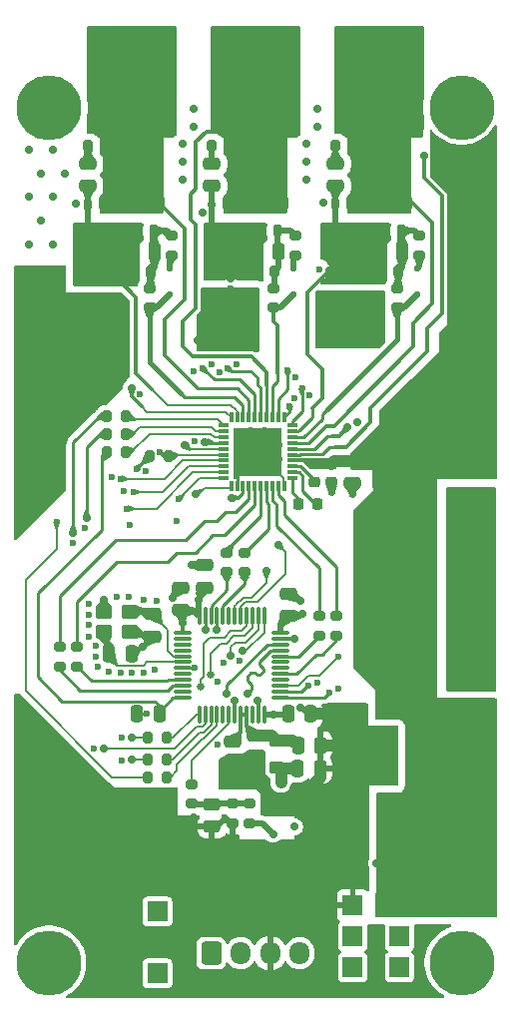
<source format=gbr>
%TF.GenerationSoftware,KiCad,Pcbnew,9.0.7*%
%TF.CreationDate,2026-02-13T21:21:14+01:00*%
%TF.ProjectId,ESC_v3,4553435f-7633-42e6-9b69-6361645f7063,rev?*%
%TF.SameCoordinates,Original*%
%TF.FileFunction,Copper,L1,Top*%
%TF.FilePolarity,Positive*%
%FSLAX46Y46*%
G04 Gerber Fmt 4.6, Leading zero omitted, Abs format (unit mm)*
G04 Created by KiCad (PCBNEW 9.0.7) date 2026-02-13 21:21:14*
%MOMM*%
%LPD*%
G01*
G04 APERTURE LIST*
G04 Aperture macros list*
%AMRoundRect*
0 Rectangle with rounded corners*
0 $1 Rounding radius*
0 $2 $3 $4 $5 $6 $7 $8 $9 X,Y pos of 4 corners*
0 Add a 4 corners polygon primitive as box body*
4,1,4,$2,$3,$4,$5,$6,$7,$8,$9,$2,$3,0*
0 Add four circle primitives for the rounded corners*
1,1,$1+$1,$2,$3*
1,1,$1+$1,$4,$5*
1,1,$1+$1,$6,$7*
1,1,$1+$1,$8,$9*
0 Add four rect primitives between the rounded corners*
20,1,$1+$1,$2,$3,$4,$5,0*
20,1,$1+$1,$4,$5,$6,$7,0*
20,1,$1+$1,$6,$7,$8,$9,0*
20,1,$1+$1,$8,$9,$2,$3,0*%
%AMFreePoly0*
4,1,18,-0.697500,2.280000,2.027500,2.280000,2.502500,2.280000,2.502500,1.530000,2.027500,1.530000,2.027500,-1.530000,2.502500,-1.530000,2.502500,-2.280000,-0.697500,-2.280000,-0.697500,-2.775000,-1.602500,-2.775000,-1.602500,-2.280000,-2.027500,-2.280000,-2.027500,2.280000,-1.602500,2.280000,-1.602500,2.775000,-0.697500,2.775000,-0.697500,2.280000,-0.697500,2.280000,$1*%
G04 Aperture macros list end*
%TA.AperFunction,ComponentPad*%
%ADD10R,1.700000X1.700000*%
%TD*%
%TA.AperFunction,SMDPad,CuDef*%
%ADD11RoundRect,0.200000X-0.200000X-0.275000X0.200000X-0.275000X0.200000X0.275000X-0.200000X0.275000X0*%
%TD*%
%TA.AperFunction,SMDPad,CuDef*%
%ADD12RoundRect,0.200000X0.275000X-0.200000X0.275000X0.200000X-0.275000X0.200000X-0.275000X-0.200000X0*%
%TD*%
%TA.AperFunction,SMDPad,CuDef*%
%ADD13RoundRect,0.200000X-0.275000X0.200000X-0.275000X-0.200000X0.275000X-0.200000X0.275000X0.200000X0*%
%TD*%
%TA.AperFunction,SMDPad,CuDef*%
%ADD14RoundRect,0.250000X0.450000X0.350000X-0.450000X0.350000X-0.450000X-0.350000X0.450000X-0.350000X0*%
%TD*%
%TA.AperFunction,SMDPad,CuDef*%
%ADD15RoundRect,0.250000X-0.350000X0.275000X-0.350000X-0.275000X0.350000X-0.275000X0.350000X0.275000X0*%
%TD*%
%TA.AperFunction,SMDPad,CuDef*%
%ADD16RoundRect,0.250000X0.250000X0.475000X-0.250000X0.475000X-0.250000X-0.475000X0.250000X-0.475000X0*%
%TD*%
%TA.AperFunction,SMDPad,CuDef*%
%ADD17RoundRect,0.187500X0.187500X-0.312500X0.187500X0.312500X-0.187500X0.312500X-0.187500X-0.312500X0*%
%TD*%
%TA.AperFunction,SMDPad,CuDef*%
%ADD18FreePoly0,90.000000*%
%TD*%
%TA.AperFunction,SMDPad,CuDef*%
%ADD19RoundRect,0.125000X0.125000X-0.125000X0.125000X0.125000X-0.125000X0.125000X-0.125000X-0.125000X0*%
%TD*%
%TA.AperFunction,SMDPad,CuDef*%
%ADD20RoundRect,0.250000X-1.425000X0.362500X-1.425000X-0.362500X1.425000X-0.362500X1.425000X0.362500X0*%
%TD*%
%TA.AperFunction,SMDPad,CuDef*%
%ADD21RoundRect,0.200000X0.200000X0.275000X-0.200000X0.275000X-0.200000X-0.275000X0.200000X-0.275000X0*%
%TD*%
%TA.AperFunction,SMDPad,CuDef*%
%ADD22RoundRect,0.250000X0.475000X-0.250000X0.475000X0.250000X-0.475000X0.250000X-0.475000X-0.250000X0*%
%TD*%
%TA.AperFunction,ComponentPad*%
%ADD23C,3.200000*%
%TD*%
%TA.AperFunction,SMDPad,CuDef*%
%ADD24RoundRect,0.075000X-0.662500X-0.075000X0.662500X-0.075000X0.662500X0.075000X-0.662500X0.075000X0*%
%TD*%
%TA.AperFunction,SMDPad,CuDef*%
%ADD25RoundRect,0.075000X-0.075000X-0.662500X0.075000X-0.662500X0.075000X0.662500X-0.075000X0.662500X0*%
%TD*%
%TA.AperFunction,ComponentPad*%
%ADD26C,5.500000*%
%TD*%
%TA.AperFunction,SMDPad,CuDef*%
%ADD27RoundRect,0.250000X-0.475000X0.250000X-0.475000X-0.250000X0.475000X-0.250000X0.475000X0.250000X0*%
%TD*%
%TA.AperFunction,SMDPad,CuDef*%
%ADD28RoundRect,0.166000X-0.664000X1.483437X-0.664000X-1.483437X0.664000X-1.483437X0.664000X1.483437X0*%
%TD*%
%TA.AperFunction,SMDPad,CuDef*%
%ADD29RoundRect,0.165988X-0.663953X1.483220X-0.663953X-1.483220X0.663953X-1.483220X0.663953X1.483220X0*%
%TD*%
%TA.AperFunction,SMDPad,CuDef*%
%ADD30RoundRect,0.018200X0.421800X0.111800X-0.421800X0.111800X-0.421800X-0.111800X0.421800X-0.111800X0*%
%TD*%
%TA.AperFunction,SMDPad,CuDef*%
%ADD31RoundRect,0.018200X0.111800X0.421800X-0.111800X0.421800X-0.111800X-0.421800X0.111800X-0.421800X0*%
%TD*%
%TA.AperFunction,SMDPad,CuDef*%
%ADD32R,4.150000X4.150000*%
%TD*%
%TA.AperFunction,SMDPad,CuDef*%
%ADD33RoundRect,0.225000X-0.250000X0.225000X-0.250000X-0.225000X0.250000X-0.225000X0.250000X0.225000X0*%
%TD*%
%TA.AperFunction,SMDPad,CuDef*%
%ADD34RoundRect,0.250000X-0.650000X-2.450000X0.650000X-2.450000X0.650000X2.450000X-0.650000X2.450000X0*%
%TD*%
%TA.AperFunction,SMDPad,CuDef*%
%ADD35RoundRect,0.225000X0.225000X0.250000X-0.225000X0.250000X-0.225000X-0.250000X0.225000X-0.250000X0*%
%TD*%
%TA.AperFunction,ComponentPad*%
%ADD36RoundRect,0.250000X-0.600000X-0.725000X0.600000X-0.725000X0.600000X0.725000X-0.600000X0.725000X0*%
%TD*%
%TA.AperFunction,ComponentPad*%
%ADD37O,1.700000X1.950000*%
%TD*%
%TA.AperFunction,ViaPad*%
%ADD38C,0.700000*%
%TD*%
%TA.AperFunction,ViaPad*%
%ADD39C,0.600000*%
%TD*%
%TA.AperFunction,ViaPad*%
%ADD40C,0.650000*%
%TD*%
%TA.AperFunction,ViaPad*%
%ADD41C,1.500000*%
%TD*%
%TA.AperFunction,Conductor*%
%ADD42C,0.300000*%
%TD*%
%TA.AperFunction,Conductor*%
%ADD43C,0.250000*%
%TD*%
%TA.AperFunction,Conductor*%
%ADD44C,0.500000*%
%TD*%
%TA.AperFunction,Conductor*%
%ADD45C,1.000000*%
%TD*%
%TA.AperFunction,Conductor*%
%ADD46C,0.604000*%
%TD*%
%TA.AperFunction,Conductor*%
%ADD47C,0.350000*%
%TD*%
%TA.AperFunction,Conductor*%
%ADD48C,0.259000*%
%TD*%
%TA.AperFunction,Conductor*%
%ADD49C,0.200000*%
%TD*%
%TA.AperFunction,Conductor*%
%ADD50C,0.450000*%
%TD*%
%TA.AperFunction,Conductor*%
%ADD51C,0.256000*%
%TD*%
G04 APERTURE END LIST*
D10*
%TO.P,J6,1,Pin_1*%
%TO.N,SWDIO*%
X153465000Y-107715000D03*
%TD*%
D11*
%TO.P,R2,1*%
%TO.N,Net-(C3-Pad1)*%
X152024626Y-40675000D03*
%TO.P,R2,2*%
%TO.N,V_A_PHASE*%
X153674626Y-40675000D03*
%TD*%
%TO.P,R24,1*%
%TO.N,Net-(C13-Pad1)*%
X131025000Y-40675000D03*
%TO.P,R24,2*%
%TO.N,V_C_PHASE*%
X132675000Y-40675000D03*
%TD*%
D10*
%TO.P,J4,1,Pin_1*%
%TO.N,+3V3RAW*%
X157440000Y-110315000D03*
%TD*%
D12*
%TO.P,R10,1*%
%TO.N,G_B_L*%
X146750000Y-54375000D03*
%TO.P,R10,2*%
%TO.N,Net-(Q4-G)*%
X146750000Y-52725000D03*
%TD*%
D13*
%TO.P,R44,1*%
%TO.N,INHC*%
X150626000Y-80525000D03*
%TO.P,R44,2*%
%TO.N,TIM1_CH3*%
X150626000Y-82175000D03*
%TD*%
D11*
%TO.P,R46,1*%
%TO.N,ADC1_IN11*%
X132575000Y-63550000D03*
%TO.P,R46,2*%
%TO.N,SOC*%
X134225000Y-63550000D03*
%TD*%
D14*
%TO.P,Y2,1,1*%
%TO.N,OSC_IN*%
X134525000Y-80150000D03*
%TO.P,Y2,2,2*%
%TO.N,GND*%
X132325000Y-80150000D03*
%TO.P,Y2,3,3*%
%TO.N,OSC_OUT*%
X132325000Y-81850000D03*
%TO.P,Y2,4,4*%
%TO.N,GND*%
X134525000Y-81850000D03*
%TD*%
D15*
%TO.P,L2,1,1*%
%TO.N,VREF*%
X147025000Y-91075000D03*
%TO.P,L2,2,2*%
%TO.N,+3V3*%
X147025000Y-93375000D03*
%TD*%
D13*
%TO.P,R45,1*%
%TO.N,INLC*%
X152100000Y-80525000D03*
%TO.P,R45,2*%
%TO.N,TIM1_CH3N*%
X152100000Y-82175000D03*
%TD*%
%TO.P,R53,1*%
%TO.N,Net-(C32-Pad1)*%
X143250000Y-96475000D03*
%TO.P,R53,2*%
%TO.N,GND*%
X143250000Y-98125000D03*
%TD*%
D16*
%TO.P,C39,1*%
%TO.N,GND*%
X150725000Y-91525000D03*
%TO.P,C39,2*%
%TO.N,VREF*%
X148825000Y-91525000D03*
%TD*%
D17*
%TO.P,Q4,1,S*%
%TO.N,SPB*%
X143295000Y-47854750D03*
%TO.P,Q4,2,S*%
X144565000Y-47854750D03*
%TO.P,Q4,3,S*%
X145835000Y-47854750D03*
%TO.P,Q4,4,G*%
%TO.N,Net-(Q4-G)*%
X147105000Y-47854750D03*
D18*
%TO.P,Q4,5,D*%
%TO.N,V_B_PHASE*%
X145200000Y-44362500D03*
%TD*%
D19*
%TO.P,D8,1,K*%
%TO.N,G_A_L*%
X158924626Y-53275000D03*
%TO.P,D8,2,A*%
%TO.N,Net-(D8-A)*%
X158924626Y-51075000D03*
%TD*%
D10*
%TO.P,J9,1,Pin_1*%
%TO.N,USART2_RX*%
X136900000Y-105600000D03*
%TD*%
D16*
%TO.P,C42,1*%
%TO.N,GND*%
X150700000Y-93500000D03*
%TO.P,C42,2*%
%TO.N,+3V3*%
X148800000Y-93500000D03*
%TD*%
D20*
%TO.P,R29,1*%
%TO.N,SPB*%
X142575000Y-49912500D03*
%TO.P,R29,2*%
%TO.N,GND*%
X142575000Y-55837500D03*
%TD*%
%TO.P,R25,1*%
%TO.N,SPA*%
X153074626Y-49912500D03*
%TO.P,R25,2*%
%TO.N,GND*%
X153074626Y-55837500D03*
%TD*%
D21*
%TO.P,R37,1*%
%TO.N,SPI1_SCK*%
X137700000Y-90850000D03*
%TO.P,R37,2*%
%TO.N,SCLK*%
X136050000Y-90850000D03*
%TD*%
D22*
%TO.P,C35,1*%
%TO.N,GND*%
X145200000Y-92550000D03*
%TO.P,C35,2*%
%TO.N,VREF*%
X145200000Y-90650000D03*
%TD*%
D11*
%TO.P,R38,1*%
%TO.N,SPI1_MISO*%
X136200000Y-67000000D03*
%TO.P,R38,2*%
%TO.N,SDO*%
X137850000Y-67000000D03*
%TD*%
D23*
%TO.P,J2,1,Pin_1*%
%TO.N,GND*%
X126440000Y-98015000D03*
X126440000Y-103885000D03*
X132310000Y-98015000D03*
X132310000Y-103885000D03*
%TD*%
D13*
%TO.P,R41,1*%
%TO.N,INLA*%
X130100000Y-83150000D03*
%TO.P,R41,2*%
%TO.N,TIM15_CH1N*%
X130100000Y-84800000D03*
%TD*%
%TO.P,R43,1*%
%TO.N,INLB*%
X144300000Y-75175000D03*
%TO.P,R43,2*%
%TO.N,TIM17_CH1N*%
X144300000Y-76825000D03*
%TD*%
%TO.P,R54,1*%
%TO.N,V_BAT_MEAS*%
X139800000Y-94825000D03*
%TO.P,R54,2*%
%TO.N,Net-(C32-Pad1)*%
X139800000Y-96475000D03*
%TD*%
D24*
%TO.P,U5,1,VBAT*%
%TO.N,+3V3*%
X139037500Y-81950000D03*
%TO.P,U5,2,PC13*%
%TO.N,unconnected-(U5-PC13-Pad2)*%
X139037500Y-82450000D03*
%TO.P,U5,3,PC14*%
%TO.N,unconnected-(U5-PC14-Pad3)*%
X139037500Y-82950000D03*
%TO.P,U5,4,PC15*%
%TO.N,unconnected-(U5-PC15-Pad4)*%
X139037500Y-83450000D03*
%TO.P,U5,5,PF0*%
%TO.N,OSC_IN*%
X139037500Y-83950000D03*
%TO.P,U5,6,PF1*%
%TO.N,OSC_OUT*%
X139037500Y-84450000D03*
%TO.P,U5,7,PG10*%
%TO.N,NRST*%
X139037500Y-84950000D03*
%TO.P,U5,8,PA0*%
%TO.N,unconnected-(U5-PA0-Pad8)*%
X139037500Y-85450000D03*
%TO.P,U5,9,PA1*%
%TO.N,TIM15_CH1N*%
X139037500Y-85950000D03*
%TO.P,U5,10,PA2*%
%TO.N,TIM15_CH1*%
X139037500Y-86450000D03*
%TO.P,U5,11,PA3*%
%TO.N,unconnected-(U5-PA3-Pad11)*%
X139037500Y-86950000D03*
%TO.P,U5,12,PA4*%
%TO.N,ADC2_IN12*%
X139037500Y-87450000D03*
D25*
%TO.P,U5,13,PA5*%
%TO.N,SPI1_SCK*%
X140450000Y-88862500D03*
%TO.P,U5,14,PA6*%
%TO.N,SPI1_MISO*%
X140950000Y-88862500D03*
%TO.P,U5,15,PA7*%
%TO.N,SPI1_MOSI*%
X141450000Y-88862500D03*
%TO.P,U5,16,PB0*%
%TO.N,SPI1_NSS{slash}CS*%
X141950000Y-88862500D03*
%TO.P,U5,17,PB1*%
%TO.N,unconnected-(U5-PB1-Pad17)*%
X142450000Y-88862500D03*
%TO.P,U5,18,PB2*%
%TO.N,V_BAT_MEAS*%
X142950000Y-88862500D03*
%TO.P,U5,19,VSSA*%
%TO.N,GND*%
X143450000Y-88862500D03*
%TO.P,U5,20,VREF+*%
%TO.N,VREF*%
X143950000Y-88862500D03*
%TO.P,U5,21,VDDA*%
X144450000Y-88862500D03*
%TO.P,U5,22,PB10*%
%TO.N,unconnected-(U5-PB10-Pad22)*%
X144950000Y-88862500D03*
%TO.P,U5,23,VSS*%
%TO.N,GND*%
X145450000Y-88862500D03*
%TO.P,U5,24,VDD*%
%TO.N,+3V3*%
X145950000Y-88862500D03*
D24*
%TO.P,U5,25,PB11*%
%TO.N,ADC1_IN14*%
X147362500Y-87450000D03*
%TO.P,U5,26,PB12*%
%TO.N,ADC1_IN11*%
X147362500Y-86950000D03*
%TO.P,U5,27,PB13*%
%TO.N,CAL*%
X147362500Y-86450000D03*
%TO.P,U5,28,PB14*%
%TO.N,unconnected-(U5-PB14-Pad28)*%
X147362500Y-85950000D03*
%TO.P,U5,29,PB15*%
%TO.N,TIM1_CH3N*%
X147362500Y-85450000D03*
%TO.P,U5,30,PA8*%
%TO.N,unconnected-(U5-PA8-Pad30)*%
X147362500Y-84950000D03*
%TO.P,U5,31,PA9*%
%TO.N,unconnected-(U5-PA9-Pad31)*%
X147362500Y-84450000D03*
%TO.P,U5,32,PA10*%
%TO.N,TIM1_CH3*%
X147362500Y-83950000D03*
%TO.P,U5,33,PA11*%
%TO.N,CAN_RX*%
X147362500Y-83450000D03*
%TO.P,U5,34,PA12*%
%TO.N,CAN_TX*%
X147362500Y-82950000D03*
%TO.P,U5,35,VSS*%
%TO.N,GND*%
X147362500Y-82450000D03*
%TO.P,U5,36,VDD*%
%TO.N,+3V3*%
X147362500Y-81950000D03*
D25*
%TO.P,U5,37,PA13*%
%TO.N,SWDIO*%
X145950000Y-80537500D03*
%TO.P,U5,38,PA14*%
%TO.N,SWCLK*%
X145450000Y-80537500D03*
%TO.P,U5,39,PA15*%
%TO.N,USART2_RX*%
X144950000Y-80537500D03*
%TO.P,U5,40,PB3*%
%TO.N,USART2_TX*%
X144450000Y-80537500D03*
%TO.P,U5,41,PB4*%
%TO.N,NFAULT*%
X143950000Y-80537500D03*
%TO.P,U5,42,PB5*%
%TO.N,ENABLE*%
X143450000Y-80537500D03*
%TO.P,U5,43,PB6*%
%TO.N,unconnected-(U5-PB6-Pad43)*%
X142950000Y-80537500D03*
%TO.P,U5,44,PB7*%
%TO.N,TIM17_CH1N*%
X142450000Y-80537500D03*
%TO.P,U5,45,PB8*%
%TO.N,BOOT0*%
X141950000Y-80537500D03*
%TO.P,U5,46,PB9*%
%TO.N,TIM17_CH1*%
X141450000Y-80537500D03*
%TO.P,U5,47,VSS*%
%TO.N,GND*%
X140950000Y-80537500D03*
%TO.P,U5,48,VDD*%
%TO.N,+3V3*%
X140450000Y-80537500D03*
%TD*%
D10*
%TO.P,J7,1,Pin_1*%
%TO.N,NRST*%
X157440000Y-107690000D03*
%TD*%
D26*
%TO.P,H4,1,1*%
%TO.N,unconnected-(H4-Pad1)*%
X162700000Y-109950000D03*
%TD*%
D16*
%TO.P,C6,1*%
%TO.N,Net-(Q2-G)*%
X157649626Y-49600000D03*
%TO.P,C6,2*%
%TO.N,SPA*%
X155749626Y-49600000D03*
%TD*%
D11*
%TO.P,R16,1*%
%TO.N,Net-(C9-Pad1)*%
X141525000Y-40675000D03*
%TO.P,R16,2*%
%TO.N,V_B_PHASE*%
X143175000Y-40675000D03*
%TD*%
D27*
%TO.P,C40,1*%
%TO.N,OSC_IN*%
X136500000Y-80375000D03*
%TO.P,C40,2*%
%TO.N,GND*%
X136500000Y-82275000D03*
%TD*%
D10*
%TO.P,J8,1,Pin_1*%
%TO.N,USART2_TX*%
X136900000Y-110840000D03*
%TD*%
D19*
%TO.P,D4,1,K*%
%TO.N,G_B_L*%
X148425000Y-53275000D03*
%TO.P,D4,2,A*%
%TO.N,Net-(D4-A)*%
X148425000Y-51075000D03*
%TD*%
D27*
%TO.P,C28,1*%
%TO.N,V_BAT*%
X153400000Y-67400000D03*
%TO.P,C28,2*%
%TO.N,GND*%
X153400000Y-69300000D03*
%TD*%
D13*
%TO.P,R42,1*%
%TO.N,INHB*%
X142800000Y-75175000D03*
%TO.P,R42,2*%
%TO.N,TIM17_CH1*%
X142800000Y-76825000D03*
%TD*%
D12*
%TO.P,R12,1*%
%TO.N,Net-(D8-A)*%
X159124626Y-49925000D03*
%TO.P,R12,2*%
%TO.N,Net-(Q2-G)*%
X159124626Y-48275000D03*
%TD*%
D28*
%TO.P,D1,1,A1*%
%TO.N,V_BAT*%
X161555000Y-92500557D03*
D29*
%TO.P,D1,2,A2*%
%TO.N,GND*%
X154786061Y-92499688D03*
%TD*%
D10*
%TO.P,J10,1,Pin_1*%
%TO.N,GND*%
X136900000Y-108225000D03*
%TD*%
D30*
%TO.P,U2,1,CPL*%
%TO.N,Net-(U2-CPL)*%
X148335000Y-68850000D03*
%TO.P,U2,2,CPH*%
%TO.N,Net-(U2-CPH)*%
X148335000Y-68350000D03*
%TO.P,U2,3,VCP*%
%TO.N,Net-(U2-VCP)*%
X148335000Y-67850000D03*
%TO.P,U2,4,VM*%
%TO.N,V_BAT*%
X148335000Y-67350000D03*
%TO.P,U2,5,VDRAIN*%
X148335000Y-66850000D03*
%TO.P,U2,6,GHA*%
%TO.N,G_A_H*%
X148335000Y-66350000D03*
%TO.P,U2,7,SHA*%
%TO.N,V_A_PHASE*%
X148335000Y-65850000D03*
%TO.P,U2,8,GLA*%
%TO.N,G_A_L*%
X148335000Y-65350000D03*
%TO.P,U2,9,SPA*%
%TO.N,SPA*%
X148335000Y-64850000D03*
%TO.P,U2,10,SNA*%
%TO.N,SNA*%
X148335000Y-64350000D03*
D31*
%TO.P,U2,11,SNB*%
%TO.N,SNB*%
X147650000Y-63665000D03*
%TO.P,U2,12,SPB*%
%TO.N,SPB*%
X147150000Y-63665000D03*
%TO.P,U2,13,GLB*%
%TO.N,G_B_L*%
X146650000Y-63665000D03*
%TO.P,U2,14,SHB*%
%TO.N,V_B_PHASE*%
X146150000Y-63665000D03*
%TO.P,U2,15,GHB*%
%TO.N,G_B_H*%
X145650000Y-63665000D03*
%TO.P,U2,16,GHC*%
%TO.N,G_C_H*%
X145150000Y-63665000D03*
%TO.P,U2,17,SHC*%
%TO.N,V_C_PHASE*%
X144650000Y-63665000D03*
%TO.P,U2,18,GLC*%
%TO.N,G_C_L*%
X144150000Y-63665000D03*
%TO.P,U2,19,SPC*%
%TO.N,SPC*%
X143650000Y-63665000D03*
%TO.P,U2,20,SNC*%
%TO.N,SNC*%
X143150000Y-63665000D03*
D30*
%TO.P,U2,21,SOC*%
%TO.N,SOC*%
X142465000Y-64350000D03*
%TO.P,U2,22,SOB*%
%TO.N,SOB*%
X142465000Y-64850000D03*
%TO.P,U2,23,SOA*%
%TO.N,SOA*%
X142465000Y-65350000D03*
%TO.P,U2,24,VREF*%
%TO.N,+3V3*%
X142465000Y-65850000D03*
%TO.P,U2,25,NFAULT*%
%TO.N,NFAULT*%
X142465000Y-66350000D03*
%TO.P,U2,26,SDO*%
%TO.N,SDO*%
X142465000Y-66850000D03*
%TO.P,U2,27,SDI*%
%TO.N,SDI*%
X142465000Y-67350000D03*
%TO.P,U2,28,SCLK*%
%TO.N,SCLK*%
X142465000Y-67850000D03*
%TO.P,U2,29,NSCS*%
%TO.N,nSCS*%
X142465000Y-68350000D03*
%TO.P,U2,30,ENABLE*%
%TO.N,ENABLE*%
X142465000Y-68850000D03*
D31*
%TO.P,U2,31,CAL*%
%TO.N,CAL*%
X143150000Y-69535000D03*
%TO.P,U2,32,AGND*%
%TO.N,GND*%
X143650000Y-69535000D03*
%TO.P,U2,33,DVDD*%
%TO.N,+3V3*%
X144150000Y-69535000D03*
%TO.P,U2,34,INHA*%
%TO.N,INHA*%
X144650000Y-69535000D03*
%TO.P,U2,35,INLA*%
%TO.N,INLA*%
X145150000Y-69535000D03*
%TO.P,U2,36,INHB*%
%TO.N,INHB*%
X145650000Y-69535000D03*
%TO.P,U2,37,INLB*%
%TO.N,INLB*%
X146150000Y-69535000D03*
%TO.P,U2,38,INHC*%
%TO.N,INHC*%
X146650000Y-69535000D03*
%TO.P,U2,39,INLC*%
%TO.N,INLC*%
X147150000Y-69535000D03*
%TO.P,U2,40,PGND*%
%TO.N,GND*%
X147650000Y-69535000D03*
D32*
%TO.P,U2,41,EXP*%
X145400000Y-66600000D03*
%TD*%
D16*
%TO.P,C41,1*%
%TO.N,GND*%
X134675000Y-83725000D03*
%TO.P,C41,2*%
%TO.N,OSC_OUT*%
X132775000Y-83725000D03*
%TD*%
D12*
%TO.P,R52,1*%
%TO.N,V_BAT*%
X144725000Y-98125000D03*
%TO.P,R52,2*%
%TO.N,Net-(C32-Pad1)*%
X144725000Y-96475000D03*
%TD*%
D10*
%TO.P,J3,1,Pin_1*%
%TO.N,GND*%
X153465000Y-105090000D03*
%TD*%
D22*
%TO.P,C43,1*%
%TO.N,GND*%
X143225000Y-93125000D03*
%TO.P,C43,2*%
%TO.N,VREF*%
X143225000Y-91225000D03*
%TD*%
D12*
%TO.P,R18,1*%
%TO.N,Net-(D6-A)*%
X138125000Y-49925000D03*
%TO.P,R18,2*%
%TO.N,Net-(Q6-G)*%
X138125000Y-48275000D03*
%TD*%
D27*
%TO.P,C38,1*%
%TO.N,GND*%
X140875000Y-76225000D03*
%TO.P,C38,2*%
%TO.N,+3V3*%
X140875000Y-78125000D03*
%TD*%
%TO.P,C37,1*%
%TO.N,GND*%
X148000000Y-78650000D03*
%TO.P,C37,2*%
%TO.N,+3V3*%
X148000000Y-80550000D03*
%TD*%
D16*
%TO.P,C36,1*%
%TO.N,GND*%
X149875000Y-88850000D03*
%TO.P,C36,2*%
%TO.N,+3V3*%
X147975000Y-88850000D03*
%TD*%
D33*
%TO.P,C23,1*%
%TO.N,V_BAT*%
X151675000Y-67650000D03*
%TO.P,C23,2*%
%TO.N,GND*%
X151675000Y-69200000D03*
%TD*%
D11*
%TO.P,R48,1*%
%TO.N,ADC2_IN12*%
X132575000Y-66650000D03*
%TO.P,R48,2*%
%TO.N,SOA*%
X134225000Y-66650000D03*
%TD*%
D20*
%TO.P,R30,1*%
%TO.N,SPC*%
X132075000Y-49912500D03*
%TO.P,R30,2*%
%TO.N,GND*%
X132075000Y-55837500D03*
%TD*%
D12*
%TO.P,R8,1*%
%TO.N,Net-(D4-A)*%
X148625000Y-49925000D03*
%TO.P,R8,2*%
%TO.N,Net-(Q4-G)*%
X148625000Y-48275000D03*
%TD*%
D21*
%TO.P,R39,1*%
%TO.N,SPI1_MOSI*%
X137700000Y-92725000D03*
%TO.P,R39,2*%
%TO.N,SDI*%
X136050000Y-92725000D03*
%TD*%
D16*
%TO.P,C8,1*%
%TO.N,Net-(Q4-G)*%
X147150000Y-49600000D03*
%TO.P,C8,2*%
%TO.N,SPB*%
X145250000Y-49600000D03*
%TD*%
D34*
%TO.P,C19,1*%
%TO.N,V_BAT*%
X157825000Y-78300000D03*
%TO.P,C19,2*%
%TO.N,GND*%
X162925000Y-78300000D03*
%TD*%
D23*
%TO.P,J11,1,Pin_1*%
%TO.N,V_BAT*%
X158090000Y-97990000D03*
X158090000Y-103860000D03*
X163960000Y-97990000D03*
X163960000Y-103860000D03*
%TD*%
D26*
%TO.P,H2,1,1*%
%TO.N,unconnected-(H2-Pad1)*%
X162700000Y-37400000D03*
%TD*%
D35*
%TO.P,C20,1*%
%TO.N,Net-(U2-CPH)*%
X150425000Y-71000000D03*
%TO.P,C20,2*%
%TO.N,Net-(U2-CPL)*%
X148875000Y-71000000D03*
%TD*%
D36*
%TO.P,J1,1,Pin_1*%
%TO.N,CAN_H*%
X141450000Y-109130000D03*
D37*
%TO.P,J1,2,Pin_2*%
%TO.N,CAN_L*%
X143950000Y-109130000D03*
%TO.P,J1,3,Pin_3*%
%TO.N,GND*%
X146450000Y-109130000D03*
%TO.P,J1,4,Pin_4*%
%TO.N,+3V3RAW*%
X148950000Y-109130000D03*
%TD*%
D19*
%TO.P,D6,1,K*%
%TO.N,G_C_L*%
X137925000Y-53275000D03*
%TO.P,D6,2,A*%
%TO.N,Net-(D6-A)*%
X137925000Y-51075000D03*
%TD*%
D17*
%TO.P,Q2,1,S*%
%TO.N,SPA*%
X153794626Y-47854750D03*
%TO.P,Q2,2,S*%
X155064626Y-47854750D03*
%TO.P,Q2,3,S*%
X156334626Y-47854750D03*
%TO.P,Q2,4,G*%
%TO.N,Net-(Q2-G)*%
X157604626Y-47854750D03*
D18*
%TO.P,Q2,5,D*%
%TO.N,V_A_PHASE*%
X155699626Y-44362500D03*
%TD*%
D27*
%TO.P,C32,1*%
%TO.N,Net-(C32-Pad1)*%
X141525000Y-96500000D03*
%TO.P,C32,2*%
%TO.N,GND*%
X141525000Y-98400000D03*
%TD*%
D26*
%TO.P,H1,1,1*%
%TO.N,unconnected-(H1-Pad1)*%
X127700000Y-37400000D03*
%TD*%
D16*
%TO.P,C12,1*%
%TO.N,Net-(Q6-G)*%
X136650000Y-49600000D03*
%TO.P,C12,2*%
%TO.N,SPC*%
X134750000Y-49600000D03*
%TD*%
D27*
%TO.P,C9,1*%
%TO.N,Net-(C9-Pad1)*%
X141525000Y-42150000D03*
%TO.P,C9,2*%
%TO.N,SPB*%
X141525000Y-44050000D03*
%TD*%
%TO.P,C13,1*%
%TO.N,Net-(C13-Pad1)*%
X131025000Y-42150000D03*
%TO.P,C13,2*%
%TO.N,SPC*%
X131025000Y-44050000D03*
%TD*%
D17*
%TO.P,Q6,1,S*%
%TO.N,SPC*%
X132795000Y-47851585D03*
%TO.P,Q6,2,S*%
X134065000Y-47851585D03*
%TO.P,Q6,3,S*%
X135335000Y-47851585D03*
%TO.P,Q6,4,G*%
%TO.N,Net-(Q6-G)*%
X136605000Y-47851585D03*
D18*
%TO.P,Q6,5,D*%
%TO.N,V_C_PHASE*%
X134700000Y-44359335D03*
%TD*%
D21*
%TO.P,R22,1*%
%TO.N,Net-(Q6-G)*%
X136325000Y-51325000D03*
%TO.P,R22,2*%
%TO.N,SPC*%
X134675000Y-51325000D03*
%TD*%
D12*
%TO.P,R20,1*%
%TO.N,G_C_L*%
X136250000Y-54375000D03*
%TO.P,R20,2*%
%TO.N,Net-(Q6-G)*%
X136250000Y-52725000D03*
%TD*%
D16*
%TO.P,C48,1*%
%TO.N,ADC2_IN12*%
X137050000Y-88825000D03*
%TO.P,C48,2*%
%TO.N,GND*%
X135150000Y-88825000D03*
%TD*%
D13*
%TO.P,R40,1*%
%TO.N,INHA*%
X128625000Y-83150000D03*
%TO.P,R40,2*%
%TO.N,TIM15_CH1*%
X128625000Y-84800000D03*
%TD*%
D12*
%TO.P,R4,1*%
%TO.N,G_A_L*%
X157249626Y-54375000D03*
%TO.P,R4,2*%
%TO.N,Net-(Q2-G)*%
X157249626Y-52725000D03*
%TD*%
D10*
%TO.P,J5,1,Pin_1*%
%TO.N,SWCLK*%
X153465000Y-110340000D03*
%TD*%
D21*
%TO.P,R34,1*%
%TO.N,SPI1_NSS{slash}CS*%
X137700000Y-94200000D03*
%TO.P,R34,2*%
%TO.N,nSCS*%
X136050000Y-94200000D03*
%TD*%
%TO.P,R6,1*%
%TO.N,Net-(Q2-G)*%
X157324626Y-51325000D03*
%TO.P,R6,2*%
%TO.N,SPA*%
X155674626Y-51325000D03*
%TD*%
D11*
%TO.P,R47,1*%
%TO.N,ADC1_IN14*%
X132575000Y-65100000D03*
%TO.P,R47,2*%
%TO.N,SOB*%
X134225000Y-65100000D03*
%TD*%
D34*
%TO.P,C26,1*%
%TO.N,V_BAT*%
X157825000Y-84225000D03*
%TO.P,C26,2*%
%TO.N,GND*%
X162925000Y-84225000D03*
%TD*%
%TO.P,C1,1*%
%TO.N,V_BAT*%
X157825000Y-72375000D03*
%TO.P,C1,2*%
%TO.N,GND*%
X162925000Y-72375000D03*
%TD*%
D26*
%TO.P,H3,1,1*%
%TO.N,unconnected-(H3-Pad1)*%
X127700000Y-109950000D03*
%TD*%
D27*
%TO.P,C3,1*%
%TO.N,Net-(C3-Pad1)*%
X152024626Y-42150000D03*
%TO.P,C3,2*%
%TO.N,SPA*%
X152024626Y-44050000D03*
%TD*%
D33*
%TO.P,C22,1*%
%TO.N,V_BAT*%
X150200000Y-67650000D03*
%TO.P,C22,2*%
%TO.N,Net-(U2-VCP)*%
X150200000Y-69200000D03*
%TD*%
D21*
%TO.P,R14,1*%
%TO.N,Net-(Q4-G)*%
X146825000Y-51325000D03*
%TO.P,R14,2*%
%TO.N,SPB*%
X145175000Y-51325000D03*
%TD*%
D27*
%TO.P,C24,1*%
%TO.N,GND*%
X138875000Y-78150000D03*
%TO.P,C24,2*%
%TO.N,+3V3*%
X138875000Y-80050000D03*
%TD*%
D38*
%TO.N,V_BAT*%
X163500000Y-61500000D03*
X161500000Y-65500000D03*
X157500000Y-101500000D03*
X159500000Y-73500000D03*
X159500000Y-81500000D03*
X158500000Y-63500000D03*
X162500000Y-95500000D03*
X162500000Y-67500000D03*
X156500000Y-99500000D03*
X159500000Y-41500000D03*
X162500000Y-47500000D03*
X155500000Y-73500000D03*
X146700000Y-99025000D03*
X126000000Y-49000000D03*
X161500000Y-41500000D03*
X127000000Y-43000000D03*
X159500000Y-77500000D03*
X156500000Y-63500000D03*
X158500000Y-91500000D03*
X140000000Y-37500000D03*
X164500000Y-47500000D03*
X154500000Y-75500000D03*
X139000000Y-42000000D03*
X159500000Y-93500000D03*
X149500000Y-43500000D03*
X161500000Y-61500000D03*
X162500000Y-99500000D03*
X158500000Y-67500000D03*
X155500000Y-101500000D03*
X154500000Y-71500000D03*
X159500000Y-61500000D03*
X150500000Y-39000000D03*
X159500000Y-89500000D03*
X154500000Y-67500000D03*
X156500000Y-87500000D03*
X154500000Y-83500000D03*
X159500000Y-69500000D03*
X160500000Y-59500000D03*
X159500000Y-85500000D03*
X162500000Y-51500000D03*
X155500000Y-69500000D03*
X149500000Y-40500000D03*
X128000000Y-49000000D03*
X155500000Y-81500000D03*
X163500000Y-101500000D03*
X164500000Y-95500000D03*
X149500000Y-42000000D03*
X164500000Y-59500000D03*
X163500000Y-45500000D03*
X162500000Y-63500000D03*
X139000000Y-40500000D03*
X126000000Y-45000000D03*
X150500000Y-37500000D03*
X126000000Y-41000000D03*
X164500000Y-55500000D03*
X162500000Y-59500000D03*
X164500000Y-67500000D03*
X161500000Y-101500000D03*
X157500000Y-65500000D03*
X155500000Y-85500000D03*
X161500000Y-57500000D03*
X160500000Y-67500000D03*
X159500000Y-105500000D03*
X160500000Y-103500000D03*
X156500000Y-67500000D03*
X155500000Y-77500000D03*
X127000000Y-47000000D03*
X140000000Y-39000000D03*
X163500000Y-41500000D03*
X160500000Y-95500000D03*
X128000000Y-45000000D03*
X160500000Y-63500000D03*
X155500000Y-65500000D03*
X161500000Y-97500000D03*
X162500000Y-55500000D03*
X164500000Y-51500000D03*
X139000000Y-43500000D03*
X163500000Y-49500000D03*
X159500000Y-65500000D03*
X160500000Y-99500000D03*
X164500000Y-43500000D03*
X159500000Y-101500000D03*
X129000000Y-43000000D03*
X162500000Y-43500000D03*
X163500000Y-57500000D03*
X128000000Y-41000000D03*
X164500000Y-63500000D03*
X163500000Y-65500000D03*
X158500000Y-95500000D03*
X154500000Y-79500000D03*
X163500000Y-53500000D03*
X161500000Y-105500000D03*
%TO.N,V_A_PHASE*%
X156700000Y-33000000D03*
X157700000Y-35000000D03*
X157185000Y-45007750D03*
X156335000Y-45007750D03*
X155699870Y-31008566D03*
X154635000Y-45007750D03*
X153700000Y-35000000D03*
X158035000Y-45007750D03*
X154700000Y-33000000D03*
X157699848Y-31010206D03*
X155485000Y-45007750D03*
X153699789Y-31006927D03*
X158700000Y-33000000D03*
X155700000Y-35000000D03*
X152700000Y-33000000D03*
%TO.N,SPA*%
X151500000Y-51200000D03*
X152024626Y-45525000D03*
%TO.N,SPB*%
X141525000Y-45650000D03*
D39*
X147960000Y-59700000D03*
D38*
X143125000Y-51875000D03*
%TO.N,V_B_PHASE*%
X145835000Y-45007750D03*
X145200000Y-35000000D03*
X147199773Y-31001599D03*
X143199797Y-30998320D03*
X142200000Y-33000000D03*
X144135000Y-45007750D03*
X146200000Y-33000000D03*
X147535000Y-45007750D03*
X144200000Y-33000000D03*
X144985000Y-45007750D03*
X148200000Y-33000000D03*
X146685000Y-45007750D03*
X143200000Y-35000000D03*
X147200000Y-35000000D03*
X145199713Y-30999960D03*
%TO.N,SPC*%
X131025000Y-45650000D03*
%TO.N,V_C_PHASE*%
X131700000Y-33000000D03*
X134699782Y-30991353D03*
X136699760Y-30992992D03*
X135700000Y-33000000D03*
X132699742Y-30989714D03*
X135325000Y-45000000D03*
X132700000Y-35000000D03*
X137025000Y-45000000D03*
X136700000Y-35000000D03*
X133625000Y-45000000D03*
X136175000Y-45000000D03*
X134700000Y-35000000D03*
X133700000Y-33000000D03*
X137700000Y-33000000D03*
X134475000Y-45000000D03*
%TO.N,G_A_H*%
X153026766Y-64542293D03*
D39*
%TO.N,G_B_H*%
X142884456Y-59532772D03*
%TO.N,G_C_H*%
X140752709Y-59518948D03*
D38*
%TO.N,NFAULT*%
X147150000Y-74475000D03*
X139225000Y-66000000D03*
D39*
%TO.N,SDO*%
X137125000Y-66675000D03*
D38*
%TO.N,CAN_TX*%
X142775000Y-87125000D03*
%TO.N,CAN_RX*%
X144500000Y-87150000D03*
D39*
%TO.N,nSCS*%
X128325000Y-72525000D03*
X134325000Y-71425000D03*
%TO.N,SCLK*%
X134850000Y-70025000D03*
D38*
X134750000Y-90850000D03*
D39*
%TO.N,SDI*%
X133825000Y-68900000D03*
D38*
X134712500Y-92737500D03*
D39*
%TO.N,+3V3*%
X134575000Y-72850000D03*
D38*
X148500000Y-98425000D03*
X143175000Y-70550000D03*
X140349000Y-79126000D03*
X140934205Y-65769500D03*
X139050000Y-81150000D03*
X146775000Y-88925000D03*
X147375000Y-94625000D03*
X149175000Y-80375000D03*
D39*
%TO.N,NRST*%
X140089352Y-84950000D03*
D38*
%TO.N,ENABLE*%
X146150000Y-76725000D03*
D39*
X138701852Y-70651852D03*
%TO.N,ADC1_IN11*%
X149725000Y-86475000D03*
D38*
X129750000Y-73525000D03*
%TO.N,ADC1_IN14*%
X130875000Y-72250000D03*
D39*
X151500000Y-87025000D03*
D38*
%TO.N,SWCLK*%
X143114798Y-83914798D03*
%TO.N,SWDIO*%
X144150000Y-83500000D03*
D40*
%TO.N,USART2_TX*%
X140550000Y-86500000D03*
%TO.N,USART2_RX*%
X141400000Y-85525000D03*
D39*
%TO.N,SNA*%
X149175000Y-61175000D03*
D38*
%TO.N,CAL*%
X140118771Y-70193771D03*
D39*
X152200000Y-83975000D03*
D38*
%TO.N,BOOT0*%
X141950000Y-81675000D03*
D39*
%TO.N,SPI1_MISO*%
X135137500Y-68062500D03*
D38*
X132375000Y-91775000D03*
%TO.N,SNC*%
X134700000Y-61225000D03*
D39*
%TO.N,SNB*%
X148125000Y-62700000D03*
D38*
%TO.N,GND*%
X126000000Y-53000000D03*
X153325000Y-97800000D03*
D41*
X129300000Y-100950000D03*
D39*
X139991974Y-59766510D03*
D38*
X154325000Y-95800000D03*
X138204793Y-79023156D03*
D39*
X134500000Y-78950000D03*
X135416380Y-61697140D03*
D38*
X164950000Y-80400000D03*
D39*
X133766386Y-85350000D03*
X129700462Y-74373558D03*
D38*
X164950000Y-72400000D03*
X132000000Y-61000000D03*
D39*
X148589500Y-60246610D03*
D38*
X143449828Y-87739676D03*
D41*
X126315000Y-100950000D03*
D39*
X140089474Y-65675000D03*
X142479441Y-84479444D03*
D38*
X164950000Y-82400000D03*
D39*
X134725000Y-85350000D03*
X143575000Y-68675000D03*
D38*
X128000000Y-65000000D03*
X130390000Y-54417564D03*
X127000000Y-95000000D03*
X149025000Y-79225000D03*
D39*
X135975000Y-88830000D03*
D38*
X126000000Y-61000000D03*
D39*
X143870948Y-84303052D03*
D38*
X130000000Y-61000000D03*
D39*
X134058038Y-69911863D03*
D38*
X147125000Y-67200000D03*
D39*
X131525424Y-91801841D03*
D38*
X129000000Y-95000000D03*
X153815000Y-64107907D03*
D39*
X131675000Y-83100000D03*
D38*
X164950000Y-84400000D03*
X126000000Y-57000000D03*
D39*
X135700000Y-79150000D03*
D38*
X126000000Y-89000000D03*
X127000000Y-55000000D03*
X144800000Y-68325000D03*
X140945913Y-81663862D03*
D39*
X153400000Y-70150000D03*
D38*
X127000000Y-59000000D03*
X143675000Y-67200000D03*
X143700000Y-66000000D03*
X152075000Y-54525000D03*
X128000000Y-61000000D03*
D39*
X133900502Y-90879293D03*
D38*
X148650000Y-96575000D03*
X152475000Y-91900000D03*
X127000000Y-67000000D03*
X128000000Y-57000000D03*
X164950000Y-74400000D03*
X128000000Y-93000000D03*
D39*
X132750000Y-85225000D03*
D38*
X143500000Y-57175000D03*
X145400000Y-87699269D03*
X129000000Y-59000000D03*
D39*
X150648050Y-51132711D03*
D38*
X164950000Y-76400000D03*
D39*
X149800000Y-61846658D03*
X135918921Y-68233924D03*
D41*
X132285000Y-100950000D03*
D38*
X126000000Y-69000000D03*
D39*
X133037442Y-68759448D03*
X150750000Y-88850000D03*
X142000000Y-91448528D03*
X133425000Y-78950000D03*
D38*
X148625000Y-95125000D03*
X141600000Y-57175000D03*
X132900000Y-57147564D03*
X145475000Y-93875000D03*
D39*
X148550000Y-62022229D03*
X131100000Y-79475000D03*
D38*
X164950000Y-70400000D03*
X132325000Y-79150000D03*
X164950000Y-78400000D03*
X154700000Y-57175000D03*
X129000000Y-63000000D03*
D41*
X129300000Y-103935000D03*
D38*
X128000000Y-53000000D03*
D39*
X150471679Y-86187816D03*
D38*
X135650000Y-83175000D03*
X147125000Y-66000000D03*
X131000000Y-59000000D03*
D39*
X131100000Y-82300000D03*
X151675000Y-70000000D03*
D38*
X127000000Y-63000000D03*
X126000000Y-93000000D03*
X153375000Y-54525000D03*
X139950000Y-97650000D03*
X130000000Y-93000000D03*
X133790000Y-54412692D03*
D39*
X136800000Y-79275000D03*
D38*
X141600000Y-54525000D03*
D39*
X142000000Y-86141614D03*
X136650000Y-85050000D03*
D38*
X129976614Y-45591757D03*
D39*
X135725000Y-85350000D03*
D38*
X144825000Y-57175000D03*
D39*
X141475000Y-59175000D03*
D38*
X150750000Y-54550000D03*
D39*
X151775000Y-88950000D03*
D38*
X146000000Y-64875000D03*
X127000000Y-91000000D03*
D39*
X131875000Y-84850000D03*
X138525000Y-72475000D03*
X152215544Y-86667228D03*
D38*
X150975463Y-45483008D03*
X139775000Y-76225000D03*
X164950000Y-86400000D03*
D39*
X143125000Y-52725003D03*
D38*
X140275000Y-57175000D03*
D39*
X143600000Y-59175000D03*
D38*
X131200000Y-57150000D03*
X150750000Y-57175000D03*
X143500000Y-54525000D03*
X132090000Y-54415128D03*
X126000000Y-65000000D03*
X133000000Y-59000000D03*
D39*
X133862991Y-92766444D03*
D38*
X152325000Y-95800000D03*
D39*
X131050000Y-81300000D03*
D38*
X146000000Y-94650000D03*
D39*
X142550000Y-97600000D03*
D38*
X153375000Y-57175000D03*
X131000000Y-95000000D03*
X144800000Y-64875000D03*
X148550000Y-82450000D03*
D39*
X130770066Y-73093501D03*
D38*
X129500000Y-57150000D03*
X152075000Y-57175000D03*
X144825000Y-54525000D03*
D41*
X129300000Y-97965000D03*
D38*
X146000000Y-68325000D03*
X153325000Y-93800000D03*
X142650000Y-105825000D03*
X149022729Y-88300439D03*
D39*
X142143331Y-59834000D03*
D38*
X140717349Y-46320973D03*
D39*
X131050000Y-80400000D03*
X131675000Y-83950000D03*
%TD*%
D42*
%TO.N,V_BAT*%
X161050000Y-44875000D02*
X159500000Y-43325000D01*
X150200000Y-67650000D02*
X150200000Y-67925000D01*
D43*
X150850000Y-66800000D02*
X151475000Y-66175000D01*
D42*
X161050000Y-54825000D02*
X161050000Y-44875000D01*
D44*
X145800000Y-98125000D02*
X146700000Y-99025000D01*
D42*
X159775000Y-56100000D02*
X161050000Y-54825000D01*
X150200000Y-67350000D02*
X152025000Y-67350000D01*
X150200000Y-67650000D02*
X150200000Y-67350000D01*
D43*
X148335000Y-66850000D02*
X148950000Y-66850000D01*
D45*
X151925000Y-67400000D02*
X151675000Y-67650000D01*
D43*
X148950000Y-66850000D02*
X149000000Y-66800000D01*
D42*
X152900000Y-66175000D02*
X154975000Y-64100000D01*
D43*
X151475000Y-66175000D02*
X152000000Y-66175000D01*
D45*
X153400000Y-67400000D02*
X151925000Y-67400000D01*
D42*
X150200000Y-67925000D02*
X150260879Y-67864121D01*
X159775000Y-58100000D02*
X159775000Y-56100000D01*
X154975000Y-64100000D02*
X154975000Y-62900000D01*
X152000000Y-66175000D02*
X152900000Y-66175000D01*
X150260879Y-67864121D02*
X151414121Y-67864121D01*
X154975000Y-62900000D02*
X159775000Y-58100000D01*
X159500000Y-43325000D02*
X159500000Y-41500000D01*
D43*
X149000000Y-66800000D02*
X150850000Y-66800000D01*
D42*
X158090000Y-103860000D02*
X157505000Y-103275000D01*
D46*
X150200000Y-67650000D02*
X151675000Y-67650000D01*
D42*
X148335000Y-67350000D02*
X150200000Y-67350000D01*
X151414121Y-67864121D02*
X151475000Y-67925000D01*
D44*
X144725000Y-98125000D02*
X145800000Y-98125000D01*
D46*
X150175000Y-67675000D02*
X151650000Y-67675000D01*
D42*
%TO.N,V_A_PHASE*%
X151215000Y-64435000D02*
X151865000Y-64435000D01*
D43*
X151215000Y-64435000D02*
X151115000Y-64435000D01*
X149700000Y-65850000D02*
X148335000Y-65850000D01*
D42*
X157402500Y-44362500D02*
X155699626Y-44362500D01*
X160225000Y-54050000D02*
X160225000Y-47185000D01*
X160225000Y-47185000D02*
X157402500Y-44362500D01*
X158600000Y-55675000D02*
X160225000Y-54050000D01*
X158600000Y-57700000D02*
X158600000Y-55675000D01*
X151865000Y-64435000D02*
X158600000Y-57700000D01*
D43*
X151115000Y-64435000D02*
X149700000Y-65850000D01*
D42*
%TO.N,SPA*%
X150850000Y-59590000D02*
X150850000Y-62050000D01*
D43*
X148899880Y-64806000D02*
X148894000Y-64806000D01*
D44*
X152024626Y-45525000D02*
X152024626Y-47499626D01*
X152024626Y-44050000D02*
X152024626Y-45525000D01*
D42*
X152024626Y-45475000D02*
X152024626Y-45525000D01*
D47*
X152247500Y-49912500D02*
X153074626Y-49912500D01*
D42*
X151500000Y-51200000D02*
X149630000Y-53070000D01*
D44*
X152024626Y-47499626D02*
X152025000Y-47500000D01*
D43*
X148894000Y-64806000D02*
X148850000Y-64850000D01*
D42*
X149630000Y-53070000D02*
X149630000Y-58370000D01*
X149630000Y-58370000D02*
X150850000Y-59590000D01*
D43*
X150000000Y-62900000D02*
X150000000Y-63700000D01*
D42*
X150850000Y-62050000D02*
X150000000Y-62900000D01*
D43*
X149101000Y-64604880D02*
X148899880Y-64806000D01*
X150000000Y-63700000D02*
X149101000Y-64599000D01*
X149101000Y-64599000D02*
X149101000Y-64604880D01*
X148850000Y-64850000D02*
X148335000Y-64850000D01*
D44*
%TO.N,Net-(C3-Pad1)*%
X152024626Y-40675000D02*
X152024626Y-42150000D01*
D48*
%TO.N,SPB*%
X147960000Y-59700000D02*
X147960000Y-61340000D01*
D42*
X145250000Y-51400000D02*
X145175000Y-51325000D01*
D44*
X141525000Y-47600000D02*
X141550000Y-47625000D01*
D48*
X147150000Y-62150000D02*
X147150000Y-63665000D01*
X147960000Y-61340000D02*
X147150000Y-62150000D01*
D44*
X141525000Y-45650000D02*
X141525000Y-47600000D01*
X141525000Y-45650000D02*
X141525000Y-44050000D01*
%TO.N,Net-(C9-Pad1)*%
X141525000Y-40675000D02*
X141525000Y-42150000D01*
D42*
%TO.N,V_B_PHASE*%
X139050000Y-57675000D02*
X139050000Y-55500000D01*
X146150000Y-59825000D02*
X144850000Y-58525000D01*
X144850000Y-58525000D02*
X139900000Y-58525000D01*
X139675000Y-44800000D02*
X140175000Y-44300000D01*
X139900000Y-58525000D02*
X139050000Y-57675000D01*
D48*
X146150000Y-63665000D02*
X146150000Y-61000000D01*
D42*
X140175000Y-40300000D02*
X141025000Y-39450000D01*
X140100000Y-54450000D02*
X140100000Y-47300000D01*
X141025000Y-39450000D02*
X142075000Y-39450000D01*
X139050000Y-55500000D02*
X140100000Y-54450000D01*
X140175000Y-44300000D02*
X140175000Y-40300000D01*
X140100000Y-47300000D02*
X139675000Y-46875000D01*
X139675000Y-46875000D02*
X139675000Y-44800000D01*
X146150000Y-61000000D02*
X146150000Y-59825000D01*
D49*
%TO.N,SPC*%
X143610500Y-63098258D02*
X143137242Y-62625000D01*
D44*
X131025000Y-45650000D02*
X131025000Y-47600000D01*
D49*
X143650000Y-63665000D02*
X143650000Y-63140000D01*
D44*
X131025000Y-45650000D02*
X131025000Y-44050000D01*
D49*
X137750000Y-62625000D02*
X136418750Y-61293750D01*
D42*
X135075000Y-53500000D02*
X133150000Y-51575000D01*
D49*
X143137242Y-62625000D02*
X137750000Y-62625000D01*
D42*
X135075000Y-59950000D02*
X135075000Y-56669128D01*
X136418750Y-61293750D02*
X135075000Y-59950000D01*
X135075000Y-56669128D02*
X135075000Y-53500000D01*
D44*
%TO.N,Net-(C13-Pad1)*%
X131025000Y-40675000D02*
X131025000Y-42150000D01*
D42*
%TO.N,V_C_PHASE*%
X137525000Y-55350000D02*
X139225000Y-53650000D01*
D48*
X144650000Y-62200000D02*
X144650000Y-63665000D01*
D42*
X136459335Y-44359335D02*
X134700000Y-44359335D01*
X137525000Y-58425000D02*
X137525000Y-55350000D01*
X135884335Y-44359335D02*
X134700000Y-44359335D01*
D48*
X140162500Y-61062500D02*
X140300000Y-61200000D01*
X140300000Y-61200000D02*
X143650000Y-61200000D01*
X143650000Y-61200000D02*
X144650000Y-62200000D01*
D42*
X139225000Y-53650000D02*
X139225000Y-47700000D01*
X139225000Y-47700000D02*
X135884335Y-44359335D01*
X140162500Y-61062500D02*
X137525000Y-58425000D01*
D43*
%TO.N,Net-(U2-CPL)*%
X148875000Y-70575000D02*
X148875000Y-71000000D01*
X148335000Y-68850000D02*
X148335000Y-70035000D01*
X148335000Y-70035000D02*
X148875000Y-70575000D01*
%TO.N,Net-(U2-CPH)*%
X149175000Y-68625000D02*
X149175000Y-69900000D01*
X148335000Y-68350000D02*
X148900000Y-68350000D01*
X150275000Y-71000000D02*
X150425000Y-71000000D01*
X148900000Y-68350000D02*
X149175000Y-68625000D01*
X149175000Y-69900000D02*
X150275000Y-71000000D01*
%TO.N,Net-(U2-VCP)*%
X149050000Y-67850000D02*
X150200000Y-69000000D01*
X148335000Y-67850000D02*
X149050000Y-67850000D01*
X150200000Y-69000000D02*
X150200000Y-69200000D01*
D42*
%TO.N,G_A_H*%
X153026766Y-64542293D02*
X153026766Y-64548234D01*
D43*
X151275000Y-65250000D02*
X150175000Y-66350000D01*
X150175000Y-66350000D02*
X148335000Y-66350000D01*
X151700000Y-65250000D02*
X151275000Y-65250000D01*
D42*
X153026766Y-64548234D02*
X152325000Y-65250000D01*
X152325000Y-65250000D02*
X151700000Y-65250000D01*
D43*
%TO.N,G_B_H*%
X145350000Y-60900000D02*
X145650000Y-61200000D01*
X144825000Y-59800000D02*
X145350000Y-60325000D01*
X145650000Y-61200000D02*
X145650000Y-63665000D01*
X143151684Y-59800000D02*
X144825000Y-59800000D01*
X142884456Y-59532772D02*
X143151684Y-59800000D01*
X145350000Y-60325000D02*
X145350000Y-60900000D01*
D44*
%TO.N,Net-(D4-A)*%
X148425000Y-51075000D02*
X148425000Y-50125000D01*
X148425000Y-50125000D02*
X148625000Y-49925000D01*
D47*
%TO.N,G_B_L*%
X147100000Y-59925000D02*
X147100000Y-55875000D01*
D44*
X147325000Y-54375000D02*
X148425000Y-53275000D01*
X146750000Y-54375000D02*
X147325000Y-54375000D01*
D48*
X146650000Y-63665000D02*
X146650000Y-61060000D01*
D47*
X146750000Y-55525000D02*
X146750000Y-54375000D01*
D48*
X146650000Y-61060000D02*
X147100000Y-60610000D01*
D47*
X147100000Y-55875000D02*
X146750000Y-55525000D01*
D48*
X147100000Y-60610000D02*
X147100000Y-59925000D01*
D43*
%TO.N,G_C_H*%
X140752709Y-59518948D02*
X140752709Y-59527709D01*
X143900000Y-60475000D02*
X145150000Y-61725000D01*
X145150000Y-61725000D02*
X145150000Y-63665000D01*
X140752709Y-59527709D02*
X141700000Y-60475000D01*
X141700000Y-60475000D02*
X143900000Y-60475000D01*
D48*
%TO.N,G_C_L*%
X139200000Y-61950000D02*
X138875000Y-61625000D01*
D44*
X136825000Y-54375000D02*
X137925000Y-53275000D01*
D48*
X144150000Y-62675000D02*
X143425000Y-61950000D01*
X143425000Y-61950000D02*
X139200000Y-61950000D01*
D50*
X136250000Y-59000000D02*
X138875000Y-61625000D01*
D44*
X136825000Y-54375000D02*
X136250000Y-54375000D01*
D48*
X144150000Y-63665000D02*
X144150000Y-62675000D01*
D50*
X136250000Y-54375000D02*
X136250000Y-59000000D01*
D44*
%TO.N,Net-(D6-A)*%
X137925000Y-50125000D02*
X138125000Y-49925000D01*
X137925000Y-51075000D02*
X137925000Y-50125000D01*
%TO.N,Net-(D8-A)*%
X159124626Y-49925000D02*
X159124626Y-50875000D01*
X159124626Y-50875000D02*
X158924626Y-51075000D01*
D42*
X159119483Y-49924000D02*
X159119483Y-50874000D01*
D43*
%TO.N,G_A_L*%
X151320000Y-62980000D02*
X150850000Y-63450000D01*
X150850000Y-63800000D02*
X149300000Y-65350000D01*
D44*
X157249626Y-54375000D02*
X157824626Y-54375000D01*
D43*
X150850000Y-63450000D02*
X150850000Y-63800000D01*
D50*
X157249626Y-57050374D02*
X151320000Y-62980000D01*
D43*
X149300000Y-65350000D02*
X148335000Y-65350000D01*
D44*
X157824626Y-54375000D02*
X158924626Y-53275000D01*
D50*
X157249626Y-54375000D02*
X157249626Y-57050374D01*
D49*
%TO.N,NFAULT*%
X147150000Y-74475000D02*
X147750000Y-75075000D01*
X144337500Y-79375000D02*
X143950000Y-79762500D01*
X142396000Y-66419000D02*
X142465000Y-66350000D01*
X145350000Y-79375000D02*
X144337500Y-79375000D01*
X139225000Y-66000000D02*
X139644000Y-66419000D01*
X147750000Y-76975000D02*
X145350000Y-79375000D01*
X139644000Y-66419000D02*
X142396000Y-66419000D01*
X147750000Y-75075000D02*
X147750000Y-76975000D01*
X143950000Y-79762500D02*
X143950000Y-80537500D01*
%TO.N,SDO*%
X138000000Y-66850000D02*
X137850000Y-67000000D01*
D43*
X137154087Y-66675000D02*
X137479087Y-67000000D01*
X137125000Y-66675000D02*
X137154087Y-66675000D01*
X137479087Y-67000000D02*
X137850000Y-67000000D01*
D49*
X137832822Y-66982822D02*
X137850000Y-67000000D01*
X142465000Y-66850000D02*
X138000000Y-66850000D01*
D43*
%TO.N,CAN_TX*%
X142775000Y-87125000D02*
X142775000Y-86362500D01*
X142775000Y-86362500D02*
X146187500Y-82950000D01*
X146187500Y-82950000D02*
X147362500Y-82950000D01*
%TO.N,CAN_RX*%
X144825000Y-85350000D02*
X144500000Y-85675000D01*
X144850000Y-86375000D02*
X144850000Y-86800000D01*
X145575000Y-84400000D02*
X145575000Y-84672844D01*
X147362500Y-83450000D02*
X146525000Y-83450000D01*
X145575000Y-84672844D02*
X145875000Y-84972844D01*
X145875000Y-85250000D02*
X145575000Y-85550000D01*
X146525000Y-83450000D02*
X145575000Y-84400000D01*
X145350000Y-85550000D02*
X145150000Y-85350000D01*
X145575000Y-85550000D02*
X145350000Y-85550000D01*
X144500000Y-85675000D02*
X144500000Y-86025000D01*
X145875000Y-84972844D02*
X145875000Y-85250000D01*
X145150000Y-85350000D02*
X144825000Y-85350000D01*
X144500000Y-86025000D02*
X144850000Y-86375000D01*
X144850000Y-86800000D02*
X144500000Y-87150000D01*
D49*
%TO.N,nSCS*%
X136800000Y-71425000D02*
X134325000Y-71425000D01*
X142465000Y-68350000D02*
X139875000Y-68350000D01*
X133025000Y-94200000D02*
X136050000Y-94200000D01*
X125725000Y-86900000D02*
X133025000Y-94200000D01*
X125725000Y-77450000D02*
X125725000Y-86900000D01*
X128325000Y-72525000D02*
X128325000Y-74850000D01*
X128325000Y-74850000D02*
X125725000Y-77450000D01*
X139875000Y-68350000D02*
X136800000Y-71425000D01*
%TO.N,SCLK*%
X134850000Y-70025000D02*
X137325000Y-70025000D01*
X139500000Y-67850000D02*
X142465000Y-67850000D01*
X136050000Y-90850000D02*
X134750000Y-90850000D01*
X137325000Y-70025000D02*
X139500000Y-67850000D01*
%TO.N,SDI*%
X133825000Y-68900000D02*
X137500000Y-68900000D01*
X135037500Y-92737500D02*
X135050000Y-92725000D01*
X139050000Y-67350000D02*
X142465000Y-67350000D01*
X134712500Y-92737500D02*
X135037500Y-92737500D01*
X137500000Y-68900000D02*
X139050000Y-67350000D01*
X135050000Y-92725000D02*
X136050000Y-92725000D01*
D43*
%TO.N,INHA*%
X144609000Y-70101122D02*
X144608500Y-70101622D01*
X141875000Y-72475000D02*
X140900000Y-72475000D01*
X144650000Y-69535000D02*
X144609000Y-69576000D01*
X139325000Y-74050000D02*
X133400000Y-74050000D01*
X144608500Y-70101622D02*
X144608500Y-70616500D01*
X142650000Y-71700000D02*
X141875000Y-72475000D01*
X140900000Y-72475000D02*
X139325000Y-74050000D01*
X143525000Y-71700000D02*
X142650000Y-71700000D01*
X144609000Y-69576000D02*
X144609000Y-70101122D01*
X133400000Y-74050000D02*
X128625000Y-78825000D01*
X128625000Y-78825000D02*
X128625000Y-83150000D01*
X144608500Y-70616500D02*
X143525000Y-71700000D01*
%TO.N,INLA*%
X145150000Y-71150000D02*
X142600000Y-73700000D01*
X145150000Y-69535000D02*
X145150000Y-71150000D01*
X142600000Y-73700000D02*
X141600000Y-73700000D01*
X130100000Y-79350000D02*
X130100000Y-83150000D01*
X137750000Y-75975000D02*
X133475000Y-75975000D01*
X138525000Y-75200000D02*
X137750000Y-75975000D01*
X141600000Y-73700000D02*
X140100000Y-75200000D01*
X140100000Y-75200000D02*
X138525000Y-75200000D01*
X133475000Y-75975000D02*
X130100000Y-79350000D01*
%TO.N,INHB*%
X145650000Y-72080000D02*
X145650000Y-69535000D01*
X142800000Y-75175000D02*
X142800000Y-74930000D01*
X142800000Y-74930000D02*
X145650000Y-72080000D01*
%TO.N,INLB*%
X146150000Y-70850000D02*
X146150000Y-69535000D01*
X146300000Y-71000000D02*
X146150000Y-70850000D01*
X144700000Y-74787500D02*
X146300000Y-73187500D01*
X144687500Y-74787500D02*
X144700000Y-74787500D01*
X146300000Y-73187500D02*
X146300000Y-71000000D01*
X144300000Y-75175000D02*
X144687500Y-74787500D01*
%TO.N,INHC*%
X147025000Y-71082947D02*
X147025000Y-72875000D01*
X147025000Y-72875000D02*
X150626000Y-76476000D01*
X146650000Y-69535000D02*
X146650000Y-70707947D01*
X146650000Y-70707947D02*
X147025000Y-71082947D01*
X150626000Y-76476000D02*
X150626000Y-80525000D01*
%TO.N,INLC*%
X147650000Y-70750000D02*
X147650000Y-71962500D01*
X147150000Y-70250000D02*
X147650000Y-70750000D01*
X152100000Y-76412500D02*
X152100000Y-80525000D01*
X147150000Y-69535000D02*
X147150000Y-70250000D01*
X147650000Y-71962500D02*
X152100000Y-76412500D01*
D49*
%TO.N,SOC*%
X134550000Y-63875000D02*
X141990000Y-63875000D01*
X141990000Y-63875000D02*
X142465000Y-64350000D01*
X134225000Y-63550000D02*
X134550000Y-63875000D01*
D48*
%TO.N,SOB*%
X134800000Y-65100000D02*
X134225000Y-65100000D01*
D49*
X135425000Y-64475000D02*
X141475000Y-64475000D01*
X141850000Y-64850000D02*
X142465000Y-64850000D01*
D51*
X134312500Y-65100000D02*
X134800000Y-65100000D01*
D49*
X141475000Y-64475000D02*
X141850000Y-64850000D01*
X134800000Y-65100000D02*
X135425000Y-64475000D01*
D51*
%TO.N,SOA*%
X134650000Y-66650000D02*
X134312500Y-66650000D01*
D49*
X142465000Y-65350000D02*
X141703704Y-65350000D01*
D48*
X134650000Y-66650000D02*
X134225000Y-66650000D01*
D49*
X141428704Y-65075000D02*
X136225000Y-65075000D01*
X141703704Y-65350000D02*
X141428704Y-65075000D01*
X136225000Y-65075000D02*
X134650000Y-66650000D01*
D42*
%TO.N,Net-(C32-Pad1)*%
X143250000Y-96450000D02*
X141575000Y-96450000D01*
D44*
X143250000Y-96475000D02*
X141550000Y-96475000D01*
X144725000Y-96475000D02*
X143250000Y-96475000D01*
X139825000Y-96500000D02*
X139800000Y-96475000D01*
D42*
X143275000Y-96475000D02*
X143250000Y-96450000D01*
X141575000Y-96450000D02*
X141525000Y-96500000D01*
X144725000Y-96475000D02*
X143275000Y-96475000D01*
D44*
X141550000Y-96475000D02*
X141525000Y-96500000D01*
X141525000Y-96500000D02*
X139825000Y-96500000D01*
%TO.N,Net-(Q2-G)*%
X157649626Y-51000000D02*
X157324626Y-51325000D01*
X157604626Y-49555000D02*
X157649626Y-49600000D01*
X157324626Y-51325000D02*
X157324626Y-52650000D01*
X158704376Y-47854750D02*
X159124626Y-48275000D01*
X157649626Y-49600000D02*
X157649626Y-51000000D01*
X157324626Y-52650000D02*
X157249626Y-52725000D01*
X157604626Y-47854750D02*
X157604626Y-49555000D01*
X157604626Y-47854750D02*
X158704376Y-47854750D01*
%TO.N,Net-(Q4-G)*%
X148204750Y-47854750D02*
X148625000Y-48275000D01*
X146825000Y-51325000D02*
X146825000Y-52650000D01*
X147105000Y-47854750D02*
X148204750Y-47854750D01*
X147150000Y-49600000D02*
X147150000Y-51000000D01*
X146825000Y-52650000D02*
X146750000Y-52725000D01*
X147150000Y-51000000D02*
X146825000Y-51325000D01*
X147105000Y-47854750D02*
X147105000Y-49555000D01*
X147105000Y-49555000D02*
X147150000Y-49600000D01*
%TO.N,Net-(Q6-G)*%
X136605000Y-47851585D02*
X137701585Y-47851585D01*
X136325000Y-51325000D02*
X136325000Y-52650000D01*
X136605000Y-47851585D02*
X136605000Y-49555000D01*
X136650000Y-51000000D02*
X136325000Y-51325000D01*
X136605000Y-49555000D02*
X136650000Y-49600000D01*
X136325000Y-52650000D02*
X136250000Y-52725000D01*
X136650000Y-49600000D02*
X136650000Y-51000000D01*
X137701585Y-47851585D02*
X138125000Y-48275000D01*
D49*
%TO.N,V_BAT_MEAS*%
X142950000Y-88862500D02*
X142950000Y-89650000D01*
X142950000Y-89650000D02*
X139800000Y-92800000D01*
D42*
X139800000Y-94825000D02*
X139705000Y-94825000D01*
D49*
X139800000Y-92800000D02*
X139800000Y-94825000D01*
D44*
%TO.N,+3V3*%
X139050000Y-80225000D02*
X138875000Y-80050000D01*
X146775000Y-88925000D02*
X147675000Y-88925000D01*
D48*
X143700000Y-70550000D02*
X144150000Y-70100000D01*
D45*
X147375000Y-94625000D02*
X147375000Y-93725000D01*
D44*
X147362500Y-81187500D02*
X147362500Y-81849000D01*
D48*
X142465000Y-65850000D02*
X141014705Y-65850000D01*
D45*
X147150000Y-93500000D02*
X147025000Y-93375000D01*
D44*
X139050000Y-81150000D02*
X139050000Y-80225000D01*
D48*
X144150000Y-70100000D02*
X144150000Y-69535000D01*
D42*
X140450000Y-80537500D02*
X140450000Y-79227000D01*
D44*
X140450000Y-79025000D02*
X140450000Y-78550000D01*
X149175000Y-80375000D02*
X149000000Y-80550000D01*
X139861500Y-80050000D02*
X138875000Y-80050000D01*
D45*
X148800000Y-93500000D02*
X147150000Y-93500000D01*
D42*
X147025000Y-93375000D02*
X147025000Y-93600000D01*
D44*
X147675000Y-88925000D02*
X147725000Y-88875000D01*
X140450000Y-78550000D02*
X140875000Y-78125000D01*
X148000000Y-80550000D02*
X148000000Y-80850000D01*
D42*
X139037500Y-81162500D02*
X139050000Y-81150000D01*
X148675000Y-93375000D02*
X148800000Y-93500000D01*
D44*
X148000000Y-80550000D02*
X147362500Y-81187500D01*
X146113500Y-88925000D02*
X146051000Y-88862500D01*
X140349000Y-79126000D02*
X140349000Y-80537500D01*
X149000000Y-80550000D02*
X148000000Y-80550000D01*
D48*
X143175000Y-70550000D02*
X143700000Y-70550000D01*
D42*
X140450000Y-79227000D02*
X140349000Y-79126000D01*
X139037500Y-81950000D02*
X139037500Y-81162500D01*
X145950000Y-88862500D02*
X145950000Y-88900000D01*
D48*
X141014705Y-65850000D02*
X140934205Y-65769500D01*
D45*
X147375000Y-93725000D02*
X147025000Y-93375000D01*
D44*
X140349000Y-80537500D02*
X139861500Y-80050000D01*
X146775000Y-88925000D02*
X146113500Y-88925000D01*
D43*
%TO.N,NRST*%
X139037500Y-84950000D02*
X140089352Y-84950000D01*
D49*
%TO.N,ENABLE*%
X144171400Y-78974000D02*
X143549000Y-79596400D01*
X146150000Y-77725000D02*
X144901000Y-78974000D01*
X143549000Y-79601000D02*
X143450000Y-79700000D01*
X144901000Y-78974000D02*
X144171400Y-78974000D01*
X146150000Y-76725000D02*
X146150000Y-77725000D01*
X143450000Y-79700000D02*
X143450000Y-80537500D01*
X138701852Y-70651852D02*
X140503704Y-68850000D01*
X143549000Y-79596400D02*
X143549000Y-79601000D01*
X140503704Y-68850000D02*
X142465000Y-68850000D01*
D42*
%TO.N,VREF*%
X144450000Y-88862500D02*
X144450000Y-89900000D01*
X144450000Y-89900000D02*
X144950000Y-90400000D01*
X143950000Y-88862500D02*
X144450000Y-88862500D01*
X143225000Y-91150000D02*
X143225000Y-91225000D01*
X144950000Y-90400000D02*
X144950000Y-90650000D01*
D45*
X148375000Y-91075000D02*
X148825000Y-91525000D01*
X145200000Y-90650000D02*
X146600000Y-90650000D01*
D42*
X143950000Y-90425000D02*
X143225000Y-91150000D01*
D45*
X147025000Y-91075000D02*
X148375000Y-91075000D01*
D42*
X143950000Y-88862500D02*
X143950000Y-90425000D01*
D45*
X146600000Y-90650000D02*
X147025000Y-91075000D01*
D49*
%TO.N,OSC_IN*%
X137725000Y-83444178D02*
X137725000Y-81725000D01*
X134425000Y-80050000D02*
X136175000Y-80050000D01*
X136175000Y-80050000D02*
X136500000Y-80375000D01*
X138230822Y-83950000D02*
X137725000Y-83444178D01*
X137725000Y-81725000D02*
X136500000Y-80500000D01*
X136500000Y-80500000D02*
X136500000Y-80375000D01*
X139037500Y-83950000D02*
X138230822Y-83950000D01*
%TO.N,OSC_OUT*%
X132325000Y-81850000D02*
X132600000Y-82125000D01*
X133475000Y-84750000D02*
X132775000Y-84050000D01*
X132600000Y-82125000D02*
X132600000Y-83550000D01*
X132600000Y-83550000D02*
X132775000Y-83725000D01*
X139037500Y-84450000D02*
X136025000Y-84450000D01*
X136025000Y-84450000D02*
X135725000Y-84750000D01*
X135725000Y-84750000D02*
X133475000Y-84750000D01*
X132775000Y-84050000D02*
X132775000Y-83725000D01*
D43*
%TO.N,ADC1_IN11*%
X129750000Y-73525000D02*
X129750000Y-65800000D01*
X149150000Y-86950000D02*
X147362500Y-86950000D01*
X129750000Y-65800000D02*
X132000000Y-63550000D01*
X149725000Y-86475000D02*
X149625000Y-86475000D01*
X149625000Y-86475000D02*
X149150000Y-86950000D01*
X132000000Y-63550000D02*
X132575000Y-63550000D01*
%TO.N,ADC1_IN14*%
X132000000Y-65100000D02*
X132575000Y-65100000D01*
X151500000Y-87025000D02*
X151075000Y-87450000D01*
X130875000Y-72250000D02*
X130875000Y-66225000D01*
X151075000Y-87450000D02*
X147362500Y-87450000D01*
X130875000Y-66225000D02*
X132000000Y-65100000D01*
%TO.N,ADC2_IN12*%
X132175000Y-66975000D02*
X132175000Y-73200000D01*
X126775000Y-78600000D02*
X126775000Y-85725000D01*
X136650000Y-87775000D02*
X137050000Y-88175000D01*
X128825000Y-87775000D02*
X136650000Y-87775000D01*
X137150000Y-88525000D02*
X138225000Y-87450000D01*
X132500000Y-66650000D02*
X132175000Y-66975000D01*
X132175000Y-73200000D02*
X126775000Y-78600000D01*
X126775000Y-85725000D02*
X128825000Y-87775000D01*
X137050000Y-88175000D02*
X137050000Y-88825000D01*
X137050000Y-88525000D02*
X137150000Y-88525000D01*
X132575000Y-66650000D02*
X132500000Y-66650000D01*
X138225000Y-87450000D02*
X139037500Y-87450000D01*
D49*
%TO.N,SWCLK*%
X144375000Y-82775000D02*
X145450000Y-81700000D01*
X145450000Y-81700000D02*
X145450000Y-80537500D01*
X143500000Y-82775000D02*
X144375000Y-82775000D01*
X143114798Y-83160202D02*
X143500000Y-82775000D01*
X143114798Y-83914798D02*
X143114798Y-83160202D01*
%TO.N,SWDIO*%
X144150000Y-83500000D02*
X144375000Y-83500000D01*
X144375000Y-83500000D02*
X145950000Y-81925000D01*
X145950000Y-81925000D02*
X145950000Y-80537500D01*
%TO.N,USART2_TX*%
X144450000Y-81325000D02*
X144450000Y-80537500D01*
X140550000Y-85925000D02*
X140775000Y-85700000D01*
X140550000Y-86500000D02*
X140550000Y-85925000D01*
X140775000Y-82925000D02*
X141350000Y-82350000D01*
X142550000Y-82350000D02*
X143125000Y-81775000D01*
X140775000Y-85700000D02*
X140775000Y-82925000D01*
X144000000Y-81775000D02*
X144450000Y-81325000D01*
X141350000Y-82350000D02*
X142550000Y-82350000D01*
X143125000Y-81775000D02*
X144000000Y-81775000D01*
%TO.N,USART2_RX*%
X142250000Y-82850000D02*
X142775000Y-82850000D01*
X141400000Y-83700000D02*
X142250000Y-82850000D01*
X142775000Y-82850000D02*
X143375000Y-82250000D01*
X143375000Y-82250000D02*
X144250000Y-82250000D01*
X144950000Y-81550000D02*
X144950000Y-80537500D01*
X141400000Y-85525000D02*
X141400000Y-83700000D01*
X144250000Y-82250000D02*
X144950000Y-81550000D01*
D43*
%TO.N,SNA*%
X149175000Y-63150000D02*
X148335000Y-63990000D01*
X148335000Y-63990000D02*
X148335000Y-64350000D01*
X149175000Y-61175000D02*
X149175000Y-63150000D01*
D49*
%TO.N,CAL*%
X143035000Y-69650000D02*
X143150000Y-69535000D01*
X148825000Y-86450000D02*
X147362500Y-86450000D01*
X140118771Y-70193771D02*
X140356229Y-70193771D01*
X149700000Y-85575000D02*
X148825000Y-86450000D01*
X152200000Y-83975000D02*
X150600000Y-85575000D01*
X140356229Y-70193771D02*
X140900000Y-69650000D01*
X150600000Y-85575000D02*
X149700000Y-85575000D01*
X140900000Y-69650000D02*
X143035000Y-69650000D01*
%TO.N,SPI1_NSS{slash}CS*%
X138525000Y-93125000D02*
X138525000Y-93650000D01*
X140825000Y-90950000D02*
X140700000Y-90950000D01*
X137975000Y-94200000D02*
X137700000Y-94200000D01*
X141950000Y-89825000D02*
X140825000Y-90950000D01*
X141950000Y-88862500D02*
X141950000Y-89825000D01*
X138525000Y-93650000D02*
X137975000Y-94200000D01*
X140700000Y-90950000D02*
X138525000Y-93125000D01*
D43*
%TO.N,BOOT0*%
X141950000Y-81675000D02*
X141950000Y-80537500D01*
D49*
%TO.N,SPI1_SCK*%
X137700000Y-90850000D02*
X138200000Y-90850000D01*
X140187500Y-88862500D02*
X140450000Y-88862500D01*
X138200000Y-90850000D02*
X140187500Y-88862500D01*
%TO.N,SPI1_MISO*%
X140950000Y-88862500D02*
X140950000Y-89650000D01*
X135137500Y-68062500D02*
X136200000Y-67000000D01*
X140700000Y-89900000D02*
X140225000Y-89900000D01*
X140225000Y-89900000D02*
X138350000Y-91775000D01*
X138350000Y-91775000D02*
X132375000Y-91775000D01*
X140950000Y-89650000D02*
X140700000Y-89900000D01*
%TO.N,SPI1_MOSI*%
X141450000Y-89725000D02*
X140775000Y-90400000D01*
X138150000Y-92725000D02*
X137700000Y-92725000D01*
X141450000Y-88862500D02*
X141450000Y-89725000D01*
X140475000Y-90400000D02*
X138150000Y-92725000D01*
X140775000Y-90400000D02*
X140475000Y-90400000D01*
D48*
%TO.N,TIM15_CH1*%
X137800000Y-86850000D02*
X138200000Y-86450000D01*
X130350000Y-86850000D02*
X137800000Y-86850000D01*
D43*
X128625000Y-85050000D02*
X128625000Y-84800000D01*
D48*
X128625000Y-85125000D02*
X130350000Y-86850000D01*
D43*
X139037500Y-86450000D02*
X138200000Y-86450000D01*
D48*
X128625000Y-84800000D02*
X128625000Y-85125000D01*
D43*
%TO.N,TIM15_CH1N*%
X137775000Y-85950000D02*
X137725000Y-86000000D01*
X139037500Y-85950000D02*
X137775000Y-85950000D01*
X137725000Y-86000000D02*
X131300000Y-86000000D01*
X131300000Y-86000000D02*
X130100000Y-84800000D01*
%TO.N,TIM17_CH1*%
X141450000Y-79700000D02*
X142800000Y-78350000D01*
X141450000Y-80537500D02*
X141450000Y-79700000D01*
X142800000Y-78350000D02*
X142800000Y-76825000D01*
%TO.N,TIM17_CH1N*%
X144300000Y-77825000D02*
X144300000Y-76825000D01*
X142450000Y-79675000D02*
X144300000Y-77825000D01*
X142450000Y-80537500D02*
X142450000Y-79675000D01*
%TO.N,TIM1_CH3*%
X148851000Y-83950000D02*
X150626000Y-82175000D01*
X147362500Y-83950000D02*
X148851000Y-83950000D01*
%TO.N,TIM1_CH3N*%
X150375000Y-83800000D02*
X150850000Y-83800000D01*
X150850000Y-83800000D02*
X152100000Y-82550000D01*
X152100000Y-82550000D02*
X152100000Y-82175000D01*
X148725000Y-85450000D02*
X150375000Y-83800000D01*
X147362500Y-85450000D02*
X148725000Y-85450000D01*
D49*
%TO.N,SNC*%
X135550000Y-62750000D02*
X136019500Y-63219500D01*
X142704500Y-63219500D02*
X143150000Y-63665000D01*
X136019500Y-63219500D02*
X142704500Y-63219500D01*
D42*
X134700000Y-61900000D02*
X134700000Y-61225000D01*
X135550000Y-62750000D02*
X134700000Y-61900000D01*
D43*
%TO.N,SNB*%
X147650000Y-63665000D02*
X148125000Y-63190000D01*
X148125000Y-63190000D02*
X148125000Y-63125000D01*
X148125000Y-63125000D02*
X148125000Y-62700000D01*
D44*
%TO.N,GND*%
X139775000Y-76225000D02*
X140875000Y-76225000D01*
D49*
X136500000Y-82325000D02*
X136500000Y-82275000D01*
X134425000Y-81750000D02*
X134750000Y-82075000D01*
D45*
X150725000Y-91525000D02*
X152100000Y-91525000D01*
X149875000Y-88850000D02*
X150750000Y-88850000D01*
X150700000Y-94225000D02*
X149800000Y-95125000D01*
D48*
X143575000Y-68675000D02*
X143600000Y-68675000D01*
D44*
X148450000Y-78650000D02*
X148000000Y-78650000D01*
D42*
X143450000Y-87740178D02*
X143450000Y-88862500D01*
D48*
X143650000Y-68750000D02*
X143650000Y-69535000D01*
D49*
X147594000Y-68794000D02*
X147594000Y-69479000D01*
D46*
X153400000Y-70150000D02*
X153400000Y-69300000D01*
D49*
X132325000Y-79150000D02*
X132325000Y-80150000D01*
D44*
X141525000Y-98400000D02*
X141900000Y-98400000D01*
X138204793Y-78820207D02*
X138875000Y-78150000D01*
D49*
X134750000Y-82075000D02*
X136300000Y-82075000D01*
D45*
X150700000Y-93500000D02*
X150700000Y-94225000D01*
D42*
X143449828Y-87739676D02*
X143449828Y-87740006D01*
D45*
X152100000Y-91525000D02*
X152475000Y-91900000D01*
D42*
X149550000Y-88850000D02*
X149875000Y-88850000D01*
D44*
X143250000Y-98125000D02*
X143075000Y-98125000D01*
D43*
X135155000Y-88830000D02*
X135150000Y-88825000D01*
D42*
X145450000Y-87757183D02*
X145450000Y-88862500D01*
X148550000Y-82450000D02*
X147362500Y-82450000D01*
D43*
X135975000Y-88830000D02*
X135155000Y-88830000D01*
D49*
X136300000Y-82075000D02*
X136500000Y-82275000D01*
D42*
X145400000Y-87707183D02*
X145450000Y-87757183D01*
D49*
X135650000Y-83175000D02*
X135100000Y-83725000D01*
D42*
X143449828Y-87740006D02*
X143450000Y-87740178D01*
X149022729Y-88322729D02*
X149550000Y-88850000D01*
X149022729Y-88300439D02*
X149022729Y-88322729D01*
D46*
X151675000Y-69200000D02*
X151675000Y-70000000D01*
D44*
X143075000Y-98125000D02*
X142550000Y-97600000D01*
X142550000Y-97750000D02*
X142550000Y-97600000D01*
D43*
X143449828Y-87739676D02*
X143450502Y-87739676D01*
X143450502Y-87739676D02*
X143590178Y-87600000D01*
X140945913Y-81663862D02*
X140950000Y-81659775D01*
D48*
X143600000Y-68675000D02*
X143760000Y-68515000D01*
D42*
X141525000Y-98400000D02*
X142000000Y-98400000D01*
D44*
X141900000Y-98400000D02*
X142550000Y-97750000D01*
D45*
X149800000Y-95125000D02*
X148625000Y-95125000D01*
D43*
X140950000Y-81659775D02*
X140950000Y-80537500D01*
D42*
X145400000Y-87699269D02*
X145400000Y-87707183D01*
D44*
X138204793Y-79023156D02*
X138204793Y-78820207D01*
D49*
X147594000Y-69479000D02*
X147650000Y-69535000D01*
D48*
X143575000Y-68675000D02*
X143650000Y-68750000D01*
D49*
X135650000Y-83175000D02*
X136500000Y-82325000D01*
X146075000Y-67275000D02*
X147594000Y-68794000D01*
X135100000Y-83725000D02*
X134675000Y-83725000D01*
D44*
X149025000Y-79225000D02*
X148450000Y-78650000D01*
D48*
X143760000Y-68515000D02*
X143760000Y-68240000D01*
%TD*%
%TA.AperFunction,Conductor*%
%TO.N,SPC*%
G36*
X131357376Y-45716082D02*
G01*
X131364807Y-45721078D01*
X131366633Y-45729278D01*
X131276488Y-46333302D01*
X131271877Y-46340979D01*
X131264916Y-46343275D01*
X130785084Y-46343275D01*
X130776811Y-46339848D01*
X130773512Y-46333302D01*
X130683366Y-45729278D01*
X130685534Y-45720590D01*
X130692621Y-45716082D01*
X131022686Y-45649467D01*
X131027314Y-45649467D01*
X131357376Y-45716082D01*
G37*
%TD.AperFunction*%
%TD*%
%TA.AperFunction,Conductor*%
%TO.N,G_B_H*%
G36*
X143138659Y-59376984D02*
G01*
X143139051Y-59377616D01*
X143199497Y-59482310D01*
X143199501Y-59482315D01*
X143291736Y-59574550D01*
X143292788Y-59575756D01*
X143365627Y-59671866D01*
X143368002Y-59678933D01*
X143368002Y-59910995D01*
X143364575Y-59919268D01*
X143356302Y-59922695D01*
X143354221Y-59922508D01*
X142837608Y-59829119D01*
X142830076Y-59824275D01*
X142828176Y-59815525D01*
X142828206Y-59815361D01*
X142882519Y-59537560D01*
X142887469Y-59530101D01*
X143122440Y-59373725D01*
X143131223Y-59371995D01*
X143138659Y-59376984D01*
G37*
%TD.AperFunction*%
%TD*%
%TA.AperFunction,Conductor*%
%TO.N,V_BAT*%
G36*
X150543576Y-67219104D02*
G01*
X151116295Y-67370695D01*
X151123415Y-67376125D01*
X151125000Y-67382006D01*
X151125000Y-67967239D01*
X151121573Y-67975512D01*
X151115397Y-67978749D01*
X150458236Y-68098499D01*
X150449483Y-68096611D01*
X150445922Y-68092689D01*
X150202775Y-67656769D01*
X150201739Y-67647876D01*
X150203760Y-67643887D01*
X150531354Y-67223226D01*
X150539140Y-67218805D01*
X150543576Y-67219104D01*
G37*
%TD.AperFunction*%
%TD*%
%TA.AperFunction,Conductor*%
%TO.N,V_A_PHASE*%
G36*
X159400732Y-30512099D02*
G01*
X159467751Y-30531838D01*
X159513463Y-30584679D01*
X159524626Y-30636098D01*
X159524626Y-36479537D01*
X159519287Y-36515531D01*
X159494550Y-36597080D01*
X159494545Y-36597097D01*
X159431287Y-36915125D01*
X159431284Y-36915142D01*
X159399500Y-37237860D01*
X159399500Y-37562139D01*
X159431284Y-37884857D01*
X159431287Y-37884874D01*
X159494545Y-38202902D01*
X159494548Y-38202913D01*
X159519287Y-38284466D01*
X159524626Y-38320461D01*
X159524626Y-39087114D01*
X159513738Y-39137924D01*
X159486691Y-39198134D01*
X159486689Y-39198137D01*
X159486688Y-39198142D01*
X159467003Y-39265181D01*
X159466987Y-39265236D01*
X159465099Y-39271813D01*
X159465097Y-39271821D01*
X159444500Y-39421685D01*
X159444500Y-39801000D01*
X159424815Y-39868039D01*
X159372011Y-39913794D01*
X159320500Y-39925000D01*
X158400000Y-39925000D01*
X158400000Y-46276000D01*
X158380315Y-46343039D01*
X158327511Y-46388794D01*
X158276000Y-46400000D01*
X153123626Y-46400000D01*
X153056587Y-46380315D01*
X153010832Y-46327511D01*
X152999626Y-46276000D01*
X152999626Y-44983440D01*
X153019311Y-44916401D01*
X153035945Y-44895759D01*
X153129442Y-44802262D01*
X153225415Y-44649522D01*
X153284994Y-44479255D01*
X153300126Y-44344954D01*
X153300126Y-43755046D01*
X153284994Y-43620745D01*
X153225415Y-43450478D01*
X153129442Y-43297738D01*
X153035945Y-43204241D01*
X153021241Y-43177313D01*
X153004649Y-43151495D01*
X153003757Y-43145294D01*
X153002460Y-43142918D01*
X152999626Y-43116560D01*
X152999626Y-43083440D01*
X153019311Y-43016401D01*
X153035945Y-42995759D01*
X153129442Y-42902262D01*
X153225415Y-42749522D01*
X153284994Y-42579255D01*
X153300126Y-42444954D01*
X153300126Y-41855046D01*
X153295191Y-41811246D01*
X153284995Y-41720750D01*
X153284994Y-41720745D01*
X153225414Y-41550476D01*
X153129441Y-41397737D01*
X153035945Y-41304241D01*
X153002460Y-41242918D01*
X152999626Y-41216560D01*
X152999626Y-39950000D01*
X152887356Y-39950000D01*
X152820317Y-39930315D01*
X152799675Y-39913681D01*
X152693283Y-39807289D01*
X152693282Y-39807288D01*
X152543960Y-39715186D01*
X152377423Y-39660001D01*
X152377421Y-39660000D01*
X152274642Y-39649500D01*
X151998626Y-39649500D01*
X151931587Y-39629815D01*
X151885832Y-39577011D01*
X151874626Y-39525500D01*
X151874626Y-30630031D01*
X151894311Y-30562992D01*
X151947115Y-30517237D01*
X151998723Y-30506032D01*
X159400732Y-30512099D01*
G37*
%TD.AperFunction*%
%TD*%
%TA.AperFunction,Conductor*%
%TO.N,SPA*%
G36*
X152272815Y-44835152D02*
G01*
X152276114Y-44841698D01*
X152366259Y-45445721D01*
X152364091Y-45454409D01*
X152357002Y-45458917D01*
X152026941Y-45525532D01*
X152022311Y-45525532D01*
X151692249Y-45458917D01*
X151684818Y-45453921D01*
X151682992Y-45445721D01*
X151773138Y-44841698D01*
X151777749Y-44834021D01*
X151784710Y-44831725D01*
X152264542Y-44831725D01*
X152272815Y-44835152D01*
G37*
%TD.AperFunction*%
%TD*%
%TA.AperFunction,Conductor*%
%TO.N,G_C_L*%
G36*
X136855737Y-53985939D02*
G01*
X136863623Y-53989360D01*
X137203608Y-54329345D01*
X137207035Y-54337618D01*
X137203608Y-54345891D01*
X137201630Y-54347480D01*
X136704638Y-54664689D01*
X136695820Y-54666252D01*
X136691948Y-54664625D01*
X136259332Y-54382259D01*
X136254277Y-54374867D01*
X136255929Y-54366066D01*
X136256026Y-54365920D01*
X136521372Y-53980271D01*
X136528884Y-53975400D01*
X136531391Y-53975211D01*
X136855737Y-53985939D01*
G37*
%TD.AperFunction*%
%TD*%
%TA.AperFunction,Conductor*%
%TO.N,V_BAT*%
G36*
X150543325Y-67218731D02*
G01*
X151115839Y-67345964D01*
X151123171Y-67351103D01*
X151125000Y-67357384D01*
X151125000Y-67942615D01*
X151121573Y-67950888D01*
X151115838Y-67954036D01*
X150543327Y-68081267D01*
X150534508Y-68079717D01*
X150531558Y-68077035D01*
X150386981Y-67891386D01*
X150204597Y-67657188D01*
X150202218Y-67648556D01*
X150204597Y-67642812D01*
X150531558Y-67222963D01*
X150539345Y-67218542D01*
X150543325Y-67218731D01*
G37*
%TD.AperFunction*%
%TD*%
%TA.AperFunction,Conductor*%
%TO.N,V_BAT*%
G36*
X151340491Y-67220282D02*
G01*
X151343441Y-67222964D01*
X151670401Y-67642811D01*
X151672781Y-67651444D01*
X151670401Y-67657189D01*
X151343441Y-68077035D01*
X151335654Y-68081457D01*
X151331672Y-68081267D01*
X150759162Y-67954036D01*
X150751829Y-67948896D01*
X150750000Y-67942615D01*
X150750000Y-67357384D01*
X150753427Y-67349111D01*
X150759159Y-67345964D01*
X151331673Y-67218732D01*
X151340491Y-67220282D01*
G37*
%TD.AperFunction*%
%TD*%
%TA.AperFunction,Conductor*%
%TO.N,GND*%
G36*
X133994149Y-53100000D02*
G01*
X129400000Y-53100000D01*
X129400000Y-53097771D01*
X129452353Y-53096854D01*
X129452914Y-53097008D01*
X129454527Y-53096835D01*
X133983370Y-53096835D01*
X133994149Y-53100000D01*
G37*
%TD.AperFunction*%
%TD*%
%TA.AperFunction,Conductor*%
%TO.N,OSC_IN*%
G36*
X135289918Y-79950000D02*
G01*
X135289918Y-80150000D01*
X135790310Y-80701973D01*
X136501000Y-80375000D01*
X136025000Y-79875000D01*
X135289918Y-79950000D01*
G37*
%TD.AperFunction*%
%TD*%
%TA.AperFunction,Conductor*%
%TO.N,ENABLE*%
G36*
X139057129Y-70166754D02*
G01*
X139186949Y-70296574D01*
X139190376Y-70304847D01*
X139189274Y-70309805D01*
X138957045Y-70806225D01*
X138950435Y-70812266D01*
X138941489Y-70811865D01*
X138939979Y-70811016D01*
X138703117Y-70653867D01*
X138699836Y-70650586D01*
X138542687Y-70413724D01*
X138540968Y-70404936D01*
X138545968Y-70397507D01*
X138547473Y-70396660D01*
X139043900Y-70164428D01*
X139052844Y-70164028D01*
X139057129Y-70166754D01*
G37*
%TD.AperFunction*%
%TD*%
%TA.AperFunction,Conductor*%
%TO.N,SPA*%
G36*
X151500707Y-51199293D02*
G01*
X151694450Y-51491014D01*
X151115847Y-51796285D01*
X150903715Y-51584153D01*
X150919739Y-51553778D01*
X150955364Y-51533211D01*
X151048550Y-51440025D01*
X151114442Y-51325897D01*
X151148550Y-51198603D01*
X151148550Y-51120098D01*
X151208986Y-51005550D01*
X151500707Y-51199293D01*
G37*
%TD.AperFunction*%
%TD*%
%TA.AperFunction,Conductor*%
%TO.N,+3V3*%
G36*
X147112500Y-81487179D02*
G01*
X147612500Y-81487179D01*
X148264077Y-81050000D01*
X148000000Y-80549000D01*
X147275000Y-80726318D01*
X147112500Y-81487179D01*
G37*
%TD.AperFunction*%
%TD*%
%TA.AperFunction,Conductor*%
%TO.N,V_BAT*%
G36*
X156850000Y-67500000D02*
G01*
X160625000Y-67500000D01*
X160625000Y-87500000D01*
X165575500Y-87500000D01*
X165642539Y-87519685D01*
X165688294Y-87572489D01*
X165699500Y-87624000D01*
X165699500Y-105976000D01*
X165679815Y-106043039D01*
X165627011Y-106088794D01*
X165575500Y-106100000D01*
X155524000Y-106100000D01*
X155456961Y-106080315D01*
X155411206Y-106027511D01*
X155400000Y-105976000D01*
X155400000Y-104071583D01*
X155406896Y-104032790D01*
X155406501Y-104032675D01*
X155407568Y-104029011D01*
X155407598Y-104028844D01*
X155407681Y-104028615D01*
X155407686Y-104028606D01*
X155427228Y-103961525D01*
X155429116Y-103954890D01*
X155449397Y-103804975D01*
X155445503Y-101974111D01*
X155445475Y-101969592D01*
X155445473Y-101969483D01*
X155445473Y-101969337D01*
X155445456Y-101967719D01*
X155445455Y-101967696D01*
X155445455Y-101967643D01*
X155445230Y-101956534D01*
X155420104Y-101807353D01*
X155405665Y-101761239D01*
X155400000Y-101724186D01*
X155400000Y-101273435D01*
X155404948Y-101238755D01*
X155421317Y-101182566D01*
X155423205Y-101175931D01*
X155443486Y-101026016D01*
X155431999Y-95624262D01*
X155451541Y-95557183D01*
X155504248Y-95511315D01*
X155555999Y-95500000D01*
X157700000Y-95500000D01*
X157700000Y-95329902D01*
X157719685Y-95262863D01*
X157728792Y-95250458D01*
X157745391Y-95230564D01*
X157806322Y-95157543D01*
X157868312Y-95019546D01*
X157887997Y-94952507D01*
X157889901Y-94945872D01*
X157891982Y-94930735D01*
X157903776Y-94844922D01*
X157910500Y-94796000D01*
X157910500Y-89974000D01*
X157897804Y-89855915D01*
X157886598Y-89804404D01*
X157846190Y-89685469D01*
X157763613Y-89558714D01*
X157717858Y-89505910D01*
X157708698Y-89495600D01*
X157592543Y-89398678D01*
X157454546Y-89336688D01*
X157387507Y-89317003D01*
X157386736Y-89316781D01*
X157380874Y-89315099D01*
X157380866Y-89315097D01*
X157231002Y-89294500D01*
X157231000Y-89294500D01*
X155474000Y-89294500D01*
X155406961Y-89274815D01*
X155361206Y-89222011D01*
X155350000Y-89170500D01*
X155350000Y-86800000D01*
X153586319Y-85036319D01*
X153552834Y-84974996D01*
X153550000Y-84948638D01*
X153550000Y-71551362D01*
X153569685Y-71484323D01*
X153586319Y-71463681D01*
X154249458Y-70800541D01*
X154250519Y-70799494D01*
X155175000Y-69900000D01*
X155161268Y-68938794D01*
X155150000Y-68149999D01*
X153372369Y-68126610D01*
X153305594Y-68106045D01*
X153260538Y-68052644D01*
X153250000Y-68002621D01*
X153250000Y-66801362D01*
X153269685Y-66734323D01*
X153286319Y-66713681D01*
X155675000Y-64325000D01*
X155675000Y-63251122D01*
X155694685Y-63184083D01*
X155711030Y-63163731D01*
X156850000Y-62017214D01*
X156850000Y-67500000D01*
G37*
%TD.AperFunction*%
%TD*%
%TA.AperFunction,Conductor*%
%TO.N,GND*%
G36*
X148848223Y-79401776D02*
G01*
X149201776Y-79048223D01*
X148725000Y-78483242D01*
X147999293Y-78649293D01*
X147869826Y-79150000D01*
X148848223Y-79401776D01*
G37*
%TD.AperFunction*%
%TD*%
%TA.AperFunction,Conductor*%
%TO.N,Net-(Q6-G)*%
G36*
X136894091Y-50501034D02*
G01*
X136897518Y-50509307D01*
X136897305Y-50511531D01*
X136727213Y-51390219D01*
X136722276Y-51397690D01*
X136713552Y-51399491D01*
X136330538Y-51327047D01*
X136323045Y-51322142D01*
X136322367Y-51321016D01*
X136082220Y-50866438D01*
X136081385Y-50857522D01*
X136083819Y-50853201D01*
X136396509Y-50501532D01*
X136404568Y-50497627D01*
X136405253Y-50497607D01*
X136885818Y-50497607D01*
X136894091Y-50501034D01*
G37*
%TD.AperFunction*%
%TD*%
%TA.AperFunction,Conductor*%
%TO.N,Net-(Q2-G)*%
G36*
X157974116Y-47481983D02*
G01*
X158346519Y-47602134D01*
X158353340Y-47607936D01*
X158354626Y-47613269D01*
X158354626Y-48096230D01*
X158351199Y-48104503D01*
X158346519Y-48107365D01*
X157974120Y-48227515D01*
X157965194Y-48226794D01*
X157962127Y-48224524D01*
X157611520Y-47862892D01*
X157608222Y-47854569D01*
X157611520Y-47846607D01*
X157962129Y-47484974D01*
X157970346Y-47481420D01*
X157974116Y-47481983D01*
G37*
%TD.AperFunction*%
%TD*%
%TA.AperFunction,Conductor*%
%TO.N,Net-(Q6-G)*%
G36*
X136612997Y-47859162D02*
G01*
X136613530Y-47859695D01*
X136927845Y-48195381D01*
X136961490Y-48231313D01*
X136964643Y-48239694D01*
X136964362Y-48241885D01*
X136857059Y-48717460D01*
X136851895Y-48724776D01*
X136845646Y-48726585D01*
X136364354Y-48726585D01*
X136356081Y-48723158D01*
X136352941Y-48717460D01*
X136245637Y-48241885D01*
X136247159Y-48233061D01*
X136248504Y-48231318D01*
X136596460Y-47859705D01*
X136604616Y-47856009D01*
X136612997Y-47859162D01*
G37*
%TD.AperFunction*%
%TD*%
%TA.AperFunction,Conductor*%
%TO.N,NFAULT*%
G36*
X139520702Y-65816483D02*
G01*
X139521650Y-65818204D01*
X139604759Y-66004785D01*
X139743707Y-66316728D01*
X139744719Y-66321489D01*
X139744719Y-66503292D01*
X139741292Y-66511565D01*
X139733019Y-66514992D01*
X139729669Y-66514502D01*
X139166892Y-66346315D01*
X139159946Y-66340663D01*
X139158760Y-66332855D01*
X139223062Y-66004785D01*
X139228017Y-65997325D01*
X139228059Y-65997297D01*
X139504481Y-65813229D01*
X139513265Y-65811496D01*
X139520702Y-65816483D01*
G37*
%TD.AperFunction*%
%TD*%
%TA.AperFunction,Conductor*%
%TO.N,ADC2_IN12*%
G36*
X132187551Y-66547897D02*
G01*
X132569305Y-66647514D01*
X132576444Y-66652918D01*
X132577201Y-66654460D01*
X132762883Y-67115071D01*
X132762798Y-67124025D01*
X132757350Y-67129866D01*
X132302506Y-67361990D01*
X132297188Y-67363269D01*
X132063622Y-67363269D01*
X132055349Y-67359842D01*
X132051922Y-67351569D01*
X132052056Y-67349803D01*
X132173040Y-66557452D01*
X132177676Y-66549793D01*
X132186372Y-66547654D01*
X132187551Y-66547897D01*
G37*
%TD.AperFunction*%
%TD*%
%TA.AperFunction,Conductor*%
%TO.N,Net-(C13-Pad1)*%
G36*
X131032902Y-40681240D02*
G01*
X131404599Y-41021794D01*
X131408384Y-41029909D01*
X131408025Y-41033337D01*
X131277261Y-41541217D01*
X131271880Y-41548375D01*
X131265931Y-41550000D01*
X130784069Y-41550000D01*
X130775796Y-41546573D01*
X130772739Y-41541217D01*
X130732109Y-41383415D01*
X130641974Y-41033335D01*
X130643229Y-41024471D01*
X130645394Y-41021799D01*
X131017097Y-40681240D01*
X131025511Y-40678179D01*
X131032902Y-40681240D01*
G37*
%TD.AperFunction*%
%TD*%
%TA.AperFunction,Conductor*%
%TO.N,Net-(D6-A)*%
G36*
X138130847Y-49931321D02*
G01*
X138305210Y-50149608D01*
X138433835Y-50310637D01*
X138436320Y-50319239D01*
X138434513Y-50324298D01*
X138178458Y-50719660D01*
X138171085Y-50724741D01*
X138168638Y-50725000D01*
X137686309Y-50725000D01*
X137678036Y-50721573D01*
X137674616Y-50713697D01*
X137661380Y-50324298D01*
X137655813Y-50160519D01*
X137658957Y-50152137D01*
X137662373Y-50149611D01*
X138116578Y-49928106D01*
X138125515Y-49927561D01*
X138130847Y-49931321D01*
G37*
%TD.AperFunction*%
%TD*%
%TA.AperFunction,Conductor*%
%TO.N,VREF*%
G36*
X144602362Y-89760529D02*
G01*
X144724048Y-89817658D01*
X145421403Y-90145054D01*
X145427436Y-90151672D01*
X145427048Y-90160560D01*
X145203561Y-90643306D01*
X145196976Y-90649374D01*
X145191579Y-90650011D01*
X144483297Y-90566834D01*
X144475480Y-90562466D01*
X144473228Y-90557695D01*
X144303077Y-89773600D01*
X144304672Y-89764789D01*
X144312030Y-89759686D01*
X144314511Y-89759420D01*
X144597390Y-89759420D01*
X144602362Y-89760529D01*
G37*
%TD.AperFunction*%
%TD*%
%TA.AperFunction,Conductor*%
%TO.N,SPC*%
G36*
X131033239Y-44057173D02*
G01*
X131519013Y-44539087D01*
X131522473Y-44547346D01*
X131521258Y-44552584D01*
X131278222Y-45043491D01*
X131271481Y-45049385D01*
X131267737Y-45050000D01*
X130782263Y-45050000D01*
X130773990Y-45046573D01*
X130771778Y-45043491D01*
X130528741Y-44552584D01*
X130528141Y-44543649D01*
X130530983Y-44539091D01*
X131016760Y-44057173D01*
X131025047Y-44053780D01*
X131033239Y-44057173D01*
G37*
%TD.AperFunction*%
%TD*%
%TA.AperFunction,Conductor*%
%TO.N,V_BAT*%
G36*
X151340296Y-67220301D02*
G01*
X151343646Y-67223227D01*
X151671236Y-67643882D01*
X151673616Y-67652515D01*
X151672223Y-67656770D01*
X151429078Y-68092688D01*
X151422055Y-68098244D01*
X151416763Y-68098499D01*
X150759603Y-67978749D01*
X150752078Y-67973895D01*
X150750000Y-67967239D01*
X150750000Y-67382006D01*
X150753427Y-67373733D01*
X150758703Y-67370696D01*
X151331422Y-67219105D01*
X151340296Y-67220301D01*
G37*
%TD.AperFunction*%
%TD*%
%TA.AperFunction,Conductor*%
%TO.N,V_BAT*%
G36*
X165644653Y-38872989D02*
G01*
X165689321Y-38926715D01*
X165699500Y-38975916D01*
X165699500Y-68826000D01*
X165679815Y-68893039D01*
X165627011Y-68938794D01*
X165575500Y-68950000D01*
X160625000Y-68950000D01*
X160625000Y-67500000D01*
X156850000Y-67500000D01*
X156850000Y-62017214D01*
X158417069Y-60450144D01*
X158417256Y-60450042D01*
X158417214Y-60450000D01*
X160750000Y-58125000D01*
X160750000Y-56601362D01*
X160769685Y-56534323D01*
X160786319Y-56513681D01*
X161475000Y-55825000D01*
X161475000Y-44675000D01*
X160036319Y-43236319D01*
X160002834Y-43174996D01*
X160000000Y-43148638D01*
X160000000Y-39421688D01*
X160019685Y-39354649D01*
X160072489Y-39308894D01*
X160141647Y-39298950D01*
X160205203Y-39327975D01*
X160220947Y-39344376D01*
X160347146Y-39502626D01*
X160347152Y-39502632D01*
X160347153Y-39502633D01*
X160597367Y-39752847D01*
X160874024Y-39973473D01*
X161173642Y-40161736D01*
X161492456Y-40315269D01*
X161826456Y-40432140D01*
X162171440Y-40510881D01*
X162171449Y-40510882D01*
X162171454Y-40510883D01*
X162405861Y-40537293D01*
X162523066Y-40550499D01*
X162523069Y-40550500D01*
X162523072Y-40550500D01*
X162876931Y-40550500D01*
X162876932Y-40550499D01*
X163056635Y-40530252D01*
X163228545Y-40510883D01*
X163228548Y-40510882D01*
X163228560Y-40510881D01*
X163573544Y-40432140D01*
X163907544Y-40315269D01*
X164226358Y-40161736D01*
X164525976Y-39973473D01*
X164802633Y-39752847D01*
X165052847Y-39502633D01*
X165273473Y-39225976D01*
X165461736Y-38926358D01*
X165461739Y-38926352D01*
X165463780Y-38922115D01*
X165510602Y-38870255D01*
X165578029Y-38851942D01*
X165644653Y-38872989D01*
G37*
%TD.AperFunction*%
%TD*%
%TA.AperFunction,Conductor*%
%TO.N,Net-(Q2-G)*%
G36*
X157657158Y-49608220D02*
G01*
X157658579Y-49609641D01*
X158126289Y-50165552D01*
X158128993Y-50174088D01*
X158128369Y-50176978D01*
X157902381Y-50817194D01*
X157896396Y-50823855D01*
X157891348Y-50825000D01*
X157407904Y-50825000D01*
X157399631Y-50821573D01*
X157396871Y-50817194D01*
X157170882Y-50176978D01*
X157171360Y-50168036D01*
X157172959Y-50165556D01*
X157640673Y-49609640D01*
X157648622Y-49605516D01*
X157657158Y-49608220D01*
G37*
%TD.AperFunction*%
%TD*%
%TA.AperFunction,Conductor*%
%TO.N,GND*%
G36*
X165568039Y-69591448D02*
G01*
X165613794Y-69644252D01*
X165625000Y-69695763D01*
X165625000Y-86820500D01*
X165605315Y-86887539D01*
X165552511Y-86933294D01*
X165501000Y-86944500D01*
X161549000Y-86944500D01*
X161481961Y-86924815D01*
X161436206Y-86872011D01*
X161425000Y-86820500D01*
X161425000Y-69695763D01*
X161444685Y-69628724D01*
X161497489Y-69582969D01*
X161549000Y-69571763D01*
X165501000Y-69571763D01*
X165568039Y-69591448D01*
G37*
%TD.AperFunction*%
%TD*%
%TA.AperFunction,Conductor*%
%TO.N,Net-(D8-A)*%
G36*
X159132373Y-49930844D02*
G01*
X159518815Y-50272259D01*
X159522746Y-50280305D01*
X159522162Y-50284745D01*
X159377301Y-50717018D01*
X159371423Y-50723773D01*
X159366207Y-50725000D01*
X158883045Y-50725000D01*
X158874772Y-50721573D01*
X158871951Y-50717018D01*
X158727089Y-50284743D01*
X158727710Y-50275811D01*
X158730433Y-50272262D01*
X159116879Y-49930843D01*
X159125348Y-49927934D01*
X159132373Y-49930844D01*
G37*
%TD.AperFunction*%
%TD*%
%TA.AperFunction,Conductor*%
%TO.N,V_BAT*%
G36*
X150630194Y-67292560D02*
G01*
X151120888Y-67710618D01*
X151124963Y-67718591D01*
X151125000Y-67719523D01*
X151125000Y-68003815D01*
X151121573Y-68012088D01*
X151114777Y-68015421D01*
X150457843Y-68099002D01*
X150449203Y-68096647D01*
X150446149Y-68093096D01*
X150297621Y-67826810D01*
X150203655Y-67658345D01*
X150202618Y-67649451D01*
X150206247Y-67643773D01*
X150614985Y-67292591D01*
X150623491Y-67289800D01*
X150630194Y-67292560D01*
G37*
%TD.AperFunction*%
%TD*%
%TA.AperFunction,Conductor*%
%TO.N,SNC*%
G36*
X134703308Y-61226979D02*
G01*
X134982831Y-61413976D01*
X134987801Y-61421424D01*
X134987018Y-61428448D01*
X134965410Y-61477108D01*
X134964850Y-61478210D01*
X134949987Y-61503956D01*
X134944894Y-61522960D01*
X134944286Y-61524679D01*
X134819870Y-61804869D01*
X134817450Y-61808394D01*
X134620091Y-62005753D01*
X134611818Y-62009180D01*
X134603545Y-62005753D01*
X134600759Y-62001296D01*
X134361082Y-61305923D01*
X134361626Y-61296986D01*
X134368330Y-61291051D01*
X134369830Y-61290642D01*
X134694523Y-61225253D01*
X134703308Y-61226979D01*
G37*
%TD.AperFunction*%
%TD*%
%TA.AperFunction,Conductor*%
%TO.N,VREF*%
G36*
X144094124Y-90352691D02*
G01*
X144097551Y-90360964D01*
X144097343Y-90363161D01*
X143951594Y-91125523D01*
X143946674Y-91133006D01*
X143941577Y-91134933D01*
X143233457Y-91224925D01*
X143224818Y-91222568D01*
X143221385Y-91218278D01*
X143182371Y-91134933D01*
X142995458Y-90735630D01*
X142995056Y-90726686D01*
X143001096Y-90720074D01*
X143001130Y-90720058D01*
X143774793Y-90360964D01*
X143797658Y-90350350D01*
X143802584Y-90349264D01*
X144085851Y-90349264D01*
X144094124Y-90352691D01*
G37*
%TD.AperFunction*%
%TD*%
%TA.AperFunction,Conductor*%
%TO.N,V_BAT*%
G36*
X151742730Y-67203427D02*
G01*
X151746157Y-67211700D01*
X151746009Y-67213553D01*
X151676765Y-67645225D01*
X151672087Y-67652840D01*
X151235240Y-67969977D01*
X151226531Y-67972064D01*
X151219972Y-67968659D01*
X150768224Y-67503404D01*
X150764918Y-67495254D01*
X150764918Y-67211700D01*
X150768345Y-67203427D01*
X150776618Y-67200000D01*
X151734457Y-67200000D01*
X151742730Y-67203427D01*
G37*
%TD.AperFunction*%
%TD*%
%TA.AperFunction,Conductor*%
%TO.N,+3V3*%
G36*
X138800000Y-81050000D02*
G01*
X139300000Y-81050000D01*
X139464629Y-80518302D01*
X138875000Y-80049000D01*
X138455004Y-80550000D01*
X138800000Y-81050000D01*
G37*
%TD.AperFunction*%
%TD*%
%TA.AperFunction,Conductor*%
%TO.N,G_C_L*%
G36*
X136257747Y-54380844D02*
G01*
X136643872Y-54721979D01*
X136647803Y-54730025D01*
X136647022Y-54735007D01*
X136477909Y-55167560D01*
X136471705Y-55174018D01*
X136467012Y-55175000D01*
X136032988Y-55175000D01*
X136024715Y-55171573D01*
X136022091Y-55167560D01*
X135852977Y-54735007D01*
X135853156Y-54726054D01*
X135856125Y-54721981D01*
X136242253Y-54380843D01*
X136250722Y-54377934D01*
X136257747Y-54380844D01*
G37*
%TD.AperFunction*%
%TD*%
%TA.AperFunction,Conductor*%
%TO.N,SNB*%
G36*
X148405574Y-62755763D02*
G01*
X148413003Y-62760763D01*
X148414722Y-62769551D01*
X148414146Y-62771503D01*
X148252913Y-63182572D01*
X148246702Y-63189023D01*
X148242021Y-63190000D01*
X148007979Y-63190000D01*
X147999706Y-63186573D01*
X147997087Y-63182572D01*
X147923015Y-62993724D01*
X147835853Y-62771501D01*
X147836022Y-62762550D01*
X147842473Y-62756339D01*
X147844422Y-62755763D01*
X148122682Y-62699469D01*
X148127318Y-62699469D01*
X148405574Y-62755763D01*
G37*
%TD.AperFunction*%
%TD*%
%TA.AperFunction,Conductor*%
%TO.N,+3V3*%
G36*
X149335875Y-80567677D02*
G01*
X148982323Y-80214125D01*
X148570671Y-80069030D01*
X147999293Y-80550707D01*
X148660056Y-80964386D01*
X149335875Y-80567677D01*
G37*
%TD.AperFunction*%
%TD*%
%TA.AperFunction,Conductor*%
%TO.N,Net-(D8-A)*%
G36*
X159132338Y-49930882D02*
G01*
X159515310Y-50272624D01*
X159519201Y-50280689D01*
X159517698Y-50287124D01*
X159272844Y-50719070D01*
X159265783Y-50724577D01*
X159262666Y-50725000D01*
X158976400Y-50725000D01*
X158968127Y-50721573D01*
X158966149Y-50718940D01*
X158726896Y-50284125D01*
X158725910Y-50275225D01*
X158729443Y-50269680D01*
X159116845Y-49930805D01*
X159125328Y-49927938D01*
X159132338Y-49930882D01*
G37*
%TD.AperFunction*%
%TD*%
%TA.AperFunction,Conductor*%
%TO.N,V_BAT*%
G36*
X150267730Y-67203427D02*
G01*
X150271157Y-67211700D01*
X150271009Y-67213553D01*
X150201765Y-67645225D01*
X150197087Y-67652840D01*
X149760240Y-67969977D01*
X149751531Y-67972064D01*
X149744972Y-67968659D01*
X149293224Y-67503404D01*
X149289918Y-67495254D01*
X149289918Y-67211700D01*
X149293345Y-67203427D01*
X149301618Y-67200000D01*
X150259457Y-67200000D01*
X150267730Y-67203427D01*
G37*
%TD.AperFunction*%
%TD*%
%TA.AperFunction,Conductor*%
%TO.N,TIM17_CH1*%
G36*
X142675000Y-77625000D02*
G01*
X142925000Y-77625000D01*
X143200000Y-77177393D01*
X142800000Y-76824000D01*
X142400000Y-77177393D01*
X142675000Y-77625000D01*
G37*
%TD.AperFunction*%
%TD*%
%TA.AperFunction,Conductor*%
%TO.N,G_A_L*%
G36*
X157855363Y-53985939D02*
G01*
X157863249Y-53989360D01*
X158203234Y-54329345D01*
X158206661Y-54337618D01*
X158203234Y-54345891D01*
X158201256Y-54347480D01*
X157704264Y-54664689D01*
X157695446Y-54666252D01*
X157691574Y-54664625D01*
X157258958Y-54382259D01*
X157253903Y-54374867D01*
X157255555Y-54366066D01*
X157255652Y-54365920D01*
X157520998Y-53980271D01*
X157528510Y-53975400D01*
X157531017Y-53975211D01*
X157855363Y-53985939D01*
G37*
%TD.AperFunction*%
%TD*%
%TA.AperFunction,Conductor*%
%TO.N,Net-(Q6-G)*%
G36*
X136573882Y-51928427D02*
G01*
X136577032Y-51934169D01*
X136680030Y-52398991D01*
X136678474Y-52407809D01*
X136675569Y-52410925D01*
X136258206Y-52719924D01*
X136249518Y-52722093D01*
X136242869Y-52718691D01*
X135888998Y-52355974D01*
X135885674Y-52347660D01*
X135886705Y-52342999D01*
X136071894Y-51931895D01*
X136078417Y-51925759D01*
X136082562Y-51925000D01*
X136565609Y-51925000D01*
X136573882Y-51928427D01*
G37*
%TD.AperFunction*%
%TD*%
%TA.AperFunction,Conductor*%
%TO.N,SOA*%
G36*
X134510576Y-66193489D02*
G01*
X134842002Y-66313239D01*
X134846299Y-66315970D01*
X134978613Y-66448284D01*
X134982040Y-66456557D01*
X134979617Y-66463687D01*
X134631727Y-66916324D01*
X134623968Y-66920795D01*
X134615839Y-66918847D01*
X134233396Y-66656941D01*
X134228506Y-66649439D01*
X134229983Y-66641255D01*
X134496579Y-66198457D01*
X134503781Y-66193139D01*
X134510576Y-66193489D01*
G37*
%TD.AperFunction*%
%TD*%
%TA.AperFunction,Conductor*%
%TO.N,+3V3*%
G36*
X140200000Y-79025000D02*
G01*
X140700000Y-79025000D01*
X141191513Y-78625000D01*
X140875000Y-78124000D01*
X140165948Y-78455181D01*
X140200000Y-79025000D01*
G37*
%TD.AperFunction*%
%TD*%
%TA.AperFunction,Conductor*%
%TO.N,NFAULT*%
G36*
X147569508Y-75035930D02*
G01*
X147710930Y-74894508D01*
X147441014Y-74280550D01*
X147149293Y-74474293D01*
X146955550Y-74766014D01*
X147569508Y-75035930D01*
G37*
%TD.AperFunction*%
%TD*%
%TA.AperFunction,Conductor*%
%TO.N,Net-(Q2-G)*%
G36*
X157332528Y-51331240D02*
G01*
X157704225Y-51671794D01*
X157708010Y-51679909D01*
X157707651Y-51683337D01*
X157576887Y-52191217D01*
X157571506Y-52198375D01*
X157565557Y-52200000D01*
X157083695Y-52200000D01*
X157075422Y-52196573D01*
X157072365Y-52191217D01*
X157031735Y-52033415D01*
X156941600Y-51683335D01*
X156942855Y-51674471D01*
X156945020Y-51671799D01*
X157316723Y-51331240D01*
X157325137Y-51328179D01*
X157332528Y-51331240D01*
G37*
%TD.AperFunction*%
%TD*%
%TA.AperFunction,Conductor*%
%TO.N,SPA*%
G36*
X152032865Y-44057173D02*
G01*
X152518639Y-44539087D01*
X152522099Y-44547346D01*
X152520884Y-44552584D01*
X152277848Y-45043491D01*
X152271107Y-45049385D01*
X152267363Y-45050000D01*
X151781889Y-45050000D01*
X151773616Y-45046573D01*
X151771404Y-45043491D01*
X151528367Y-44552584D01*
X151527767Y-44543649D01*
X151530609Y-44539091D01*
X152016386Y-44057173D01*
X152024673Y-44053780D01*
X152032865Y-44057173D01*
G37*
%TD.AperFunction*%
%TD*%
%TA.AperFunction,Conductor*%
%TO.N,SPC*%
G36*
X135648767Y-47216520D02*
G01*
X135694522Y-47269324D01*
X135704466Y-47338482D01*
X135699436Y-47359830D01*
X135689884Y-47388655D01*
X135689825Y-47388835D01*
X135679500Y-47489900D01*
X135679500Y-48213254D01*
X135679501Y-48213272D01*
X135689825Y-48314336D01*
X135698268Y-48339815D01*
X135701639Y-48352055D01*
X135703409Y-48360064D01*
X135703759Y-48364149D01*
X135730897Y-48484429D01*
X135730924Y-48484549D01*
X135730698Y-48487855D01*
X135729106Y-48545269D01*
X135728981Y-48545708D01*
X135726462Y-48549992D01*
X135726172Y-48554257D01*
X135715585Y-48568497D01*
X135697403Y-48599431D01*
X135400000Y-48896835D01*
X135400000Y-50831929D01*
X135393707Y-50870931D01*
X135385001Y-50897203D01*
X135385000Y-50897209D01*
X135374500Y-50999983D01*
X135374500Y-51650001D01*
X135374501Y-51650019D01*
X135385000Y-51752796D01*
X135393706Y-51779066D01*
X135394156Y-51781859D01*
X135394977Y-51783136D01*
X135400000Y-51818071D01*
X135400000Y-51992461D01*
X135381539Y-52057557D01*
X135290189Y-52205659D01*
X135290186Y-52205666D01*
X135235001Y-52372203D01*
X135235001Y-52372204D01*
X135235000Y-52372204D01*
X135224500Y-52474983D01*
X135224340Y-52478139D01*
X135224179Y-52478130D01*
X135224179Y-52478132D01*
X135224155Y-52478129D01*
X135222963Y-52478068D01*
X135204815Y-52539874D01*
X135152011Y-52585629D01*
X135100500Y-52596835D01*
X134243636Y-52596835D01*
X134192826Y-52585947D01*
X134150651Y-52567002D01*
X134150644Y-52566999D01*
X134139870Y-52563836D01*
X134133245Y-52561935D01*
X134133247Y-52561935D01*
X134133242Y-52561934D01*
X134133238Y-52561933D01*
X134133228Y-52561931D01*
X133983372Y-52541335D01*
X133983370Y-52541335D01*
X129834500Y-52541335D01*
X129767461Y-52521650D01*
X129721706Y-52468846D01*
X129710500Y-52417335D01*
X129710500Y-50924010D01*
X129710500Y-50924000D01*
X129700711Y-50832952D01*
X129700000Y-50819697D01*
X129700000Y-47320835D01*
X129719685Y-47253796D01*
X129772489Y-47208041D01*
X129824000Y-47196835D01*
X135581728Y-47196835D01*
X135648767Y-47216520D01*
G37*
%TD.AperFunction*%
%TD*%
%TA.AperFunction,Conductor*%
%TO.N,OSC_IN*%
G36*
X137157842Y-81299264D02*
G01*
X137299264Y-81157842D01*
X137225000Y-80454294D01*
X136499293Y-80374293D01*
X136269322Y-80875000D01*
X137157842Y-81299264D01*
G37*
%TD.AperFunction*%
%TD*%
%TA.AperFunction,Conductor*%
%TO.N,GND*%
G36*
X135275000Y-81975000D02*
G01*
X135275000Y-82175000D01*
X135828232Y-82671859D01*
X136501000Y-82275000D01*
X135929329Y-81794030D01*
X135275000Y-81975000D01*
G37*
%TD.AperFunction*%
%TD*%
%TA.AperFunction,Conductor*%
%TO.N,G_C_H*%
G36*
X141006672Y-59363316D02*
G01*
X141008224Y-59366754D01*
X141008607Y-59368184D01*
X141021525Y-59390560D01*
X141021829Y-59391122D01*
X141253072Y-59847563D01*
X141253754Y-59856492D01*
X141250908Y-59861124D01*
X141086258Y-60025774D01*
X141077985Y-60029201D01*
X141072479Y-60027825D01*
X140597401Y-59774449D01*
X140591714Y-59767532D01*
X140592583Y-59758619D01*
X140593158Y-59757657D01*
X140750694Y-59520211D01*
X140753972Y-59516933D01*
X140990457Y-59360034D01*
X140999243Y-59358316D01*
X141006672Y-59363316D01*
G37*
%TD.AperFunction*%
%TD*%
%TA.AperFunction,Conductor*%
%TO.N,GND*%
G36*
X139775000Y-75975000D02*
G01*
X139775000Y-76475000D01*
X140304329Y-76705970D01*
X140876000Y-76225000D01*
X140304329Y-75744030D01*
X139775000Y-75975000D01*
G37*
%TD.AperFunction*%
%TD*%
%TA.AperFunction,Conductor*%
%TO.N,OSC_OUT*%
G36*
X132700000Y-82500000D02*
G01*
X132500000Y-82500000D01*
X132294030Y-83154329D01*
X132775000Y-83726000D01*
X133185320Y-83062227D01*
X132700000Y-82500000D01*
G37*
%TD.AperFunction*%
%TD*%
%TA.AperFunction,Conductor*%
%TO.N,SOB*%
G36*
X134511538Y-64646169D02*
G01*
X134887130Y-64869443D01*
X134889424Y-64871227D01*
X135021522Y-65003325D01*
X135024949Y-65011598D01*
X135021522Y-65019871D01*
X135021509Y-65019884D01*
X134622579Y-65417560D01*
X134614301Y-65420974D01*
X134606846Y-65418276D01*
X134605983Y-65417560D01*
X134232028Y-65107128D01*
X134227852Y-65099208D01*
X134229478Y-65092094D01*
X134495536Y-64650190D01*
X134502739Y-64644871D01*
X134511538Y-64646169D01*
G37*
%TD.AperFunction*%
%TD*%
%TA.AperFunction,Conductor*%
%TO.N,Net-(C3-Pad1)*%
G36*
X152275636Y-41153427D02*
G01*
X152277848Y-41156509D01*
X152520884Y-41647414D01*
X152521484Y-41656349D01*
X152518639Y-41660911D01*
X152032866Y-42142825D01*
X152024579Y-42146219D01*
X152016386Y-42142825D01*
X151796128Y-41924317D01*
X151530611Y-41660910D01*
X151527152Y-41652652D01*
X151528366Y-41647417D01*
X151771404Y-41156509D01*
X151778145Y-41150615D01*
X151781889Y-41150000D01*
X152267363Y-41150000D01*
X152275636Y-41153427D01*
G37*
%TD.AperFunction*%
%TD*%
%TA.AperFunction,Conductor*%
%TO.N,GND*%
G36*
X125272424Y-87144685D02*
G01*
X125312771Y-87186999D01*
X125324500Y-87207314D01*
X132717686Y-94600500D01*
X132771833Y-94631762D01*
X132805767Y-94651354D01*
X132835389Y-94675186D01*
X133200000Y-95075000D01*
X135798952Y-95075000D01*
X135807063Y-95075266D01*
X135810630Y-95075498D01*
X135810639Y-95075500D01*
X136289360Y-95075499D01*
X136289364Y-95075499D01*
X136292918Y-95075266D01*
X136301030Y-95075000D01*
X137448952Y-95075000D01*
X137457063Y-95075266D01*
X137460630Y-95075498D01*
X137460639Y-95075500D01*
X137939360Y-95075499D01*
X137939364Y-95075499D01*
X137942918Y-95075266D01*
X137951030Y-95075000D01*
X138526000Y-95075000D01*
X138593039Y-95094685D01*
X138638794Y-95147489D01*
X138650000Y-95199000D01*
X138650000Y-97450000D01*
X140389977Y-97450000D01*
X140457016Y-97469685D01*
X140502771Y-97522489D01*
X140512715Y-97591647D01*
X140483690Y-97655203D01*
X140477658Y-97661681D01*
X140457684Y-97681654D01*
X140365643Y-97830875D01*
X140365641Y-97830880D01*
X140310494Y-97997302D01*
X140310493Y-97997309D01*
X140300000Y-98100013D01*
X140300000Y-98150000D01*
X141401000Y-98150000D01*
X141468039Y-98169685D01*
X141513794Y-98222489D01*
X141525000Y-98274000D01*
X141525000Y-98400000D01*
X141651000Y-98400000D01*
X141718039Y-98419685D01*
X141763794Y-98472489D01*
X141775000Y-98524000D01*
X141775000Y-99399999D01*
X142049972Y-99399999D01*
X142049986Y-99399998D01*
X142152697Y-99389505D01*
X142319119Y-99334358D01*
X142319124Y-99334356D01*
X142468345Y-99242315D01*
X142592317Y-99118343D01*
X142634597Y-99049796D01*
X142686544Y-99003071D01*
X142755507Y-98991848D01*
X142777027Y-98996507D01*
X142847895Y-99018590D01*
X142918418Y-99024999D01*
X142999999Y-99024998D01*
X143000000Y-99024998D01*
X143000000Y-98249000D01*
X143019685Y-98181961D01*
X143072489Y-98136206D01*
X143124000Y-98125000D01*
X143376000Y-98125000D01*
X143443039Y-98144685D01*
X143488794Y-98197489D01*
X143500000Y-98249000D01*
X143500000Y-99024999D01*
X143581581Y-99024999D01*
X143652102Y-99018591D01*
X143652106Y-99018591D01*
X143659394Y-99016320D01*
X143729254Y-99015166D01*
X143788648Y-99051965D01*
X143818718Y-99115033D01*
X143820279Y-99133210D01*
X143825000Y-99525000D01*
X146087271Y-99525000D01*
X146154310Y-99544685D01*
X146174953Y-99561320D01*
X146221580Y-99607948D01*
X146221584Y-99607951D01*
X146344498Y-99690080D01*
X146344511Y-99690087D01*
X146481082Y-99746656D01*
X146481087Y-99746658D01*
X146481091Y-99746658D01*
X146481092Y-99746659D01*
X146626079Y-99775500D01*
X146626082Y-99775500D01*
X146773920Y-99775500D01*
X146871462Y-99756096D01*
X146918913Y-99746658D01*
X147055495Y-99690084D01*
X147178416Y-99607951D01*
X147225047Y-99561320D01*
X147286370Y-99527834D01*
X147312729Y-99525000D01*
X148475000Y-99525000D01*
X148475000Y-99296940D01*
X148494685Y-99229901D01*
X148547489Y-99184146D01*
X148574808Y-99175323D01*
X148597576Y-99170793D01*
X148718913Y-99146658D01*
X148855495Y-99090084D01*
X148978416Y-99007951D01*
X149082951Y-98903416D01*
X149165084Y-98780495D01*
X149221658Y-98643913D01*
X149231096Y-98596462D01*
X149250500Y-98498920D01*
X149250500Y-98351079D01*
X149221659Y-98206092D01*
X149221658Y-98206091D01*
X149221658Y-98206087D01*
X149196225Y-98144685D01*
X149165087Y-98069511D01*
X149165080Y-98069498D01*
X149082951Y-97946584D01*
X149082948Y-97946580D01*
X148978419Y-97842051D01*
X148978415Y-97842048D01*
X148855501Y-97759919D01*
X148855488Y-97759912D01*
X148718917Y-97703343D01*
X148718907Y-97703340D01*
X148574808Y-97674676D01*
X148512897Y-97642291D01*
X148478323Y-97581574D01*
X148475000Y-97553059D01*
X148475000Y-97550000D01*
X146136329Y-97550000D01*
X146130683Y-97548980D01*
X146127456Y-97549682D01*
X146104478Y-97544249D01*
X146092970Y-97542172D01*
X146090902Y-97541400D01*
X145989744Y-97499499D01*
X145975763Y-97496718D01*
X145965961Y-97494768D01*
X145965958Y-97494767D01*
X145864071Y-97474500D01*
X145864069Y-97474500D01*
X145749000Y-97474500D01*
X145681961Y-97454815D01*
X145636206Y-97402011D01*
X145625000Y-97350500D01*
X145625000Y-95550001D01*
X145624999Y-95549999D01*
X145325000Y-95225000D01*
X145324999Y-95225000D01*
X142174251Y-95225000D01*
X142107212Y-95205315D01*
X142061457Y-95152511D01*
X142050251Y-95100750D01*
X142051229Y-94616474D01*
X142054872Y-92812885D01*
X142074692Y-92745889D01*
X142105810Y-92712950D01*
X142742350Y-92248806D01*
X142808116Y-92225215D01*
X142815407Y-92225000D01*
X144079999Y-92225000D01*
X144080000Y-92225000D01*
X144569843Y-91918847D01*
X144635563Y-91900000D01*
X145904306Y-91900000D01*
X145971345Y-91919685D01*
X146017100Y-91972489D01*
X146028260Y-92020649D01*
X146033784Y-92225000D01*
X146049672Y-92812889D01*
X146050000Y-92825000D01*
X146051817Y-92892241D01*
X146046938Y-92930186D01*
X146027402Y-92997426D01*
X146027401Y-92997432D01*
X146024500Y-93034298D01*
X146024500Y-93715701D01*
X146027401Y-93752567D01*
X146027402Y-93752573D01*
X146073254Y-93910393D01*
X146073255Y-93910396D01*
X146156917Y-94051862D01*
X146156923Y-94051870D01*
X146273129Y-94168076D01*
X146273140Y-94168085D01*
X146413620Y-94251163D01*
X146461304Y-94302231D01*
X146474500Y-94357895D01*
X146474500Y-94713695D01*
X146509103Y-94887658D01*
X146509106Y-94887667D01*
X146576983Y-95051540D01*
X146576990Y-95051553D01*
X146675535Y-95199034D01*
X146675538Y-95199038D01*
X146800961Y-95324461D01*
X146800965Y-95324464D01*
X146948446Y-95423009D01*
X146948459Y-95423016D01*
X147071363Y-95473923D01*
X147112334Y-95490894D01*
X147112336Y-95490894D01*
X147112341Y-95490896D01*
X147286304Y-95525499D01*
X147286307Y-95525500D01*
X147286309Y-95525500D01*
X147463693Y-95525500D01*
X147463694Y-95525499D01*
X147521682Y-95513964D01*
X147637658Y-95490896D01*
X147637661Y-95490894D01*
X147637666Y-95490894D01*
X147801547Y-95423013D01*
X147949035Y-95324464D01*
X148074464Y-95199035D01*
X148173013Y-95051547D01*
X148240894Y-94887666D01*
X148275500Y-94713695D01*
X148275646Y-94712959D01*
X148308031Y-94651048D01*
X148368746Y-94616474D01*
X148431858Y-94618074D01*
X148447426Y-94622597D01*
X148447429Y-94622597D01*
X148447431Y-94622598D01*
X148484306Y-94625500D01*
X148484314Y-94625500D01*
X149115686Y-94625500D01*
X149115694Y-94625500D01*
X149152569Y-94622598D01*
X149152571Y-94622597D01*
X149152573Y-94622597D01*
X149194191Y-94610505D01*
X149310398Y-94576744D01*
X149451865Y-94493081D01*
X149568081Y-94376865D01*
X149585265Y-94347807D01*
X149636330Y-94300124D01*
X149705072Y-94287618D01*
X149769662Y-94314262D01*
X149797535Y-94345830D01*
X149857680Y-94443340D01*
X149857683Y-94443344D01*
X149981654Y-94567315D01*
X150130875Y-94659356D01*
X150130880Y-94659358D01*
X150297302Y-94714505D01*
X150297309Y-94714506D01*
X150400019Y-94724999D01*
X150950000Y-94724999D01*
X150999972Y-94724999D01*
X150999986Y-94724998D01*
X151102697Y-94714505D01*
X151269119Y-94659358D01*
X151269124Y-94659356D01*
X151418345Y-94567315D01*
X151542315Y-94443345D01*
X151634356Y-94294124D01*
X151634358Y-94294119D01*
X151689505Y-94127697D01*
X151689506Y-94127690D01*
X151699999Y-94024986D01*
X151700000Y-94024973D01*
X151700000Y-93750000D01*
X150950000Y-93750000D01*
X150950000Y-94724999D01*
X150400019Y-94724999D01*
X150449999Y-94724998D01*
X150450000Y-94724998D01*
X150450000Y-92877272D01*
X150950000Y-92877272D01*
X150950000Y-93250000D01*
X151699999Y-93250000D01*
X151699999Y-92975028D01*
X151699998Y-92975013D01*
X151689505Y-92872302D01*
X151634358Y-92705880D01*
X151634356Y-92705875D01*
X151567733Y-92597862D01*
X151549293Y-92530469D01*
X151567734Y-92467668D01*
X151659353Y-92319130D01*
X151659358Y-92319119D01*
X151714505Y-92152697D01*
X151714506Y-92152690D01*
X151724999Y-92049986D01*
X151725000Y-92049973D01*
X151725000Y-91775000D01*
X150975000Y-91775000D01*
X150975000Y-92803638D01*
X150966355Y-92833078D01*
X150959832Y-92863065D01*
X150956077Y-92868080D01*
X150955315Y-92870677D01*
X150950000Y-92877272D01*
X150450000Y-92877272D01*
X150450000Y-92221362D01*
X150469685Y-92154323D01*
X150475000Y-92147727D01*
X150475000Y-91275000D01*
X150975000Y-91275000D01*
X151724999Y-91275000D01*
X151724999Y-91000028D01*
X151724998Y-91000013D01*
X151714505Y-90897302D01*
X151659358Y-90730880D01*
X151659356Y-90730875D01*
X151567315Y-90581654D01*
X151443345Y-90457684D01*
X151294124Y-90365643D01*
X151294119Y-90365641D01*
X151127697Y-90310494D01*
X151127690Y-90310493D01*
X151024986Y-90300000D01*
X150975000Y-90300000D01*
X150975000Y-91275000D01*
X150475000Y-91275000D01*
X150475000Y-90059519D01*
X150494685Y-89992480D01*
X150533903Y-89953980D01*
X150593345Y-89917315D01*
X150717315Y-89793345D01*
X150809356Y-89644124D01*
X150809358Y-89644119D01*
X150864505Y-89477697D01*
X150864506Y-89477690D01*
X150874999Y-89374986D01*
X150875000Y-89374973D01*
X150875000Y-89100000D01*
X149999000Y-89100000D01*
X149942226Y-89083329D01*
X149881079Y-89003945D01*
X149875000Y-88976000D01*
X149875000Y-88724000D01*
X149894685Y-88656961D01*
X149947489Y-88611206D01*
X149999000Y-88600000D01*
X150874999Y-88600000D01*
X150874999Y-88325028D01*
X150874998Y-88325013D01*
X150864506Y-88222304D01*
X150836737Y-88138505D01*
X150835757Y-88110039D01*
X150831705Y-88081853D01*
X150834572Y-88075574D01*
X150834335Y-88068676D01*
X150848900Y-88044201D01*
X150860730Y-88018297D01*
X150866536Y-88014565D01*
X150870066Y-88008634D01*
X150895551Y-87995918D01*
X150919508Y-87980523D01*
X150929203Y-87979128D01*
X150932587Y-87977441D01*
X150954443Y-87975500D01*
X150998205Y-87975500D01*
X150998221Y-87975501D01*
X151005817Y-87975501D01*
X151144181Y-87975501D01*
X151144183Y-87975501D01*
X151251935Y-87946628D01*
X151277836Y-87939688D01*
X151285460Y-87935285D01*
X151297471Y-87931303D01*
X151315281Y-87930686D01*
X151336503Y-87925000D01*
X154626000Y-87925000D01*
X154693039Y-87944685D01*
X154738794Y-87997489D01*
X154750000Y-88049000D01*
X154750000Y-89850000D01*
X157231000Y-89850000D01*
X157298039Y-89869685D01*
X157343794Y-89922489D01*
X157355000Y-89974000D01*
X157355000Y-94796000D01*
X157335315Y-94863039D01*
X157282511Y-94908794D01*
X157231000Y-94920000D01*
X154875000Y-94920000D01*
X154887987Y-101027197D01*
X154868445Y-101094278D01*
X154867091Y-101096349D01*
X154834920Y-101144498D01*
X154834914Y-101144508D01*
X154778342Y-101281086D01*
X154778340Y-101281092D01*
X154749500Y-101426079D01*
X154749500Y-101426082D01*
X154749500Y-101573918D01*
X154749500Y-101573920D01*
X154749499Y-101573920D01*
X154778340Y-101718907D01*
X154778343Y-101718917D01*
X154834912Y-101855488D01*
X154834919Y-101855501D01*
X154869106Y-101906665D01*
X154889984Y-101973343D01*
X154890004Y-101975292D01*
X154893898Y-103806156D01*
X154874356Y-103873237D01*
X154821649Y-103919105D01*
X154752512Y-103929195D01*
X154688895Y-103900305D01*
X154677915Y-103888537D01*
X154672187Y-103882809D01*
X154557093Y-103796649D01*
X154557086Y-103796645D01*
X154422379Y-103746403D01*
X154422372Y-103746401D01*
X154362844Y-103740000D01*
X153715000Y-103740000D01*
X153715000Y-104656988D01*
X153657993Y-104624075D01*
X153530826Y-104590000D01*
X153399174Y-104590000D01*
X153272007Y-104624075D01*
X153215000Y-104656988D01*
X153215000Y-103740000D01*
X152567155Y-103740000D01*
X152507627Y-103746401D01*
X152507620Y-103746403D01*
X152372913Y-103796645D01*
X152372906Y-103796649D01*
X152257812Y-103882809D01*
X152257809Y-103882812D01*
X152171649Y-103997906D01*
X152171645Y-103997913D01*
X152121403Y-104132620D01*
X152121401Y-104132627D01*
X152115000Y-104192155D01*
X152115000Y-104840000D01*
X153031988Y-104840000D01*
X152999075Y-104897007D01*
X152965000Y-105024174D01*
X152965000Y-105155826D01*
X152999075Y-105282993D01*
X153031988Y-105340000D01*
X152115000Y-105340000D01*
X152115000Y-105987844D01*
X152121401Y-106047372D01*
X152121403Y-106047379D01*
X152171645Y-106182086D01*
X152171649Y-106182093D01*
X152257809Y-106297186D01*
X152348334Y-106364954D01*
X152390205Y-106420888D01*
X152395189Y-106490580D01*
X152361705Y-106551902D01*
X152286951Y-106626656D01*
X152286951Y-106626657D01*
X152229352Y-106739698D01*
X152214500Y-106833475D01*
X152214500Y-108596517D01*
X152223763Y-108655000D01*
X152229354Y-108690304D01*
X152286950Y-108803342D01*
X152286952Y-108803344D01*
X152286954Y-108803347D01*
X152376652Y-108893045D01*
X152376655Y-108893047D01*
X152376658Y-108893050D01*
X152403206Y-108906577D01*
X152423693Y-108917016D01*
X152474488Y-108964991D01*
X152491283Y-109032812D01*
X152468745Y-109098946D01*
X152423693Y-109137984D01*
X152376659Y-109161949D01*
X152376652Y-109161954D01*
X152286954Y-109251652D01*
X152286951Y-109251657D01*
X152229352Y-109364698D01*
X152214500Y-109458475D01*
X152214500Y-111221517D01*
X152214685Y-111222682D01*
X152229354Y-111315304D01*
X152286950Y-111428342D01*
X152286952Y-111428344D01*
X152286954Y-111428347D01*
X152376652Y-111518045D01*
X152376654Y-111518046D01*
X152376658Y-111518050D01*
X152489694Y-111575645D01*
X152489698Y-111575647D01*
X152583475Y-111590499D01*
X152583481Y-111590500D01*
X154346518Y-111590499D01*
X154440304Y-111575646D01*
X154553342Y-111518050D01*
X154643050Y-111428342D01*
X154700646Y-111315304D01*
X154700646Y-111315302D01*
X154700647Y-111315301D01*
X154715499Y-111221524D01*
X154715500Y-111221519D01*
X154715499Y-109458482D01*
X154700646Y-109364696D01*
X154643050Y-109251658D01*
X154643046Y-109251654D01*
X154643045Y-109251652D01*
X154553347Y-109161954D01*
X154553342Y-109161950D01*
X154506305Y-109137983D01*
X154455510Y-109090008D01*
X154438716Y-109022186D01*
X154461255Y-108956052D01*
X154506307Y-108917015D01*
X154553342Y-108893050D01*
X154643050Y-108803342D01*
X154700646Y-108690304D01*
X154700646Y-108690302D01*
X154700647Y-108690301D01*
X154715499Y-108596524D01*
X154715500Y-108596519D01*
X154715499Y-106833482D01*
X154715499Y-106833481D01*
X154715499Y-106833477D01*
X154710659Y-106802919D01*
X154719614Y-106733625D01*
X154764610Y-106680173D01*
X154831361Y-106659534D01*
X154886799Y-106674955D01*
X154899999Y-106674999D01*
X154900000Y-106675000D01*
X156065972Y-106678952D01*
X156132944Y-106698863D01*
X156178519Y-106751822D01*
X156187613Y-106803609D01*
X156189500Y-106803609D01*
X156189500Y-108571517D01*
X156193460Y-108596517D01*
X156204354Y-108665304D01*
X156261950Y-108778342D01*
X156261952Y-108778344D01*
X156261954Y-108778347D01*
X156351652Y-108868045D01*
X156351655Y-108868047D01*
X156351658Y-108868050D01*
X156379176Y-108882071D01*
X156398693Y-108892016D01*
X156449488Y-108939991D01*
X156466283Y-109007812D01*
X156443745Y-109073946D01*
X156398693Y-109112984D01*
X156351659Y-109136949D01*
X156351652Y-109136954D01*
X156261954Y-109226652D01*
X156261951Y-109226657D01*
X156204352Y-109339698D01*
X156189500Y-109433475D01*
X156189500Y-111196517D01*
X156200292Y-111264657D01*
X156204354Y-111290304D01*
X156261950Y-111403342D01*
X156261952Y-111403344D01*
X156261954Y-111403347D01*
X156351652Y-111493045D01*
X156351654Y-111493046D01*
X156351658Y-111493050D01*
X156464694Y-111550645D01*
X156464698Y-111550647D01*
X156558475Y-111565499D01*
X156558481Y-111565500D01*
X158321518Y-111565499D01*
X158415304Y-111550646D01*
X158528342Y-111493050D01*
X158618050Y-111403342D01*
X158675646Y-111290304D01*
X158675646Y-111290302D01*
X158675647Y-111290301D01*
X158690499Y-111196524D01*
X158690500Y-111196519D01*
X158690499Y-109433482D01*
X158675646Y-109339696D01*
X158618050Y-109226658D01*
X158618046Y-109226654D01*
X158618045Y-109226652D01*
X158528347Y-109136954D01*
X158528342Y-109136950D01*
X158481305Y-109112983D01*
X158430510Y-109065008D01*
X158413716Y-108997186D01*
X158436255Y-108931052D01*
X158481307Y-108892015D01*
X158528342Y-108868050D01*
X158618050Y-108778342D01*
X158675646Y-108665304D01*
X158675646Y-108665302D01*
X158675647Y-108665301D01*
X158690499Y-108571524D01*
X158690500Y-108571519D01*
X158690499Y-106812268D01*
X158710184Y-106745230D01*
X158762987Y-106699475D01*
X158814914Y-106688270D01*
X161725003Y-106698135D01*
X161791974Y-106718046D01*
X161837549Y-106771005D01*
X161847258Y-106840197D01*
X161818018Y-106903654D01*
X161765536Y-106939175D01*
X161492463Y-107034727D01*
X161492456Y-107034730D01*
X161173644Y-107188262D01*
X160874025Y-107376526D01*
X160597367Y-107597152D01*
X160347152Y-107847367D01*
X160126526Y-108124025D01*
X159938262Y-108423644D01*
X159784731Y-108742454D01*
X159667860Y-109076454D01*
X159667859Y-109076456D01*
X159589119Y-109421440D01*
X159589116Y-109421454D01*
X159549500Y-109773065D01*
X159549500Y-110126934D01*
X159589116Y-110478545D01*
X159589118Y-110478557D01*
X159589119Y-110478560D01*
X159595268Y-110505499D01*
X159667859Y-110823543D01*
X159667860Y-110823545D01*
X159784731Y-111157545D01*
X159938262Y-111476355D01*
X159938264Y-111476358D01*
X160126527Y-111775976D01*
X160347153Y-112052633D01*
X160597367Y-112302847D01*
X160874024Y-112523473D01*
X161173642Y-112711736D01*
X161173647Y-112711739D01*
X161177885Y-112713780D01*
X161229745Y-112760602D01*
X161248058Y-112828029D01*
X161227011Y-112894653D01*
X161173285Y-112939321D01*
X161124084Y-112949500D01*
X129275916Y-112949500D01*
X129208877Y-112929815D01*
X129163122Y-112877011D01*
X129153178Y-112807853D01*
X129182203Y-112744297D01*
X129222115Y-112713780D01*
X129226352Y-112711739D01*
X129226352Y-112711738D01*
X129226358Y-112711736D01*
X129525976Y-112523473D01*
X129802633Y-112302847D01*
X130052847Y-112052633D01*
X130273473Y-111775976D01*
X130461736Y-111476358D01*
X130615269Y-111157544D01*
X130732140Y-110823544D01*
X130810881Y-110478560D01*
X130818169Y-110413882D01*
X130830252Y-110306635D01*
X130850500Y-110126928D01*
X130850500Y-109958475D01*
X135649500Y-109958475D01*
X135649500Y-111721517D01*
X135660292Y-111789657D01*
X135664354Y-111815304D01*
X135721950Y-111928342D01*
X135721952Y-111928344D01*
X135721954Y-111928347D01*
X135811652Y-112018045D01*
X135811654Y-112018046D01*
X135811658Y-112018050D01*
X135924694Y-112075645D01*
X135924698Y-112075647D01*
X136018475Y-112090499D01*
X136018481Y-112090500D01*
X137781518Y-112090499D01*
X137875304Y-112075646D01*
X137988342Y-112018050D01*
X138078050Y-111928342D01*
X138135646Y-111815304D01*
X138135646Y-111815302D01*
X138135647Y-111815301D01*
X138150499Y-111721524D01*
X138150500Y-111721519D01*
X138150499Y-109958482D01*
X138135646Y-109864696D01*
X138078050Y-109751658D01*
X138078046Y-109751654D01*
X138078045Y-109751652D01*
X137988347Y-109661954D01*
X137988344Y-109661952D01*
X137988342Y-109661950D01*
X137911517Y-109622805D01*
X137875301Y-109604352D01*
X137781524Y-109589500D01*
X136018482Y-109589500D01*
X135937519Y-109602323D01*
X135924696Y-109604354D01*
X135811658Y-109661950D01*
X135811657Y-109661951D01*
X135811652Y-109661954D01*
X135721954Y-109751652D01*
X135721951Y-109751657D01*
X135664352Y-109864698D01*
X135649500Y-109958475D01*
X130850500Y-109958475D01*
X130850500Y-109773072D01*
X130815055Y-109458482D01*
X130810883Y-109421454D01*
X130810882Y-109421449D01*
X130810881Y-109421440D01*
X130732140Y-109076456D01*
X130615269Y-108742456D01*
X130461736Y-108423642D01*
X130408739Y-108339298D01*
X140199500Y-108339298D01*
X140199500Y-109920701D01*
X140202401Y-109957567D01*
X140202402Y-109957573D01*
X140248254Y-110115393D01*
X140248255Y-110115396D01*
X140331917Y-110256862D01*
X140331923Y-110256870D01*
X140448129Y-110373076D01*
X140448133Y-110373079D01*
X140448135Y-110373081D01*
X140589602Y-110456744D01*
X140631224Y-110468836D01*
X140747426Y-110502597D01*
X140747429Y-110502597D01*
X140747431Y-110502598D01*
X140784306Y-110505500D01*
X140784314Y-110505500D01*
X142115686Y-110505500D01*
X142115694Y-110505500D01*
X142152569Y-110502598D01*
X142152571Y-110502597D01*
X142152573Y-110502597D01*
X142194191Y-110490505D01*
X142310398Y-110456744D01*
X142451865Y-110373081D01*
X142568081Y-110256865D01*
X142651744Y-110115398D01*
X142689009Y-109987133D01*
X142726615Y-109928247D01*
X142790087Y-109899041D01*
X142859274Y-109908787D01*
X142908401Y-109948840D01*
X142996172Y-110069646D01*
X143135354Y-110208828D01*
X143294595Y-110324524D01*
X143377455Y-110366743D01*
X143469970Y-110413882D01*
X143469972Y-110413882D01*
X143469975Y-110413884D01*
X143570317Y-110446487D01*
X143657173Y-110474709D01*
X143851578Y-110505500D01*
X143851583Y-110505500D01*
X144048422Y-110505500D01*
X144242826Y-110474709D01*
X144298116Y-110456744D01*
X144430025Y-110413884D01*
X144605405Y-110324524D01*
X144764646Y-110208828D01*
X144903828Y-110069646D01*
X145019524Y-109910405D01*
X145033679Y-109882623D01*
X145081651Y-109831828D01*
X145149471Y-109815031D01*
X145215607Y-109837567D01*
X145254648Y-109882621D01*
X145295377Y-109962555D01*
X145420272Y-110134459D01*
X145420276Y-110134464D01*
X145570535Y-110284723D01*
X145570540Y-110284727D01*
X145742442Y-110409620D01*
X145931782Y-110506095D01*
X146133871Y-110571757D01*
X146200000Y-110582231D01*
X146200000Y-109534145D01*
X146266657Y-109572630D01*
X146387465Y-109605000D01*
X146512535Y-109605000D01*
X146633343Y-109572630D01*
X146700000Y-109534145D01*
X146700000Y-110582230D01*
X146766126Y-110571757D01*
X146766129Y-110571757D01*
X146968217Y-110506095D01*
X147157557Y-110409620D01*
X147329459Y-110284727D01*
X147329464Y-110284723D01*
X147479723Y-110134464D01*
X147479727Y-110134459D01*
X147604620Y-109962558D01*
X147645350Y-109882622D01*
X147693324Y-109831826D01*
X147761145Y-109815031D01*
X147827280Y-109837568D01*
X147866319Y-109882621D01*
X147880476Y-109910405D01*
X147996172Y-110069646D01*
X148135354Y-110208828D01*
X148294595Y-110324524D01*
X148377455Y-110366743D01*
X148469970Y-110413882D01*
X148469972Y-110413882D01*
X148469975Y-110413884D01*
X148570317Y-110446487D01*
X148657173Y-110474709D01*
X148851578Y-110505500D01*
X148851583Y-110505500D01*
X149048422Y-110505500D01*
X149242826Y-110474709D01*
X149298116Y-110456744D01*
X149430025Y-110413884D01*
X149605405Y-110324524D01*
X149764646Y-110208828D01*
X149903828Y-110069646D01*
X150019524Y-109910405D01*
X150108884Y-109735025D01*
X150169709Y-109547826D01*
X150183861Y-109458475D01*
X150200500Y-109353422D01*
X150200500Y-108906577D01*
X150169709Y-108712173D01*
X150132130Y-108596518D01*
X150108884Y-108524975D01*
X150108882Y-108524972D01*
X150108882Y-108524970D01*
X150033680Y-108377378D01*
X150019524Y-108349595D01*
X149903828Y-108190354D01*
X149764646Y-108051172D01*
X149605405Y-107935476D01*
X149430029Y-107846117D01*
X149242826Y-107785290D01*
X149048422Y-107754500D01*
X149048417Y-107754500D01*
X148851583Y-107754500D01*
X148851578Y-107754500D01*
X148657173Y-107785290D01*
X148469970Y-107846117D01*
X148294594Y-107935476D01*
X148239815Y-107975276D01*
X148135354Y-108051172D01*
X148135352Y-108051174D01*
X148135351Y-108051174D01*
X147996174Y-108190351D01*
X147996174Y-108190352D01*
X147996172Y-108190354D01*
X147938324Y-108269974D01*
X147880474Y-108349597D01*
X147866319Y-108377378D01*
X147818344Y-108428174D01*
X147750523Y-108444968D01*
X147684388Y-108422430D01*
X147645350Y-108377377D01*
X147604620Y-108297442D01*
X147479727Y-108125540D01*
X147479723Y-108125535D01*
X147329464Y-107975276D01*
X147329459Y-107975272D01*
X147157557Y-107850379D01*
X146968215Y-107753903D01*
X146766124Y-107688241D01*
X146700000Y-107677768D01*
X146700000Y-108725854D01*
X146633343Y-108687370D01*
X146512535Y-108655000D01*
X146387465Y-108655000D01*
X146266657Y-108687370D01*
X146200000Y-108725854D01*
X146200000Y-107677768D01*
X146199999Y-107677768D01*
X146133875Y-107688241D01*
X145931784Y-107753903D01*
X145742442Y-107850379D01*
X145570540Y-107975272D01*
X145570535Y-107975276D01*
X145420276Y-108125535D01*
X145420272Y-108125540D01*
X145295377Y-108297444D01*
X145254648Y-108377378D01*
X145206673Y-108428174D01*
X145138852Y-108444968D01*
X145072717Y-108422430D01*
X145033679Y-108377375D01*
X145019526Y-108349598D01*
X145019523Y-108349594D01*
X144903828Y-108190354D01*
X144764646Y-108051172D01*
X144605405Y-107935476D01*
X144430029Y-107846117D01*
X144242826Y-107785290D01*
X144048422Y-107754500D01*
X144048417Y-107754500D01*
X143851583Y-107754500D01*
X143851578Y-107754500D01*
X143657173Y-107785290D01*
X143469970Y-107846117D01*
X143294594Y-107935476D01*
X143239815Y-107975276D01*
X143135354Y-108051172D01*
X143135352Y-108051174D01*
X143135351Y-108051174D01*
X142996173Y-108190352D01*
X142908403Y-108311157D01*
X142853072Y-108353822D01*
X142783459Y-108359801D01*
X142721664Y-108327195D01*
X142689009Y-108272866D01*
X142651745Y-108144606D01*
X142651744Y-108144603D01*
X142651744Y-108144602D01*
X142568081Y-108003135D01*
X142568079Y-108003133D01*
X142568076Y-108003129D01*
X142451870Y-107886923D01*
X142451862Y-107886917D01*
X142310396Y-107803255D01*
X142310393Y-107803254D01*
X142152573Y-107757402D01*
X142152567Y-107757401D01*
X142115701Y-107754500D01*
X142115694Y-107754500D01*
X140784306Y-107754500D01*
X140784298Y-107754500D01*
X140747432Y-107757401D01*
X140747426Y-107757402D01*
X140589606Y-107803254D01*
X140589603Y-107803255D01*
X140448137Y-107886917D01*
X140448129Y-107886923D01*
X140331923Y-108003129D01*
X140331917Y-108003137D01*
X140248255Y-108144603D01*
X140248254Y-108144606D01*
X140202402Y-108302426D01*
X140202401Y-108302432D01*
X140199500Y-108339298D01*
X130408739Y-108339298D01*
X130273473Y-108124024D01*
X130052847Y-107847367D01*
X129802633Y-107597153D01*
X129525976Y-107376527D01*
X129226358Y-107188264D01*
X129226355Y-107188262D01*
X128907545Y-107034731D01*
X128573545Y-106917860D01*
X128573543Y-106917859D01*
X128278423Y-106850500D01*
X128228560Y-106839119D01*
X128228557Y-106839118D01*
X128228545Y-106839116D01*
X127876934Y-106799500D01*
X127876928Y-106799500D01*
X127523072Y-106799500D01*
X127523065Y-106799500D01*
X127171454Y-106839116D01*
X127171440Y-106839119D01*
X126826456Y-106917859D01*
X126826454Y-106917860D01*
X126492454Y-107034731D01*
X126173644Y-107188262D01*
X125874025Y-107376526D01*
X125597367Y-107597152D01*
X125347152Y-107847367D01*
X125126526Y-108124025D01*
X124938262Y-108423644D01*
X124936128Y-108428076D01*
X124889301Y-108479932D01*
X124821872Y-108498239D01*
X124755250Y-108477185D01*
X124710586Y-108423455D01*
X124700412Y-108374268D01*
X124700417Y-104718475D01*
X135649500Y-104718475D01*
X135649500Y-106481517D01*
X135658280Y-106536950D01*
X135664354Y-106575304D01*
X135721950Y-106688342D01*
X135721952Y-106688344D01*
X135721954Y-106688347D01*
X135811652Y-106778045D01*
X135811654Y-106778046D01*
X135811658Y-106778050D01*
X135920435Y-106833475D01*
X135924698Y-106835647D01*
X136018475Y-106850499D01*
X136018481Y-106850500D01*
X137781518Y-106850499D01*
X137875304Y-106835646D01*
X137988342Y-106778050D01*
X138078050Y-106688342D01*
X138135646Y-106575304D01*
X138135646Y-106575302D01*
X138135647Y-106575301D01*
X138150499Y-106481524D01*
X138150500Y-106481519D01*
X138150499Y-104718482D01*
X138135646Y-104624696D01*
X138078050Y-104511658D01*
X138078046Y-104511654D01*
X138078045Y-104511652D01*
X137988347Y-104421954D01*
X137988344Y-104421952D01*
X137988342Y-104421950D01*
X137911517Y-104382805D01*
X137875301Y-104364352D01*
X137781524Y-104349500D01*
X136018482Y-104349500D01*
X135937519Y-104362323D01*
X135924696Y-104364354D01*
X135811658Y-104421950D01*
X135811657Y-104421951D01*
X135811652Y-104421954D01*
X135721954Y-104511652D01*
X135721951Y-104511657D01*
X135664352Y-104624698D01*
X135649500Y-104718475D01*
X124700417Y-104718475D01*
X124700418Y-103796645D01*
X124700425Y-98699986D01*
X140300001Y-98699986D01*
X140310494Y-98802697D01*
X140365641Y-98969119D01*
X140365643Y-98969124D01*
X140457684Y-99118345D01*
X140581654Y-99242315D01*
X140730875Y-99334356D01*
X140730880Y-99334358D01*
X140897302Y-99389505D01*
X140897309Y-99389506D01*
X141000019Y-99399999D01*
X141274999Y-99399999D01*
X141275000Y-99399998D01*
X141275000Y-98650000D01*
X140300001Y-98650000D01*
X140300001Y-98699986D01*
X124700425Y-98699986D01*
X124700425Y-98598638D01*
X124700439Y-87249000D01*
X124720124Y-87181960D01*
X124772928Y-87136206D01*
X124824439Y-87125000D01*
X125205385Y-87125000D01*
X125272424Y-87144685D01*
G37*
%TD.AperFunction*%
%TA.AperFunction,Conductor*%
G36*
X129098039Y-50819685D02*
G01*
X129143794Y-50872489D01*
X129155000Y-50924000D01*
X129155000Y-53100000D01*
X133852727Y-53100000D01*
X133908987Y-53116520D01*
X133929629Y-53133154D01*
X134488181Y-53691706D01*
X134521666Y-53753029D01*
X134524500Y-53779387D01*
X134524500Y-60022474D01*
X134548858Y-60113382D01*
X134547195Y-60183232D01*
X134535589Y-60208977D01*
X134328667Y-60556031D01*
X134291052Y-60595631D01*
X134221584Y-60642048D01*
X134221580Y-60642051D01*
X134117051Y-60746580D01*
X134117048Y-60746584D01*
X134034919Y-60869498D01*
X134034912Y-60869511D01*
X133978343Y-61006082D01*
X133978340Y-61006092D01*
X133949500Y-61151079D01*
X133949500Y-61157817D01*
X133945082Y-61173853D01*
X133945582Y-61188741D01*
X133932006Y-61221319D01*
X133908118Y-61261384D01*
X133888720Y-61286133D01*
X132518362Y-62638751D01*
X132456822Y-62671835D01*
X132431255Y-62674500D01*
X132335637Y-62674500D01*
X132218246Y-62689953D01*
X132218237Y-62689956D01*
X132072160Y-62750463D01*
X131946716Y-62846719D01*
X131850462Y-62972160D01*
X131848753Y-62975122D01*
X131847693Y-62976441D01*
X131847467Y-62977298D01*
X131825087Y-63004590D01*
X131717879Y-63102710D01*
X131696168Y-63118620D01*
X131677335Y-63129494D01*
X131557481Y-63249347D01*
X131555537Y-63251290D01*
X131487743Y-63313339D01*
X131480592Y-63320045D01*
X131480236Y-63320387D01*
X131452821Y-63349453D01*
X131445609Y-63361219D01*
X131435234Y-63371595D01*
X131435231Y-63371596D01*
X129427337Y-65379493D01*
X129329496Y-65477333D01*
X129329492Y-65477338D01*
X129260313Y-65597160D01*
X129260311Y-65597164D01*
X129253968Y-65620837D01*
X129224499Y-65730817D01*
X129224499Y-65824616D01*
X129204814Y-65891655D01*
X129187417Y-65913054D01*
X129160000Y-65939999D01*
X129160000Y-69773559D01*
X129140315Y-69840598D01*
X129123586Y-69861335D01*
X124912040Y-74063793D01*
X124850681Y-74097212D01*
X124780995Y-74092152D01*
X124725107Y-74050220D01*
X124700760Y-73984729D01*
X124700454Y-73976044D01*
X124700483Y-50923999D01*
X124720168Y-50856960D01*
X124772972Y-50811206D01*
X124824483Y-50800000D01*
X129031000Y-50800000D01*
X129098039Y-50819685D01*
G37*
%TD.AperFunction*%
%TD*%
%TA.AperFunction,Conductor*%
%TO.N,OSC_OUT*%
G36*
X132500000Y-83050000D02*
G01*
X132700000Y-83050000D01*
X133005970Y-82295671D01*
X132325000Y-81849000D01*
X131845754Y-82444182D01*
X132500000Y-83050000D01*
G37*
%TD.AperFunction*%
%TD*%
%TA.AperFunction,Conductor*%
%TO.N,GND*%
G36*
X137954793Y-79023156D02*
G01*
X138454793Y-79023156D01*
X139120931Y-78650000D01*
X138875000Y-78149000D01*
X138150000Y-78272853D01*
X137954793Y-79023156D01*
G37*
%TD.AperFunction*%
%TD*%
%TA.AperFunction,Conductor*%
%TO.N,ADC1_IN14*%
G36*
X130999966Y-71560152D02*
G01*
X131002739Y-71564567D01*
X131213849Y-72169046D01*
X131213341Y-72177987D01*
X131206661Y-72183950D01*
X131205118Y-72184373D01*
X130877315Y-72250532D01*
X130872685Y-72250532D01*
X130544881Y-72184373D01*
X130537450Y-72179377D01*
X130535727Y-72170589D01*
X130536147Y-72169054D01*
X130747261Y-71564566D01*
X130753224Y-71557887D01*
X130758307Y-71556725D01*
X130991693Y-71556725D01*
X130999966Y-71560152D01*
G37*
%TD.AperFunction*%
%TD*%
%TA.AperFunction,Conductor*%
%TO.N,GND*%
G36*
X135599264Y-83367158D02*
G01*
X135457842Y-83225736D01*
X135020671Y-83019030D01*
X134674293Y-83725707D01*
X135175000Y-84033680D01*
X135599264Y-83367158D01*
G37*
%TD.AperFunction*%
%TD*%
%TA.AperFunction,Conductor*%
%TO.N,Net-(C13-Pad1)*%
G36*
X131276010Y-41153427D02*
G01*
X131278222Y-41156509D01*
X131521258Y-41647414D01*
X131521858Y-41656349D01*
X131519013Y-41660911D01*
X131033240Y-42142825D01*
X131024953Y-42146219D01*
X131016760Y-42142825D01*
X130796502Y-41924317D01*
X130530985Y-41660910D01*
X130527526Y-41652652D01*
X130528740Y-41647417D01*
X130771778Y-41156509D01*
X130778519Y-41150615D01*
X130782263Y-41150000D01*
X131267737Y-41150000D01*
X131276010Y-41153427D01*
G37*
%TD.AperFunction*%
%TD*%
%TA.AperFunction,Conductor*%
%TO.N,V_C_PHASE*%
G36*
X138401103Y-30494886D02*
G01*
X138468125Y-30514626D01*
X138513837Y-30567467D01*
X138525000Y-30618886D01*
X138525000Y-39668083D01*
X138505315Y-39735122D01*
X138483848Y-39760345D01*
X138477256Y-39766263D01*
X138425965Y-39800536D01*
X138310465Y-39916035D01*
X138307986Y-39918262D01*
X138279343Y-39931959D01*
X138251496Y-39947166D01*
X138246402Y-39947713D01*
X138244953Y-39948407D01*
X138242649Y-39948117D01*
X138225138Y-39950000D01*
X137400000Y-39950000D01*
X137400000Y-46275212D01*
X137380315Y-46342251D01*
X137327511Y-46388006D01*
X137275944Y-46399212D01*
X132123944Y-46396890D01*
X132056914Y-46377175D01*
X132011182Y-46324351D01*
X132000000Y-46272890D01*
X132000000Y-44983440D01*
X132019685Y-44916401D01*
X132036319Y-44895759D01*
X132039785Y-44892293D01*
X132129816Y-44802262D01*
X132225789Y-44649522D01*
X132285368Y-44479255D01*
X132300500Y-44344954D01*
X132300500Y-43755046D01*
X132285368Y-43620745D01*
X132225789Y-43450478D01*
X132201177Y-43411309D01*
X132129815Y-43297737D01*
X132036319Y-43204241D01*
X132021615Y-43177313D01*
X132005023Y-43151495D01*
X132004131Y-43145294D01*
X132002834Y-43142918D01*
X132000000Y-43116560D01*
X132000000Y-43083440D01*
X132019685Y-43016401D01*
X132036319Y-42995759D01*
X132129816Y-42902262D01*
X132225789Y-42749522D01*
X132285368Y-42579255D01*
X132300500Y-42444954D01*
X132300500Y-41855046D01*
X132285368Y-41720745D01*
X132225789Y-41550478D01*
X132129816Y-41397738D01*
X132036319Y-41304241D01*
X132002834Y-41242918D01*
X132000000Y-41216560D01*
X132000000Y-39946835D01*
X131884565Y-39946835D01*
X131817526Y-39927150D01*
X131796884Y-39910516D01*
X131693657Y-39807289D01*
X131693656Y-39807288D01*
X131544334Y-39715186D01*
X131377797Y-39660001D01*
X131377795Y-39660000D01*
X131275016Y-39649500D01*
X130999000Y-39649500D01*
X130931961Y-39629815D01*
X130886206Y-39577011D01*
X130875000Y-39525500D01*
X130875000Y-38321694D01*
X130880339Y-38285699D01*
X130905449Y-38202923D01*
X130905451Y-38202913D01*
X130905454Y-38202902D01*
X130937399Y-38042295D01*
X130968714Y-37884868D01*
X131000500Y-37562143D01*
X131000500Y-37237857D01*
X130968714Y-36915132D01*
X130945122Y-36796528D01*
X130905454Y-36597097D01*
X130905450Y-36597086D01*
X130905449Y-36597077D01*
X130890458Y-36547659D01*
X130880339Y-36514298D01*
X130875000Y-36478304D01*
X130875000Y-30612818D01*
X130894685Y-30545779D01*
X130947489Y-30500024D01*
X130999096Y-30488819D01*
X138401103Y-30494886D01*
G37*
%TD.AperFunction*%
%TD*%
%TA.AperFunction,Conductor*%
%TO.N,+3V3*%
G36*
X143255367Y-70210038D02*
G01*
X143724431Y-70338623D01*
X143729609Y-70341633D01*
X143899868Y-70511892D01*
X143903295Y-70520165D01*
X143899868Y-70528438D01*
X143897529Y-70530249D01*
X143378946Y-70835425D01*
X143370078Y-70836667D01*
X143363302Y-70831868D01*
X143293760Y-70728421D01*
X143177012Y-70554752D01*
X143175241Y-70545978D01*
X143240815Y-70219023D01*
X143245802Y-70211587D01*
X143254588Y-70209853D01*
X143255367Y-70210038D01*
G37*
%TD.AperFunction*%
%TD*%
%TA.AperFunction,Conductor*%
%TO.N,nSCS*%
G36*
X128605930Y-72580835D02*
G01*
X128613358Y-72585834D01*
X128615077Y-72594622D01*
X128614608Y-72596290D01*
X128427796Y-73111524D01*
X128421755Y-73118134D01*
X128416797Y-73119236D01*
X128233203Y-73119236D01*
X128224930Y-73115809D01*
X128222204Y-73111524D01*
X128174544Y-72980078D01*
X128035391Y-72596288D01*
X128035792Y-72587344D01*
X128042402Y-72581303D01*
X128044056Y-72580837D01*
X128322682Y-72524469D01*
X128327318Y-72524469D01*
X128605930Y-72580835D01*
G37*
%TD.AperFunction*%
%TD*%
%TA.AperFunction,Conductor*%
%TO.N,Net-(Q2-G)*%
G36*
X157612623Y-47862327D02*
G01*
X157613156Y-47862860D01*
X157927471Y-48198546D01*
X157961116Y-48234478D01*
X157964269Y-48242859D01*
X157963988Y-48245050D01*
X157856685Y-48720625D01*
X157851521Y-48727941D01*
X157845272Y-48729750D01*
X157363980Y-48729750D01*
X157355707Y-48726323D01*
X157352567Y-48720625D01*
X157245263Y-48245050D01*
X157246785Y-48236226D01*
X157248130Y-48234483D01*
X157596086Y-47862870D01*
X157604242Y-47859174D01*
X157612623Y-47862327D01*
G37*
%TD.AperFunction*%
%TD*%
%TA.AperFunction,Conductor*%
%TO.N,ADC1_IN11*%
G36*
X129874966Y-72835152D02*
G01*
X129877739Y-72839567D01*
X130088849Y-73444046D01*
X130088341Y-73452987D01*
X130081661Y-73458950D01*
X130080118Y-73459373D01*
X129752315Y-73525532D01*
X129747685Y-73525532D01*
X129419881Y-73459373D01*
X129412450Y-73454377D01*
X129410727Y-73445589D01*
X129411147Y-73444054D01*
X129622261Y-72839566D01*
X129628224Y-72832887D01*
X129633307Y-72831725D01*
X129866693Y-72831725D01*
X129874966Y-72835152D01*
G37*
%TD.AperFunction*%
%TD*%
%TA.AperFunction,Conductor*%
%TO.N,CAL*%
G36*
X140630801Y-69783842D02*
G01*
X140631853Y-69784775D01*
X140761976Y-69914898D01*
X140765403Y-69923171D01*
X140762967Y-69930317D01*
X140416441Y-70379590D01*
X140408675Y-70384048D01*
X140400704Y-70382190D01*
X140122131Y-70197179D01*
X140117135Y-70189748D01*
X140117123Y-70189688D01*
X140052917Y-69862856D01*
X140054685Y-69854078D01*
X140062143Y-69849120D01*
X140062989Y-69848985D01*
X140622178Y-69781432D01*
X140630801Y-69783842D01*
G37*
%TD.AperFunction*%
%TD*%
%TA.AperFunction,Conductor*%
%TO.N,SOB*%
G36*
X134511538Y-64646169D02*
G01*
X134887130Y-64869443D01*
X134889424Y-64871227D01*
X135021522Y-65003325D01*
X135024949Y-65011598D01*
X135021522Y-65019871D01*
X135021509Y-65019884D01*
X134622579Y-65417560D01*
X134614301Y-65420974D01*
X134606846Y-65418276D01*
X134605983Y-65417560D01*
X134232028Y-65107128D01*
X134227852Y-65099208D01*
X134229478Y-65092094D01*
X134495536Y-64650190D01*
X134502739Y-64644871D01*
X134511538Y-64646169D01*
G37*
%TD.AperFunction*%
%TD*%
%TA.AperFunction,Conductor*%
%TO.N,nSCS*%
G36*
X134396282Y-71135389D02*
G01*
X134911525Y-71322204D01*
X134918134Y-71328244D01*
X134919236Y-71333202D01*
X134919236Y-71516797D01*
X134915809Y-71525070D01*
X134911524Y-71527796D01*
X134396290Y-71714608D01*
X134387344Y-71714207D01*
X134381303Y-71707597D01*
X134380837Y-71705939D01*
X134324469Y-71427318D01*
X134324469Y-71422680D01*
X134380835Y-71144067D01*
X134385834Y-71136641D01*
X134394622Y-71134922D01*
X134396282Y-71135389D01*
G37*
%TD.AperFunction*%
%TD*%
%TA.AperFunction,Conductor*%
%TO.N,G_A_L*%
G36*
X157257373Y-54380844D02*
G01*
X157643498Y-54721979D01*
X157647429Y-54730025D01*
X157646648Y-54735007D01*
X157477535Y-55167560D01*
X157471331Y-55174018D01*
X157466638Y-55175000D01*
X157032614Y-55175000D01*
X157024341Y-55171573D01*
X157021717Y-55167560D01*
X156852603Y-54735007D01*
X156852782Y-54726054D01*
X156855751Y-54721981D01*
X157241879Y-54380843D01*
X157250348Y-54377934D01*
X157257373Y-54380844D01*
G37*
%TD.AperFunction*%
%TD*%
%TA.AperFunction,Conductor*%
%TO.N,TIM17_CH1N*%
G36*
X144175000Y-77625000D02*
G01*
X144425000Y-77625000D01*
X144700000Y-77177393D01*
X144300000Y-76824000D01*
X143900000Y-77177393D01*
X144175000Y-77625000D01*
G37*
%TD.AperFunction*%
%TD*%
%TA.AperFunction,Conductor*%
%TO.N,OSC_IN*%
G36*
X135825000Y-80150000D02*
G01*
X135825000Y-79950000D01*
X135070671Y-79569030D01*
X134524000Y-80150000D01*
X135151777Y-80676777D01*
X135825000Y-80150000D01*
G37*
%TD.AperFunction*%
%TD*%
%TA.AperFunction,Conductor*%
%TO.N,V_BAT*%
G36*
X151106655Y-67203427D02*
G01*
X151110082Y-67211700D01*
X151110082Y-67495254D01*
X151106776Y-67503404D01*
X150655026Y-67968659D01*
X150646804Y-67972208D01*
X150639758Y-67969977D01*
X150202912Y-67652840D01*
X150198234Y-67645225D01*
X150128991Y-67213553D01*
X150131064Y-67204842D01*
X150138690Y-67200148D01*
X150140543Y-67200000D01*
X151098382Y-67200000D01*
X151106655Y-67203427D01*
G37*
%TD.AperFunction*%
%TD*%
%TA.AperFunction,Conductor*%
%TO.N,GND*%
G36*
X151681833Y-69203918D02*
G01*
X152118165Y-69517966D01*
X152122878Y-69525580D01*
X152122505Y-69530928D01*
X151979554Y-69991766D01*
X151973830Y-69998653D01*
X151968379Y-70000000D01*
X151381621Y-70000000D01*
X151373348Y-69996573D01*
X151370446Y-69991766D01*
X151338993Y-69890372D01*
X151227494Y-69530926D01*
X151228316Y-69522011D01*
X151231831Y-69517969D01*
X151668165Y-69203918D01*
X151676882Y-69201867D01*
X151681833Y-69203918D01*
G37*
%TD.AperFunction*%
%TD*%
%TA.AperFunction,Conductor*%
%TO.N,Net-(Q2-G)*%
G36*
X157893717Y-50501034D02*
G01*
X157897144Y-50509307D01*
X157896931Y-50511531D01*
X157726839Y-51390219D01*
X157721902Y-51397690D01*
X157713178Y-51399491D01*
X157330164Y-51327047D01*
X157322671Y-51322142D01*
X157321993Y-51321016D01*
X157081846Y-50866438D01*
X157081011Y-50857522D01*
X157083445Y-50853201D01*
X157396135Y-50501532D01*
X157404194Y-50497627D01*
X157404879Y-50497607D01*
X157885444Y-50497607D01*
X157893717Y-50501034D01*
G37*
%TD.AperFunction*%
%TD*%
%TA.AperFunction,Conductor*%
%TO.N,SPB*%
G36*
X146149816Y-47216520D02*
G01*
X146195571Y-47269324D01*
X146205515Y-47338482D01*
X146200482Y-47359840D01*
X146189827Y-47391993D01*
X146189825Y-47391998D01*
X146179500Y-47493065D01*
X146179500Y-48216419D01*
X146179501Y-48216437D01*
X146189825Y-48317502D01*
X146189826Y-48317505D01*
X146237823Y-48462350D01*
X146240225Y-48532179D01*
X146207799Y-48589035D01*
X145900000Y-48896835D01*
X145900000Y-50831929D01*
X145893707Y-50870931D01*
X145885001Y-50897203D01*
X145885000Y-50897209D01*
X145874500Y-50999983D01*
X145874500Y-51650001D01*
X145874501Y-51650019D01*
X145885000Y-51752793D01*
X145885001Y-51752796D01*
X145893706Y-51779066D01*
X145894156Y-51781858D01*
X145894977Y-51783135D01*
X145900000Y-51818070D01*
X145900000Y-51992461D01*
X145881538Y-52057558D01*
X145850098Y-52108530D01*
X145798150Y-52155255D01*
X145729188Y-52166476D01*
X145693751Y-52156545D01*
X145649546Y-52136688D01*
X145582507Y-52117003D01*
X145581736Y-52116781D01*
X145575874Y-52115099D01*
X145575866Y-52115097D01*
X145426002Y-52094500D01*
X145426000Y-52094500D01*
X143748235Y-52094500D01*
X143681196Y-52074815D01*
X143669568Y-52066352D01*
X143667157Y-52064373D01*
X143527860Y-51971298D01*
X143373082Y-51907187D01*
X143373074Y-51907185D01*
X143208771Y-51874503D01*
X143208767Y-51874503D01*
X143041233Y-51874503D01*
X143041228Y-51874503D01*
X142876925Y-51907185D01*
X142876917Y-51907187D01*
X142722139Y-51971298D01*
X142582842Y-52064373D01*
X142580432Y-52066352D01*
X142578921Y-52066993D01*
X142577773Y-52067761D01*
X142577627Y-52067543D01*
X142516122Y-52093666D01*
X142501765Y-52094500D01*
X140924500Y-52094500D01*
X140857461Y-52074815D01*
X140811706Y-52022011D01*
X140800500Y-51970500D01*
X140800500Y-47324338D01*
X140809445Y-47293874D01*
X140816748Y-47262974D01*
X140819218Y-47260590D01*
X140820185Y-47257299D01*
X140844168Y-47236517D01*
X140867029Y-47214460D01*
X140871405Y-47212916D01*
X140872989Y-47211544D01*
X140900306Y-47202722D01*
X140917928Y-47199216D01*
X140942114Y-47196835D01*
X146082777Y-47196835D01*
X146149816Y-47216520D01*
G37*
%TD.AperFunction*%
%TD*%
%TA.AperFunction,Conductor*%
%TO.N,SOC*%
G36*
X134631696Y-63290763D02*
G01*
X135012527Y-63771808D01*
X135015054Y-63779070D01*
X135015054Y-63964249D01*
X135011627Y-63972522D01*
X135004342Y-63975907D01*
X134433456Y-64024283D01*
X134424923Y-64021567D01*
X134421693Y-64017185D01*
X134403842Y-63975000D01*
X134227771Y-63558913D01*
X134227704Y-63549960D01*
X134232048Y-63544627D01*
X134616029Y-63288293D01*
X134624810Y-63286551D01*
X134631696Y-63290763D01*
G37*
%TD.AperFunction*%
%TD*%
%TA.AperFunction,Conductor*%
%TO.N,+3V3*%
G36*
X141137821Y-65482978D02*
G01*
X141615868Y-65717289D01*
X141621789Y-65724007D01*
X141622419Y-65727795D01*
X141622419Y-65970047D01*
X141618992Y-65978320D01*
X141613178Y-65981486D01*
X141014070Y-66110284D01*
X141005262Y-66108672D01*
X141000172Y-66101304D01*
X141000167Y-66101280D01*
X140934170Y-65774283D01*
X140935893Y-65765497D01*
X141122963Y-65486960D01*
X141130419Y-65482004D01*
X141137821Y-65482978D01*
G37*
%TD.AperFunction*%
%TD*%
%TA.AperFunction,Conductor*%
%TO.N,Net-(Q2-G)*%
G36*
X157573508Y-51928427D02*
G01*
X157576658Y-51934169D01*
X157679656Y-52398991D01*
X157678100Y-52407809D01*
X157675195Y-52410925D01*
X157257832Y-52719924D01*
X157249144Y-52722093D01*
X157242495Y-52718691D01*
X156888624Y-52355974D01*
X156885300Y-52347660D01*
X156886331Y-52342999D01*
X157071520Y-51931895D01*
X157078043Y-51925759D01*
X157082188Y-51925000D01*
X157565235Y-51925000D01*
X157573508Y-51928427D01*
G37*
%TD.AperFunction*%
%TD*%
%TA.AperFunction,Conductor*%
%TO.N,Net-(Q6-G)*%
G36*
X137390314Y-47606458D02*
G01*
X138220424Y-47871622D01*
X138227261Y-47877403D01*
X138228180Y-47885737D01*
X138127495Y-48269303D01*
X138122080Y-48276435D01*
X138120531Y-48277192D01*
X137658302Y-48462484D01*
X137649348Y-48462381D01*
X137644611Y-48458673D01*
X137377420Y-48104714D01*
X137375058Y-48097665D01*
X137375058Y-47617604D01*
X137378485Y-47609331D01*
X137386758Y-47605904D01*
X137390314Y-47606458D01*
G37*
%TD.AperFunction*%
%TD*%
%TA.AperFunction,Conductor*%
%TO.N,SOA*%
G36*
X134510576Y-66193489D02*
G01*
X134842002Y-66313239D01*
X134846299Y-66315970D01*
X134978613Y-66448284D01*
X134982040Y-66456557D01*
X134979617Y-66463687D01*
X134631727Y-66916324D01*
X134623968Y-66920795D01*
X134615839Y-66918847D01*
X134233396Y-66656941D01*
X134228506Y-66649439D01*
X134229983Y-66641255D01*
X134496579Y-66198457D01*
X134503781Y-66193139D01*
X134510576Y-66193489D01*
G37*
%TD.AperFunction*%
%TD*%
%TA.AperFunction,Conductor*%
%TO.N,V_BAT*%
G36*
X151260014Y-67292592D02*
G01*
X151579910Y-67567441D01*
X151668751Y-67643772D01*
X151672793Y-67651762D01*
X151671344Y-67658345D01*
X151428851Y-68093095D01*
X151421828Y-68098651D01*
X151417156Y-68099002D01*
X150760223Y-68015421D01*
X150752449Y-68010978D01*
X150750000Y-68003815D01*
X150750000Y-67719523D01*
X150753427Y-67711250D01*
X150754102Y-67710625D01*
X151244804Y-67292560D01*
X151253323Y-67289804D01*
X151260014Y-67292592D01*
G37*
%TD.AperFunction*%
%TD*%
%TA.AperFunction,Conductor*%
%TO.N,SCLK*%
G36*
X134921282Y-69735389D02*
G01*
X135436525Y-69922204D01*
X135443134Y-69928244D01*
X135444236Y-69933202D01*
X135444236Y-70116797D01*
X135440809Y-70125070D01*
X135436524Y-70127796D01*
X134921290Y-70314608D01*
X134912344Y-70314207D01*
X134906303Y-70307597D01*
X134905837Y-70305939D01*
X134849469Y-70027318D01*
X134849469Y-70022680D01*
X134905835Y-69744067D01*
X134910834Y-69736641D01*
X134919622Y-69734922D01*
X134921282Y-69735389D01*
G37*
%TD.AperFunction*%
%TD*%
%TA.AperFunction,Conductor*%
%TO.N,GND*%
G36*
X145493039Y-52669685D02*
G01*
X145538794Y-52722489D01*
X145550000Y-52774000D01*
X145550000Y-58001000D01*
X145530315Y-58068039D01*
X145477511Y-58113794D01*
X145426000Y-58125000D01*
X145091405Y-58125000D01*
X145048383Y-58117298D01*
X145038519Y-58113649D01*
X145023887Y-58105201D01*
X144999673Y-58098713D01*
X144994124Y-58097226D01*
X144994121Y-58097225D01*
X144946464Y-58084455D01*
X144909309Y-58074500D01*
X144909308Y-58074500D01*
X140349000Y-58074500D01*
X140281961Y-58054815D01*
X140236206Y-58002011D01*
X140225000Y-57950500D01*
X140225000Y-55013465D01*
X140244685Y-54946426D01*
X140261319Y-54925784D01*
X140460489Y-54726614D01*
X140519799Y-54623887D01*
X140526285Y-54599675D01*
X140526286Y-54599675D01*
X140526286Y-54599671D01*
X140550500Y-54509309D01*
X140550500Y-52774000D01*
X140570185Y-52706961D01*
X140622989Y-52661206D01*
X140674500Y-52650000D01*
X145426000Y-52650000D01*
X145493039Y-52669685D01*
G37*
%TD.AperFunction*%
%TD*%
%TA.AperFunction,Conductor*%
%TO.N,+3V3*%
G36*
X139853369Y-80395421D02*
G01*
X140206921Y-80041869D01*
X139538873Y-79641327D01*
X138874293Y-80049293D01*
X139445671Y-80530970D01*
X139853369Y-80395421D01*
G37*
%TD.AperFunction*%
%TD*%
%TA.AperFunction,Conductor*%
%TO.N,SPB*%
G36*
X148241577Y-59755966D02*
G01*
X148249005Y-59760965D01*
X148250724Y-59769753D01*
X148250439Y-59770872D01*
X148203785Y-59922585D01*
X148200875Y-59927419D01*
X148189000Y-59939294D01*
X148123108Y-60053421D01*
X148123106Y-60053425D01*
X148089000Y-60180715D01*
X148089000Y-60282536D01*
X148085573Y-60290809D01*
X148077300Y-60294236D01*
X147839143Y-60294236D01*
X147830870Y-60290809D01*
X147827960Y-60285975D01*
X147717700Y-59927419D01*
X147669560Y-59770871D01*
X147670404Y-59761957D01*
X147677304Y-59756250D01*
X147678404Y-59755969D01*
X147957682Y-59699469D01*
X147962318Y-59699469D01*
X148241577Y-59755966D01*
G37*
%TD.AperFunction*%
%TD*%
%TA.AperFunction,Conductor*%
%TO.N,SDO*%
G36*
X138136735Y-66544572D02*
G01*
X138642647Y-66747057D01*
X138649055Y-66753312D01*
X138650000Y-66757919D01*
X138650000Y-66944913D01*
X138646573Y-66953186D01*
X138646280Y-66953469D01*
X138245907Y-67326919D01*
X138237520Y-67330056D01*
X138230308Y-67327242D01*
X137856530Y-67006462D01*
X137852484Y-66998473D01*
X137854146Y-66991517D01*
X138122386Y-66549364D01*
X138129606Y-66544070D01*
X138136735Y-66544572D01*
G37*
%TD.AperFunction*%
%TD*%
%TA.AperFunction,Conductor*%
%TO.N,INHB*%
G36*
X143326231Y-74580546D02*
G01*
X143149454Y-74403769D01*
X142581131Y-74775000D01*
X142799293Y-75175707D01*
X143275000Y-75174989D01*
X143326231Y-74580546D01*
G37*
%TD.AperFunction*%
%TD*%
%TA.AperFunction,Conductor*%
%TO.N,GND*%
G36*
X153408239Y-69307173D02*
G01*
X153893697Y-69788774D01*
X153897157Y-69797033D01*
X153895675Y-69802779D01*
X153705347Y-70143999D01*
X153698324Y-70149555D01*
X153695129Y-70150000D01*
X153104871Y-70150000D01*
X153096598Y-70146573D01*
X153094653Y-70143999D01*
X152904324Y-69802779D01*
X152903287Y-69793885D01*
X152906300Y-69788776D01*
X153391760Y-69307173D01*
X153400047Y-69303780D01*
X153408239Y-69307173D01*
G37*
%TD.AperFunction*%
%TD*%
%TA.AperFunction,Conductor*%
%TO.N,SDI*%
G36*
X133896282Y-68610389D02*
G01*
X134411525Y-68797204D01*
X134418134Y-68803244D01*
X134419236Y-68808202D01*
X134419236Y-68991797D01*
X134415809Y-69000070D01*
X134411524Y-69002796D01*
X133896290Y-69189608D01*
X133887344Y-69189207D01*
X133881303Y-69182597D01*
X133880837Y-69180939D01*
X133824469Y-68902318D01*
X133824469Y-68897680D01*
X133880835Y-68619067D01*
X133885834Y-68611641D01*
X133894622Y-68609922D01*
X133896282Y-68610389D01*
G37*
%TD.AperFunction*%
%TD*%
%TA.AperFunction,Conductor*%
%TO.N,GND*%
G36*
X132425000Y-79150000D02*
G01*
X132225000Y-79150000D01*
X131725000Y-79605331D01*
X132325000Y-80151000D01*
X132925000Y-79605331D01*
X132425000Y-79150000D01*
G37*
%TD.AperFunction*%
%TD*%
%TA.AperFunction,Conductor*%
%TO.N,Net-(Q6-G)*%
G36*
X136332902Y-51331240D02*
G01*
X136704599Y-51671794D01*
X136708384Y-51679909D01*
X136708025Y-51683337D01*
X136577261Y-52191217D01*
X136571880Y-52198375D01*
X136565931Y-52200000D01*
X136084069Y-52200000D01*
X136075796Y-52196573D01*
X136072739Y-52191217D01*
X136032109Y-52033415D01*
X135941974Y-51683335D01*
X135943229Y-51674471D01*
X135945394Y-51671799D01*
X136317097Y-51331240D01*
X136325511Y-51328179D01*
X136332902Y-51331240D01*
G37*
%TD.AperFunction*%
%TD*%
%TA.AperFunction,Conductor*%
%TO.N,OSC_OUT*%
G36*
X133503828Y-84850000D02*
G01*
X133503828Y-84650000D01*
X133275000Y-83566584D01*
X132774000Y-83725000D01*
X132676424Y-84450000D01*
X133503828Y-84850000D01*
G37*
%TD.AperFunction*%
%TD*%
%TA.AperFunction,Conductor*%
%TO.N,Net-(Q2-G)*%
G36*
X157855129Y-48378427D02*
G01*
X157857640Y-48382162D01*
X158126122Y-49020203D01*
X158126172Y-49029158D01*
X158124321Y-49032238D01*
X157658572Y-49590280D01*
X157650639Y-49594436D01*
X157642092Y-49591766D01*
X157640636Y-49590315D01*
X157640607Y-49590280D01*
X157172654Y-49034081D01*
X157169951Y-49025547D01*
X157170352Y-49023359D01*
X157352210Y-48383501D01*
X157357768Y-48376480D01*
X157363464Y-48375000D01*
X157846856Y-48375000D01*
X157855129Y-48378427D01*
G37*
%TD.AperFunction*%
%TD*%
%TA.AperFunction,Conductor*%
%TO.N,ADC1_IN14*%
G36*
X132192808Y-64781437D02*
G01*
X132567970Y-65092870D01*
X132572147Y-65100791D01*
X132570520Y-65107907D01*
X132304377Y-65549951D01*
X132297174Y-65555271D01*
X132288522Y-65554059D01*
X131930633Y-65348259D01*
X131928192Y-65346389D01*
X131761160Y-65179357D01*
X131757733Y-65171084D01*
X131761160Y-65162811D01*
X131761516Y-65162469D01*
X132177436Y-64781807D01*
X132185852Y-64778750D01*
X132192808Y-64781437D01*
G37*
%TD.AperFunction*%
%TD*%
%TA.AperFunction,Conductor*%
%TO.N,SPA*%
G36*
X152357002Y-45591082D02*
G01*
X152364433Y-45596078D01*
X152366259Y-45604278D01*
X152276114Y-46208302D01*
X152271503Y-46215979D01*
X152264542Y-46218275D01*
X151784710Y-46218275D01*
X151776437Y-46214848D01*
X151773138Y-46208302D01*
X151682992Y-45604278D01*
X151685160Y-45595590D01*
X151692247Y-45591082D01*
X152022312Y-45524467D01*
X152026940Y-45524467D01*
X152357002Y-45591082D01*
G37*
%TD.AperFunction*%
%TD*%
%TA.AperFunction,Conductor*%
%TO.N,SPA*%
G36*
X156648393Y-47219685D02*
G01*
X156694148Y-47272489D01*
X156704092Y-47341647D01*
X156699062Y-47362995D01*
X156690336Y-47389329D01*
X156689451Y-47392000D01*
X156679126Y-47493065D01*
X156679126Y-48216419D01*
X156679127Y-48216437D01*
X156689451Y-48317501D01*
X156697894Y-48342980D01*
X156701266Y-48355228D01*
X156703036Y-48363239D01*
X156703385Y-48367314D01*
X156730040Y-48485454D01*
X156730152Y-48485958D01*
X156729928Y-48489238D01*
X156728353Y-48546600D01*
X156727370Y-48550060D01*
X156725569Y-48553125D01*
X156725396Y-48555666D01*
X156719114Y-48564114D01*
X156695772Y-48603853D01*
X156399626Y-48900000D01*
X156399626Y-50831929D01*
X156393333Y-50870931D01*
X156384627Y-50897203D01*
X156384626Y-50897209D01*
X156374126Y-50999983D01*
X156374126Y-51650001D01*
X156374127Y-51650019D01*
X156384626Y-51752796D01*
X156393332Y-51779066D01*
X156393782Y-51781859D01*
X156394603Y-51783136D01*
X156399626Y-51818071D01*
X156399626Y-51992461D01*
X156381165Y-52057557D01*
X156289815Y-52205659D01*
X156289812Y-52205666D01*
X156252986Y-52316799D01*
X156213213Y-52374243D01*
X156148697Y-52401066D01*
X156130236Y-52401438D01*
X156130236Y-52401450D01*
X156129668Y-52401450D01*
X156126843Y-52401507D01*
X156126007Y-52401450D01*
X156126000Y-52401450D01*
X150823626Y-52401450D01*
X150814940Y-52398899D01*
X150805979Y-52400188D01*
X150781938Y-52389209D01*
X150756587Y-52381765D01*
X150750659Y-52374924D01*
X150742423Y-52371163D01*
X150728133Y-52348928D01*
X150710832Y-52328961D01*
X150708544Y-52318446D01*
X150704649Y-52312385D01*
X150699626Y-52277450D01*
X150699626Y-52091378D01*
X150719311Y-52024339D01*
X150772115Y-51978584D01*
X150799429Y-51969762D01*
X150896132Y-51950527D01*
X151050913Y-51886414D01*
X151190212Y-51793337D01*
X151308676Y-51674873D01*
X151401753Y-51535574D01*
X151465866Y-51380793D01*
X151498550Y-51216478D01*
X151498550Y-51048944D01*
X151465866Y-50884629D01*
X151401753Y-50729848D01*
X151370587Y-50683205D01*
X151308676Y-50590548D01*
X151190212Y-50472084D01*
X151050910Y-50379006D01*
X150896132Y-50314895D01*
X150896126Y-50314893D01*
X150799434Y-50295660D01*
X150737524Y-50263275D01*
X150702949Y-50202559D01*
X150699626Y-50174043D01*
X150699626Y-47324000D01*
X150719311Y-47256961D01*
X150772115Y-47211206D01*
X150823626Y-47200000D01*
X156581354Y-47200000D01*
X156648393Y-47219685D01*
G37*
%TD.AperFunction*%
%TD*%
%TA.AperFunction,Conductor*%
%TO.N,Net-(Q6-G)*%
G36*
X136657532Y-49608220D02*
G01*
X136658953Y-49609641D01*
X137126663Y-50165552D01*
X137129367Y-50174088D01*
X137128743Y-50176978D01*
X136902755Y-50817194D01*
X136896770Y-50823855D01*
X136891722Y-50825000D01*
X136408278Y-50825000D01*
X136400005Y-50821573D01*
X136397245Y-50817194D01*
X136171256Y-50176978D01*
X136171734Y-50168036D01*
X136173333Y-50165556D01*
X136641047Y-49609640D01*
X136648996Y-49605516D01*
X136657532Y-49608220D01*
G37*
%TD.AperFunction*%
%TD*%
%TA.AperFunction,Conductor*%
%TO.N,SPC*%
G36*
X131273189Y-44960152D02*
G01*
X131276488Y-44966698D01*
X131366633Y-45570721D01*
X131364465Y-45579409D01*
X131357376Y-45583917D01*
X131027315Y-45650532D01*
X131022685Y-45650532D01*
X130692623Y-45583917D01*
X130685192Y-45578921D01*
X130683366Y-45570721D01*
X130773512Y-44966698D01*
X130778123Y-44959021D01*
X130785084Y-44956725D01*
X131264916Y-44956725D01*
X131273189Y-44960152D01*
G37*
%TD.AperFunction*%
%TD*%
%TA.AperFunction,Conductor*%
%TO.N,GND*%
G36*
X135625736Y-83057842D02*
G01*
X135767158Y-83199264D01*
X136716032Y-82775000D01*
X136500707Y-82274293D01*
X135775000Y-82315698D01*
X135625736Y-83057842D01*
G37*
%TD.AperFunction*%
%TD*%
%TA.AperFunction,Conductor*%
%TO.N,Net-(Q6-G)*%
G36*
X136855503Y-48378427D02*
G01*
X136858014Y-48382162D01*
X137126496Y-49020203D01*
X137126546Y-49029158D01*
X137124695Y-49032238D01*
X136658946Y-49590280D01*
X136651013Y-49594436D01*
X136642466Y-49591766D01*
X136641010Y-49590315D01*
X136640981Y-49590280D01*
X136173028Y-49034081D01*
X136170325Y-49025547D01*
X136170726Y-49023359D01*
X136352584Y-48383501D01*
X136358142Y-48376480D01*
X136363838Y-48375000D01*
X136847230Y-48375000D01*
X136855503Y-48378427D01*
G37*
%TD.AperFunction*%
%TD*%
%TA.AperFunction,Conductor*%
%TO.N,ADC1_IN11*%
G36*
X132192808Y-63231437D02*
G01*
X132567970Y-63542870D01*
X132572147Y-63550791D01*
X132570520Y-63557907D01*
X132304377Y-63999951D01*
X132297174Y-64005271D01*
X132288522Y-64004059D01*
X131930633Y-63798259D01*
X131928192Y-63796389D01*
X131761160Y-63629357D01*
X131757733Y-63621084D01*
X131761160Y-63612811D01*
X131761516Y-63612469D01*
X132177436Y-63231807D01*
X132185852Y-63228750D01*
X132192808Y-63231437D01*
G37*
%TD.AperFunction*%
%TD*%
%TA.AperFunction,Conductor*%
%TO.N,SNA*%
G36*
X149456479Y-61230946D02*
G01*
X149463907Y-61235945D01*
X149465626Y-61244733D01*
X149465315Y-61245937D01*
X149340536Y-61640918D01*
X149339512Y-61643243D01*
X149333607Y-61653471D01*
X149333606Y-61653473D01*
X149317125Y-61714983D01*
X149316981Y-61715479D01*
X149302583Y-61761060D01*
X149296823Y-61767917D01*
X149291426Y-61769236D01*
X149058574Y-61769236D01*
X149050301Y-61765809D01*
X149047417Y-61761060D01*
X148884684Y-61245935D01*
X148885460Y-61237016D01*
X148892317Y-61231256D01*
X148893500Y-61230950D01*
X149172682Y-61174469D01*
X149177318Y-61174469D01*
X149456479Y-61230946D01*
G37*
%TD.AperFunction*%
%TD*%
%TA.AperFunction,Conductor*%
%TO.N,SPI1_MISO*%
G36*
X135492777Y-67577402D02*
G01*
X135622597Y-67707222D01*
X135626024Y-67715495D01*
X135624922Y-67720453D01*
X135538193Y-67905846D01*
X135535868Y-67909161D01*
X135518421Y-67926608D01*
X135452529Y-68040735D01*
X135452527Y-68040739D01*
X135422547Y-68152627D01*
X135421844Y-68154557D01*
X135392693Y-68216873D01*
X135386083Y-68222914D01*
X135377137Y-68222513D01*
X135375627Y-68221664D01*
X135138765Y-68064515D01*
X135135484Y-68061234D01*
X134978335Y-67824372D01*
X134976616Y-67815584D01*
X134981616Y-67808155D01*
X134983121Y-67807308D01*
X135479548Y-67575076D01*
X135488492Y-67574676D01*
X135492777Y-67577402D01*
G37*
%TD.AperFunction*%
%TD*%
%TA.AperFunction,Conductor*%
%TO.N,Net-(Q6-G)*%
G36*
X136974490Y-47478818D02*
G01*
X137346893Y-47598969D01*
X137353714Y-47604771D01*
X137355000Y-47610104D01*
X137355000Y-48093065D01*
X137351573Y-48101338D01*
X137346893Y-48104200D01*
X136974494Y-48224350D01*
X136965568Y-48223629D01*
X136962501Y-48221359D01*
X136611894Y-47859727D01*
X136608596Y-47851404D01*
X136611894Y-47843442D01*
X136962503Y-47481809D01*
X136970720Y-47478255D01*
X136974490Y-47478818D01*
G37*
%TD.AperFunction*%
%TD*%
%TA.AperFunction,Conductor*%
%TO.N,GND*%
G36*
X156193039Y-52976635D02*
G01*
X156238794Y-53029439D01*
X156250000Y-53080950D01*
X156250000Y-57255469D01*
X156230315Y-57322508D01*
X156213681Y-57343150D01*
X155743150Y-57813681D01*
X155681827Y-57847166D01*
X155655469Y-57850000D01*
X150475000Y-57850000D01*
X150424000Y-57850000D01*
X150356961Y-57830315D01*
X150311206Y-57777511D01*
X150300000Y-57726000D01*
X150300000Y-53088465D01*
X150308644Y-53059024D01*
X150315168Y-53029038D01*
X150318922Y-53024022D01*
X150319685Y-53021426D01*
X150336319Y-53000784D01*
X150343834Y-52993269D01*
X150405157Y-52959784D01*
X150431515Y-52956950D01*
X156126000Y-52956950D01*
X156193039Y-52976635D01*
G37*
%TD.AperFunction*%
%TD*%
%TA.AperFunction,Conductor*%
%TO.N,G_A_H*%
G36*
X152745522Y-64354412D02*
G01*
X152746600Y-64355047D01*
X153025507Y-64540280D01*
X153028779Y-64543552D01*
X153214099Y-64822591D01*
X153215822Y-64831379D01*
X153210826Y-64838810D01*
X153209876Y-64839378D01*
X152653238Y-65137449D01*
X152644327Y-65138334D01*
X152639442Y-65135408D01*
X152439513Y-64935479D01*
X152436086Y-64927206D01*
X152437405Y-64921810D01*
X152488979Y-64822591D01*
X152729747Y-64359395D01*
X152736601Y-64353637D01*
X152745522Y-64354412D01*
G37*
%TD.AperFunction*%
%TD*%
%TA.AperFunction,Conductor*%
%TO.N,Net-(D8-A)*%
G36*
X159263757Y-50602657D02*
G01*
X159267184Y-50610930D01*
X159266998Y-50613007D01*
X159176735Y-51113420D01*
X159171894Y-51120953D01*
X159163144Y-51122857D01*
X159162966Y-51122824D01*
X158929215Y-51076901D01*
X158921922Y-51072182D01*
X158758843Y-50841918D01*
X158756858Y-50833186D01*
X158759777Y-50827238D01*
X158966006Y-50603009D01*
X158974129Y-50599240D01*
X158974618Y-50599230D01*
X159255484Y-50599230D01*
X159263757Y-50602657D01*
G37*
%TD.AperFunction*%
%TD*%
%TA.AperFunction,Conductor*%
%TO.N,GND*%
G36*
X135825000Y-82175000D02*
G01*
X135825000Y-81975000D01*
X135171751Y-81353117D01*
X134524000Y-81850000D01*
X135070671Y-82430970D01*
X135825000Y-82175000D01*
G37*
%TD.AperFunction*%
%TD*%
%TA.AperFunction,Conductor*%
%TO.N,ENABLE*%
G36*
X146050000Y-77418275D02*
G01*
X146250000Y-77418275D01*
X146493275Y-76793282D01*
X146150000Y-76724000D01*
X145806725Y-76793282D01*
X146050000Y-77418275D01*
G37*
%TD.AperFunction*%
%TD*%
%TA.AperFunction,Conductor*%
%TO.N,SPI1_MISO*%
G36*
X135810616Y-66838685D02*
G01*
X136194844Y-66996879D01*
X136201189Y-67003197D01*
X136201885Y-67005523D01*
X136288849Y-67465291D01*
X136287020Y-67474056D01*
X136281421Y-67478435D01*
X135623441Y-67722406D01*
X135614492Y-67722069D01*
X135611100Y-67719709D01*
X135480612Y-67589221D01*
X135477185Y-67580948D01*
X135478149Y-67576298D01*
X135795431Y-66844847D01*
X135801866Y-66838623D01*
X135810616Y-66838685D01*
G37*
%TD.AperFunction*%
%TD*%
%TA.AperFunction,Conductor*%
%TO.N,V_B_PHASE*%
G36*
X148901105Y-30503493D02*
G01*
X148968125Y-30523232D01*
X149013837Y-30576073D01*
X149025000Y-30627492D01*
X149025000Y-39668083D01*
X149005315Y-39735122D01*
X148983848Y-39760345D01*
X148977256Y-39766263D01*
X148925965Y-39800536D01*
X148810465Y-39916035D01*
X148807986Y-39918262D01*
X148779343Y-39931959D01*
X148751496Y-39947166D01*
X148746402Y-39947713D01*
X148744953Y-39948407D01*
X148742649Y-39948117D01*
X148725138Y-39950000D01*
X147900000Y-39950000D01*
X147900000Y-46276000D01*
X147880315Y-46343039D01*
X147827511Y-46388794D01*
X147776000Y-46400000D01*
X142624000Y-46400000D01*
X142556961Y-46380315D01*
X142511206Y-46327511D01*
X142500000Y-46276000D01*
X142500000Y-44983440D01*
X142519685Y-44916401D01*
X142536319Y-44895759D01*
X142629816Y-44802262D01*
X142725789Y-44649522D01*
X142785368Y-44479255D01*
X142800500Y-44344954D01*
X142800500Y-43755046D01*
X142785368Y-43620745D01*
X142725789Y-43450478D01*
X142701177Y-43411309D01*
X142629815Y-43297737D01*
X142536319Y-43204241D01*
X142521615Y-43177313D01*
X142505023Y-43151495D01*
X142504131Y-43145294D01*
X142502834Y-43142918D01*
X142500000Y-43116560D01*
X142500000Y-43083440D01*
X142519685Y-43016401D01*
X142536319Y-42995759D01*
X142629816Y-42902262D01*
X142725789Y-42749522D01*
X142785368Y-42579255D01*
X142800500Y-42444954D01*
X142800500Y-41855046D01*
X142785368Y-41720745D01*
X142725789Y-41550478D01*
X142629816Y-41397738D01*
X142536319Y-41304241D01*
X142502834Y-41242918D01*
X142500000Y-41216560D01*
X142500000Y-39950000D01*
X142387730Y-39950000D01*
X142320691Y-39930315D01*
X142300049Y-39913681D01*
X142193657Y-39807289D01*
X142193656Y-39807288D01*
X142044334Y-39715186D01*
X141877797Y-39660001D01*
X141877795Y-39660000D01*
X141775016Y-39649500D01*
X141499000Y-39649500D01*
X141431961Y-39629815D01*
X141386206Y-39577011D01*
X141375000Y-39525500D01*
X141375000Y-30621425D01*
X141394685Y-30554386D01*
X141447489Y-30508631D01*
X141499098Y-30497425D01*
X148901105Y-30503493D01*
G37*
%TD.AperFunction*%
%TD*%
%TA.AperFunction,Conductor*%
%TO.N,SDO*%
G36*
X137649482Y-66528585D02*
G01*
X137653672Y-66533705D01*
X137846874Y-66991622D01*
X137846933Y-67000576D01*
X137842403Y-67006023D01*
X137459022Y-67251509D01*
X137450207Y-67253084D01*
X137443452Y-67248806D01*
X137085058Y-66784604D01*
X137082715Y-66775961D01*
X137086045Y-66769182D01*
X137252996Y-66602231D01*
X137259088Y-66599011D01*
X137640717Y-66526757D01*
X137649482Y-66528585D01*
G37*
%TD.AperFunction*%
%TD*%
M02*

</source>
